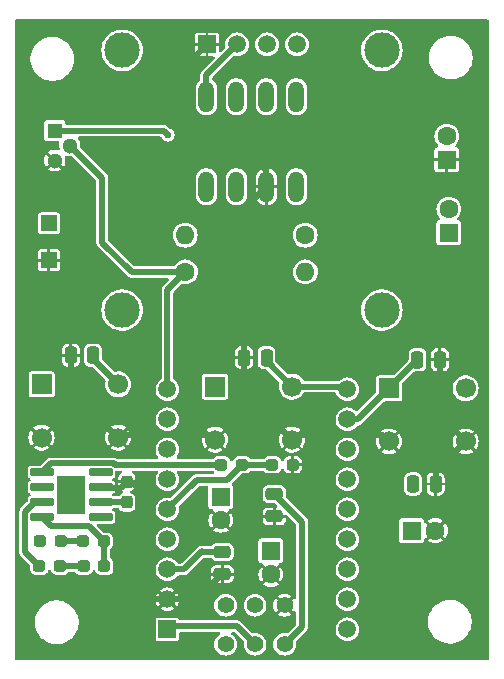
<source format=gbr>
%TF.GenerationSoftware,KiCad,Pcbnew,8.0.5*%
%TF.CreationDate,2026-02-13T21:56:33+07:00*%
%TF.ProjectId,Temperature_sensor,54656d70-6572-4617-9475-72655f73656e,rev?*%
%TF.SameCoordinates,Original*%
%TF.FileFunction,Copper,L1,Top*%
%TF.FilePolarity,Positive*%
%FSLAX46Y46*%
G04 Gerber Fmt 4.6, Leading zero omitted, Abs format (unit mm)*
G04 Created by KiCad (PCBNEW 8.0.5) date 2026-02-13 21:56:33*
%MOMM*%
%LPD*%
G01*
G04 APERTURE LIST*
G04 Aperture macros list*
%AMRoundRect*
0 Rectangle with rounded corners*
0 $1 Rounding radius*
0 $2 $3 $4 $5 $6 $7 $8 $9 X,Y pos of 4 corners*
0 Add a 4 corners polygon primitive as box body*
4,1,4,$2,$3,$4,$5,$6,$7,$8,$9,$2,$3,0*
0 Add four circle primitives for the rounded corners*
1,1,$1+$1,$2,$3*
1,1,$1+$1,$4,$5*
1,1,$1+$1,$6,$7*
1,1,$1+$1,$8,$9*
0 Add four rect primitives between the rounded corners*
20,1,$1+$1,$2,$3,$4,$5,0*
20,1,$1+$1,$4,$5,$6,$7,0*
20,1,$1+$1,$6,$7,$8,$9,0*
20,1,$1+$1,$8,$9,$2,$3,0*%
G04 Aperture macros list end*
%TA.AperFunction,ComponentPad*%
%ADD10R,1.700000X1.700000*%
%TD*%
%TA.AperFunction,ComponentPad*%
%ADD11C,1.700000*%
%TD*%
%TA.AperFunction,ComponentPad*%
%ADD12R,1.600000X1.600000*%
%TD*%
%TA.AperFunction,ComponentPad*%
%ADD13C,1.600000*%
%TD*%
%TA.AperFunction,ComponentPad*%
%ADD14O,1.320800X2.641600*%
%TD*%
%TA.AperFunction,ComponentPad*%
%ADD15R,1.350000X1.350000*%
%TD*%
%TA.AperFunction,SMDPad,CuDef*%
%ADD16RoundRect,0.237500X0.237500X-0.287500X0.237500X0.287500X-0.237500X0.287500X-0.237500X-0.287500X0*%
%TD*%
%TA.AperFunction,SMDPad,CuDef*%
%ADD17RoundRect,0.237500X0.287500X0.237500X-0.287500X0.237500X-0.287500X-0.237500X0.287500X-0.237500X0*%
%TD*%
%TA.AperFunction,ComponentPad*%
%ADD18C,1.408000*%
%TD*%
%TA.AperFunction,SMDPad,CuDef*%
%ADD19RoundRect,0.250000X-0.250000X-0.475000X0.250000X-0.475000X0.250000X0.475000X-0.250000X0.475000X0*%
%TD*%
%TA.AperFunction,SMDPad,CuDef*%
%ADD20RoundRect,0.075000X0.910000X0.225000X-0.910000X0.225000X-0.910000X-0.225000X0.910000X-0.225000X0*%
%TD*%
%TA.AperFunction,SMDPad,CuDef*%
%ADD21R,2.413000X3.302000*%
%TD*%
%TA.AperFunction,SMDPad,CuDef*%
%ADD22RoundRect,0.250000X-0.475000X0.250000X-0.475000X-0.250000X0.475000X-0.250000X0.475000X0.250000X0*%
%TD*%
%TA.AperFunction,SMDPad,CuDef*%
%ADD23RoundRect,0.237500X-0.287500X-0.237500X0.287500X-0.237500X0.287500X0.237500X-0.287500X0.237500X0*%
%TD*%
%TA.AperFunction,ComponentPad*%
%ADD24R,1.300000X1.300000*%
%TD*%
%TA.AperFunction,ComponentPad*%
%ADD25C,1.300000*%
%TD*%
%TA.AperFunction,SMDPad,CuDef*%
%ADD26RoundRect,0.250000X0.250000X0.475000X-0.250000X0.475000X-0.250000X-0.475000X0.250000X-0.475000X0*%
%TD*%
%TA.AperFunction,ComponentPad*%
%ADD27C,1.508000*%
%TD*%
%TA.AperFunction,ComponentPad*%
%ADD28R,1.508000X1.508000*%
%TD*%
%TA.AperFunction,ComponentPad*%
%ADD29O,1.600000X1.600000*%
%TD*%
%TA.AperFunction,ComponentPad*%
%ADD30C,3.000000*%
%TD*%
%TA.AperFunction,ViaPad*%
%ADD31C,0.600000*%
%TD*%
%TA.AperFunction,Conductor*%
%ADD32C,0.500000*%
%TD*%
G04 APERTURE END LIST*
D10*
%TO.P,SW2,1,1*%
%TO.N,GP7*%
X139675000Y-88435000D03*
D11*
X146175000Y-88435000D03*
%TO.P,SW2,2,2*%
%TO.N,0*%
X139675000Y-92935000D03*
X146175000Y-92935000D03*
%TD*%
D12*
%TO.P,C4,1*%
%TO.N,0*%
X159295000Y-69230113D03*
D13*
%TO.P,C4,2*%
%TO.N,Net-(IC1-VOUT)*%
X159295000Y-67230113D03*
%TD*%
D14*
%TO.P,TC7660,1*%
%TO.N,N/C*%
X138935000Y-71515000D03*
%TO.P,TC7660,2,CAP+*%
%TO.N,Net-(IC1-CAP+)*%
X141475000Y-71515000D03*
%TO.P,TC7660,3,GND*%
%TO.N,0*%
X144015000Y-71515000D03*
%TO.P,TC7660,4,CAP-*%
%TO.N,Net-(IC1-CAP-)*%
X146555000Y-71515000D03*
%TO.P,TC7660,5,VOUT*%
%TO.N,Net-(IC1-VOUT)*%
X146555000Y-63895000D03*
%TO.P,TC7660,6,LV*%
%TO.N,unconnected-(IC1-LV-Pad6)*%
X144015000Y-63895000D03*
%TO.P,TC7660,7,OSC*%
%TO.N,unconnected-(IC1-OSC-Pad7)*%
X141475000Y-63895000D03*
%TO.P,TC7660,8,V+*%
%TO.N,3.3V*%
X138935000Y-63895000D03*
%TD*%
D12*
%TO.P,C3,1*%
%TO.N,Net-(IC1-CAP+)*%
X159465000Y-75405000D03*
D13*
%TO.P,C3,2*%
%TO.N,Net-(IC1-CAP-)*%
X159465000Y-73405000D03*
%TD*%
D15*
%TO.P,-,1,Pin_1*%
%TO.N,0*%
X125595000Y-77725000D03*
%TD*%
D16*
%TO.P,R1,1*%
%TO.N,Net-(U1-PROG)*%
X132195000Y-98240000D03*
%TO.P,R1,2*%
%TO.N,0*%
X132195000Y-96490000D03*
%TD*%
D17*
%TO.P,R2,1*%
%TO.N,Net-(D1-K)*%
X126605000Y-101545000D03*
%TO.P,R2,2*%
%TO.N,Net-(U1-~{STDBY})*%
X124855000Y-101545000D03*
%TD*%
D18*
%TO.P,OFF                   ON,1*%
%TO.N,BAT*%
X145555000Y-110255000D03*
%TO.P,OFF                   ON,2*%
%TO.N,Net-(S1-Pad2)*%
X143055000Y-110255000D03*
%TO.P,OFF                   ON,3*%
%TO.N,5V*%
X140555000Y-110255000D03*
%TO.P,OFF                   ON,4*%
%TO.N,0*%
X145555000Y-106955000D03*
%TO.P,OFF                   ON,5*%
%TO.N,GP1*%
X143055000Y-106955000D03*
%TO.P,OFF                   ON,6*%
%TO.N,3.3V*%
X140555000Y-106955000D03*
%TD*%
D19*
%TO.P,C8,1*%
%TO.N,5V*%
X156445000Y-96685000D03*
%TO.P,C8,2*%
%TO.N,0*%
X158345000Y-96685000D03*
%TD*%
D20*
%TO.P,TP4056,1,TEMP*%
%TO.N,unconnected-(U1-TEMP-Pad1)*%
X129975000Y-99505000D03*
%TO.P,TP4056,2,PROG*%
%TO.N,Net-(U1-PROG)*%
X129975000Y-98235000D03*
%TO.P,TP4056,3,GND*%
%TO.N,0*%
X129975000Y-96965000D03*
%TO.P,TP4056,4,VCC*%
%TO.N,5V*%
X129975000Y-95695000D03*
%TO.P,TP4056,5,BAT*%
%TO.N,BAT*%
X125025000Y-95695000D03*
%TO.P,TP4056,6,~{STDBY}*%
%TO.N,Net-(U1-~{STDBY})*%
X125025000Y-96965000D03*
%TO.P,TP4056,7,~{CHRG}*%
%TO.N,Net-(U1-~{CHRG})*%
X125025000Y-98235000D03*
%TO.P,TP4056,8,CE*%
%TO.N,5V*%
X125025000Y-99505000D03*
D21*
%TO.P,TP4056,9,EP*%
%TO.N,unconnected-(U1-EP-Pad9)*%
X127500000Y-97600000D03*
%TD*%
D12*
%TO.P,C9,1*%
%TO.N,5V*%
X156315000Y-100635000D03*
D13*
%TO.P,C9,2*%
%TO.N,0*%
X158315000Y-100635000D03*
%TD*%
D10*
%TO.P,SW1,1,1*%
%TO.N,GP3*%
X124975000Y-88255000D03*
D11*
X131475000Y-88255000D03*
%TO.P,SW1,2,2*%
%TO.N,0*%
X124975000Y-92755000D03*
X131475000Y-92755000D03*
%TD*%
D15*
%TO.P,+,1,Pin_1*%
%TO.N,BAT*%
X125595000Y-74615000D03*
%TD*%
D22*
%TO.P,C1,1*%
%TO.N,BAT*%
X144685000Y-97535000D03*
%TO.P,C1,2*%
%TO.N,0*%
X144685000Y-99435000D03*
%TD*%
D23*
%TO.P,D1,1,K*%
%TO.N,Net-(D1-K)*%
X128500000Y-101545000D03*
%TO.P,D1,2,A*%
%TO.N,5V*%
X130250000Y-101545000D03*
%TD*%
D12*
%TO.P,C11,1*%
%TO.N,3.3V*%
X144395000Y-102345000D03*
D13*
%TO.P,C11,2*%
%TO.N,0*%
X144395000Y-104345000D03*
%TD*%
D24*
%TO.P,LM35DZ,1,+V_{S}*%
%TO.N,3.3V*%
X126095000Y-66755000D03*
D25*
%TO.P,LM35DZ,2,V_{OUT}*%
%TO.N,ADC*%
X127365000Y-68025000D03*
%TO.P,LM35DZ,3,GND*%
%TO.N,0*%
X126095000Y-69295000D03*
%TD*%
D22*
%TO.P,C10,1*%
%TO.N,3.3V*%
X140265000Y-102420112D03*
%TO.P,C10,2*%
%TO.N,0*%
X140265000Y-104320112D03*
%TD*%
D12*
%TO.P,C2,1*%
%TO.N,BAT*%
X140160000Y-97750000D03*
D13*
%TO.P,C2,2*%
%TO.N,0*%
X140160000Y-99750000D03*
%TD*%
D23*
%TO.P,R6,1*%
%TO.N,BAT*%
X140200000Y-95045000D03*
%TO.P,R6,2*%
%TO.N,Chek_BAT*%
X141950000Y-95045000D03*
%TD*%
D26*
%TO.P,C6,1*%
%TO.N,GP7*%
X144025000Y-85985000D03*
%TO.P,C6,2*%
%TO.N,0*%
X142125000Y-85985000D03*
%TD*%
D19*
%TO.P,C7,1*%
%TO.N,GP8*%
X156805000Y-86165000D03*
%TO.P,C7,2*%
%TO.N,0*%
X158705000Y-86165000D03*
%TD*%
D23*
%TO.P,R7,1*%
%TO.N,Chek_BAT*%
X144512500Y-95065000D03*
%TO.P,R7,2*%
%TO.N,0*%
X146262500Y-95065000D03*
%TD*%
D10*
%TO.P,SW3,1,1*%
%TO.N,GP8*%
X154385000Y-88585000D03*
D11*
X160885000Y-88585000D03*
%TO.P,SW3,2,2*%
%TO.N,0*%
X154385000Y-93085000D03*
X160885000Y-93085000D03*
%TD*%
D17*
%TO.P,R3,1*%
%TO.N,Net-(D2-K)*%
X126537500Y-103635000D03*
%TO.P,R3,2*%
%TO.N,Net-(U1-~{CHRG})*%
X124787500Y-103635000D03*
%TD*%
D26*
%TO.P,C5,1*%
%TO.N,GP3*%
X129355000Y-85785000D03*
%TO.P,C5,2*%
%TO.N,0*%
X127455000Y-85785000D03*
%TD*%
D23*
%TO.P,D2,1,K*%
%TO.N,Net-(D2-K)*%
X128542500Y-103645000D03*
%TO.P,D2,2,A*%
%TO.N,5V*%
X130292500Y-103645000D03*
%TD*%
D27*
%TO.P,esp32s3zero,1,GP1*%
%TO.N,GP1*%
X135635000Y-101375000D03*
%TO.P,esp32s3zero,2,GP2*%
%TO.N,Chek_BAT*%
X135635000Y-98835000D03*
%TO.P,esp32s3zero,3,GP3*%
%TO.N,GP3*%
X135635000Y-96295000D03*
%TO.P,esp32s3zero,3V3,3V3(OUT)*%
%TO.N,3.3V*%
X135635000Y-103915000D03*
%TO.P,esp32s3zero,4,GP4*%
%TO.N,SDA*%
X135635000Y-93755000D03*
%TO.P,esp32s3zero,5,GP5*%
%TO.N,SCL*%
X135635000Y-91215000D03*
D28*
%TO.P,esp32s3zero,5V,5V*%
%TO.N,Net-(S1-Pad2)*%
X135635000Y-108995000D03*
D27*
%TO.P,esp32s3zero,6,GP6*%
%TO.N,ADC*%
X135635000Y-88675000D03*
%TO.P,esp32s3zero,7,GP7*%
%TO.N,GP7*%
X150875000Y-88675000D03*
%TO.P,esp32s3zero,8,GP8*%
%TO.N,GP8*%
X150875000Y-91215000D03*
%TO.P,esp32s3zero,9,GP9*%
%TO.N,unconnected-(U2-GP9-Pad9)*%
X150875000Y-93755000D03*
%TO.P,esp32s3zero,10,GP10*%
%TO.N,unconnected-(U2-GP10-Pad10)*%
X150875000Y-96295000D03*
%TO.P,esp32s3zero,11,GP11*%
%TO.N,unconnected-(U2-GP11-Pad11)*%
X150875000Y-98835000D03*
%TO.P,esp32s3zero,12,GP12*%
%TO.N,unconnected-(U2-GP12-Pad12)*%
X150875000Y-101375000D03*
%TO.P,esp32s3zero,13,GP13*%
%TO.N,unconnected-(U2-GP13-Pad13)*%
X150875000Y-103915000D03*
%TO.P,esp32s3zero,GND,GND*%
%TO.N,0*%
X135635000Y-106455000D03*
%TO.P,esp32s3zero,RX,RX*%
%TO.N,unconnected-(U2-PadRX)*%
X150875000Y-106455000D03*
%TO.P,esp32s3zero,TX,TX*%
%TO.N,unconnected-(U2-PadTX)*%
X150875000Y-108995000D03*
%TD*%
D13*
%TO.P,R4,1*%
%TO.N,ADC*%
X137155000Y-78725000D03*
D29*
%TO.P,R4,2*%
%TO.N,Net-(R4-Pad2)*%
X147315000Y-78725000D03*
%TD*%
D13*
%TO.P,R5,1*%
%TO.N,Net-(R4-Pad2)*%
X147295000Y-75615000D03*
D29*
%TO.P,R5,2*%
%TO.N,Net-(IC1-VOUT)*%
X137135000Y-75615000D03*
%TD*%
D28*
%TO.P,OLED,1,GND*%
%TO.N,0*%
X138985000Y-59465000D03*
D27*
%TO.P,OLED,2,VCC_IN*%
%TO.N,3.3V*%
X141525000Y-59465000D03*
%TO.P,OLED,3,SCL*%
%TO.N,SCL*%
X144065000Y-59465000D03*
%TO.P,OLED,4,SDA*%
%TO.N,SDA*%
X146605000Y-59465000D03*
D30*
%TO.P,OLED,S1*%
%TO.N,N/C*%
X131795000Y-59965000D03*
%TO.P,OLED,S2*%
X153795000Y-59965000D03*
%TO.P,OLED,S3*%
X153795000Y-81965000D03*
%TO.P,OLED,S4*%
X131795000Y-81965000D03*
%TD*%
D31*
%TO.N,0*%
X144685000Y-99435000D03*
X158345000Y-96685000D03*
X127455000Y-85785000D03*
X146262500Y-95065000D03*
X140265000Y-104320112D03*
%TO.N,BAT*%
X140200000Y-95045000D03*
X144685000Y-97535000D03*
X125025000Y-95695000D03*
%TO.N,5V*%
X130250000Y-101545000D03*
X156445000Y-96685000D03*
X129975000Y-95695000D03*
%TO.N,3.3V*%
X140265000Y-102420112D03*
X135690000Y-67140000D03*
%TO.N,Net-(U1-~{STDBY})*%
X124855000Y-101545000D03*
X125025000Y-96965000D03*
%TD*%
D32*
%TO.N,0*%
X134035000Y-106455000D02*
X135635000Y-106455000D01*
X131475000Y-92755000D02*
X127455000Y-88735000D01*
X139291000Y-92551000D02*
X139675000Y-92935000D01*
X137005000Y-65865000D02*
X137005000Y-61445000D01*
X133550000Y-97410000D02*
X133550000Y-105970000D01*
X142705000Y-68825000D02*
X139965000Y-68825000D01*
X142125000Y-73405000D02*
X144015000Y-71515000D01*
X132630000Y-96490000D02*
X133550000Y-97410000D01*
X138130112Y-106455000D02*
X140265000Y-104320112D01*
X144370112Y-104320112D02*
X144395000Y-104345000D01*
X137005000Y-61445000D02*
X138985000Y-59465000D01*
X160885000Y-93085000D02*
X158705000Y-90905000D01*
X139965000Y-68825000D02*
X137005000Y-65865000D01*
X131705000Y-96980000D02*
X129990000Y-96980000D01*
X158705000Y-90905000D02*
X158705000Y-86165000D01*
X144015000Y-71515000D02*
X144015000Y-70135000D01*
X144015000Y-70135000D02*
X142705000Y-68825000D01*
X144515000Y-99605000D02*
X144685000Y-99435000D01*
X133550000Y-105970000D02*
X134035000Y-106455000D01*
X146175000Y-92935000D02*
X142125000Y-88885000D01*
X131475000Y-92755000D02*
X131679000Y-92551000D01*
X142125000Y-85985000D02*
X142125000Y-73405000D01*
X131679000Y-92551000D02*
X139291000Y-92551000D01*
X129990000Y-96980000D02*
X129975000Y-96965000D01*
X142125000Y-88885000D02*
X142125000Y-85985000D01*
X127455000Y-88735000D02*
X127455000Y-85785000D01*
X158345000Y-95625000D02*
X160885000Y-93085000D01*
X153851000Y-92551000D02*
X154385000Y-93085000D01*
X146175000Y-92935000D02*
X146559000Y-92551000D01*
X158345000Y-96685000D02*
X158345000Y-95625000D01*
X135635000Y-106455000D02*
X138130112Y-106455000D01*
X132195000Y-96490000D02*
X132630000Y-96490000D01*
X146559000Y-92551000D02*
X153851000Y-92551000D01*
X132195000Y-96490000D02*
X131705000Y-96980000D01*
%TO.N,BAT*%
X145555000Y-110255000D02*
X147050000Y-108760000D01*
X131104542Y-94945000D02*
X125775000Y-94945000D01*
X140200000Y-95045000D02*
X131204542Y-95045000D01*
X125775000Y-94945000D02*
X125025000Y-95695000D01*
X131204542Y-95045000D02*
X131104542Y-94945000D01*
X147050000Y-99900000D02*
X144685000Y-97535000D01*
X147050000Y-108760000D02*
X147050000Y-99900000D01*
%TO.N,GP3*%
X129355000Y-86135000D02*
X131475000Y-88255000D01*
X129355000Y-85785000D02*
X129355000Y-86135000D01*
%TO.N,GP7*%
X144025000Y-86285000D02*
X146175000Y-88435000D01*
X144025000Y-85985000D02*
X144025000Y-86285000D01*
X150635000Y-88435000D02*
X150875000Y-88675000D01*
X146175000Y-88435000D02*
X150635000Y-88435000D01*
%TO.N,GP8*%
X151755000Y-91215000D02*
X154385000Y-88585000D01*
X150875000Y-91215000D02*
X151755000Y-91215000D01*
X154385000Y-88585000D02*
X156805000Y-86165000D01*
%TO.N,5V*%
X128960000Y-100255000D02*
X130250000Y-101545000D01*
X130250000Y-103602500D02*
X130292500Y-103645000D01*
X130250000Y-101545000D02*
X130250000Y-103602500D01*
X125025000Y-99505000D02*
X125775000Y-100255000D01*
X125775000Y-100255000D02*
X128960000Y-100255000D01*
%TO.N,3.3V*%
X138525000Y-102395000D02*
X138550112Y-102420112D01*
X138935000Y-63895000D02*
X138935000Y-62055000D01*
X138550112Y-102420112D02*
X140265000Y-102420112D01*
X126095000Y-66755000D02*
X135305000Y-66755000D01*
X138935000Y-62055000D02*
X141525000Y-59465000D01*
X135635000Y-103915000D02*
X137005000Y-103915000D01*
X144319888Y-102420112D02*
X144395000Y-102345000D01*
X137005000Y-103915000D02*
X138525000Y-102395000D01*
X135305000Y-66755000D02*
X135690000Y-67140000D01*
%TO.N,Net-(D1-K)*%
X128500000Y-101545000D02*
X126605000Y-101545000D01*
%TO.N,Net-(D2-K)*%
X128542500Y-103645000D02*
X126547500Y-103645000D01*
X126547500Y-103645000D02*
X126537500Y-103635000D01*
%TO.N,Net-(U1-PROG)*%
X129975000Y-98235000D02*
X132190000Y-98235000D01*
X132190000Y-98235000D02*
X132195000Y-98240000D01*
%TO.N,Net-(U1-~{CHRG})*%
X124787500Y-103635000D02*
X123585000Y-102432500D01*
X123585000Y-102432500D02*
X123585000Y-99065458D01*
X123585000Y-99065458D02*
X124415458Y-98235000D01*
X124415458Y-98235000D02*
X125025000Y-98235000D01*
%TO.N,ADC*%
X130125000Y-70785000D02*
X127365000Y-68025000D01*
X135635000Y-88675000D02*
X135635000Y-80245000D01*
X137155000Y-78725000D02*
X132605000Y-78725000D01*
X130125000Y-76245000D02*
X130125000Y-70785000D01*
X135635000Y-80245000D02*
X137155000Y-78725000D01*
X132605000Y-78725000D02*
X130125000Y-76245000D01*
%TO.N,Net-(S1-Pad2)*%
X135635000Y-108995000D02*
X135920000Y-108710000D01*
X141510000Y-108710000D02*
X143055000Y-110255000D01*
X135920000Y-108710000D02*
X141510000Y-108710000D01*
%TO.N,Chek_BAT*%
X140640000Y-96355000D02*
X141950000Y-95045000D01*
X144492500Y-95045000D02*
X144512500Y-95065000D01*
X141950000Y-95045000D02*
X144492500Y-95045000D01*
X138115000Y-96355000D02*
X140640000Y-96355000D01*
X135635000Y-98835000D02*
X138115000Y-96355000D01*
%TD*%
%TA.AperFunction,Conductor*%
%TO.N,0*%
G36*
X162797539Y-57365185D02*
G01*
X162843294Y-57417989D01*
X162854500Y-57469500D01*
X162854500Y-111450500D01*
X162834815Y-111517539D01*
X162782011Y-111563294D01*
X162730500Y-111574500D01*
X122849500Y-111574500D01*
X122782461Y-111554815D01*
X122736706Y-111502011D01*
X122725500Y-111450500D01*
X122725500Y-108263711D01*
X124414500Y-108263711D01*
X124414500Y-108506288D01*
X124446161Y-108746785D01*
X124508947Y-108981104D01*
X124601773Y-109205205D01*
X124601776Y-109205212D01*
X124723064Y-109415289D01*
X124723066Y-109415292D01*
X124723067Y-109415293D01*
X124870733Y-109607736D01*
X124870739Y-109607743D01*
X125042256Y-109779260D01*
X125042263Y-109779266D01*
X125130191Y-109846735D01*
X125234711Y-109926936D01*
X125444788Y-110048224D01*
X125668900Y-110141054D01*
X125903211Y-110203838D01*
X126083586Y-110227584D01*
X126143711Y-110235500D01*
X126143712Y-110235500D01*
X126386289Y-110235500D01*
X126434388Y-110229167D01*
X126626789Y-110203838D01*
X126861100Y-110141054D01*
X127085212Y-110048224D01*
X127295289Y-109926936D01*
X127487738Y-109779265D01*
X127659265Y-109607738D01*
X127806936Y-109415289D01*
X127928224Y-109205212D01*
X128021054Y-108981100D01*
X128083838Y-108746789D01*
X128115500Y-108506288D01*
X128115500Y-108263712D01*
X128109261Y-108216321D01*
X134630500Y-108216321D01*
X134630500Y-109773678D01*
X134645032Y-109846735D01*
X134645033Y-109846739D01*
X134645034Y-109846740D01*
X134700399Y-109929601D01*
X134782946Y-109984756D01*
X134783260Y-109984966D01*
X134783264Y-109984967D01*
X134856321Y-109999499D01*
X134856324Y-109999500D01*
X134856326Y-109999500D01*
X136413676Y-109999500D01*
X136413677Y-109999499D01*
X136486740Y-109984966D01*
X136569601Y-109929601D01*
X136624966Y-109846740D01*
X136639500Y-109773674D01*
X136639500Y-109334500D01*
X136659185Y-109267461D01*
X136711989Y-109221706D01*
X136763500Y-109210500D01*
X139989254Y-109210500D01*
X140056293Y-109230185D01*
X140102048Y-109282989D01*
X140111992Y-109352147D01*
X140082967Y-109415703D01*
X140047707Y-109443858D01*
X140022148Y-109457519D01*
X140022142Y-109457523D01*
X139876800Y-109576800D01*
X139757523Y-109722142D01*
X139757518Y-109722148D01*
X139668891Y-109887959D01*
X139614311Y-110067882D01*
X139614310Y-110067884D01*
X139595882Y-110255000D01*
X139614310Y-110442115D01*
X139614311Y-110442117D01*
X139668891Y-110622040D01*
X139757518Y-110787851D01*
X139757523Y-110787857D01*
X139876800Y-110933199D01*
X140022142Y-111052476D01*
X140022148Y-111052481D01*
X140187959Y-111141108D01*
X140187961Y-111141109D01*
X140367882Y-111195688D01*
X140367884Y-111195689D01*
X140384660Y-111197341D01*
X140555000Y-111214118D01*
X140742115Y-111195689D01*
X140922039Y-111141109D01*
X140983373Y-111108324D01*
X141087851Y-111052481D01*
X141087853Y-111052478D01*
X141087857Y-111052477D01*
X141233199Y-110933199D01*
X141352477Y-110787857D01*
X141352478Y-110787853D01*
X141352481Y-110787851D01*
X141441108Y-110622040D01*
X141441109Y-110622039D01*
X141495689Y-110442115D01*
X141514118Y-110255000D01*
X141495689Y-110067885D01*
X141441109Y-109887961D01*
X141419076Y-109846740D01*
X141352481Y-109722148D01*
X141352476Y-109722142D01*
X141233199Y-109576800D01*
X141087857Y-109457523D01*
X141087851Y-109457519D01*
X141062293Y-109443858D01*
X141012449Y-109394896D01*
X140996988Y-109326759D01*
X141020819Y-109261079D01*
X141076377Y-109218710D01*
X141120746Y-109210500D01*
X141251324Y-109210500D01*
X141318363Y-109230185D01*
X141339005Y-109246819D01*
X142076943Y-109984757D01*
X142110428Y-110046080D01*
X142112665Y-110084592D01*
X142095882Y-110254999D01*
X142114310Y-110442115D01*
X142114311Y-110442117D01*
X142168891Y-110622040D01*
X142257518Y-110787851D01*
X142257523Y-110787857D01*
X142376800Y-110933199D01*
X142522142Y-111052476D01*
X142522148Y-111052481D01*
X142687959Y-111141108D01*
X142687961Y-111141109D01*
X142867882Y-111195688D01*
X142867884Y-111195689D01*
X142884660Y-111197341D01*
X143055000Y-111214118D01*
X143242115Y-111195689D01*
X143422039Y-111141109D01*
X143483373Y-111108324D01*
X143587851Y-111052481D01*
X143587853Y-111052478D01*
X143587857Y-111052477D01*
X143733199Y-110933199D01*
X143852477Y-110787857D01*
X143852478Y-110787853D01*
X143852481Y-110787851D01*
X143941108Y-110622040D01*
X143941109Y-110622039D01*
X143995689Y-110442115D01*
X144014118Y-110255000D01*
X143995689Y-110067885D01*
X143941109Y-109887961D01*
X143919076Y-109846740D01*
X143852481Y-109722148D01*
X143852476Y-109722142D01*
X143733199Y-109576800D01*
X143587857Y-109457523D01*
X143587851Y-109457518D01*
X143422040Y-109368891D01*
X143242117Y-109314311D01*
X143242115Y-109314310D01*
X143055000Y-109295882D01*
X142884592Y-109312665D01*
X142815946Y-109299646D01*
X142784757Y-109276943D01*
X141817316Y-108309502D01*
X141817314Y-108309500D01*
X141738007Y-108263712D01*
X141703187Y-108243608D01*
X141601367Y-108216326D01*
X141575892Y-108209500D01*
X141575891Y-108209500D01*
X136735258Y-108209500D01*
X136668219Y-108189815D01*
X136634871Y-108151329D01*
X136631751Y-108153415D01*
X136624966Y-108143260D01*
X136569601Y-108060399D01*
X136513944Y-108023211D01*
X136486739Y-108005033D01*
X136486735Y-108005032D01*
X136413677Y-107990500D01*
X136413674Y-107990500D01*
X134856326Y-107990500D01*
X134856323Y-107990500D01*
X134783264Y-108005032D01*
X134783260Y-108005033D01*
X134700399Y-108060399D01*
X134645033Y-108143260D01*
X134645032Y-108143264D01*
X134630500Y-108216321D01*
X128109261Y-108216321D01*
X128083838Y-108023211D01*
X128021054Y-107788900D01*
X127928224Y-107564788D01*
X127806936Y-107354711D01*
X127659265Y-107162262D01*
X127659260Y-107162256D01*
X127487743Y-106990739D01*
X127487736Y-106990733D01*
X127295293Y-106843067D01*
X127295292Y-106843066D01*
X127295289Y-106843064D01*
X127085212Y-106721776D01*
X126988646Y-106681777D01*
X126861104Y-106628947D01*
X126626785Y-106566161D01*
X126386289Y-106534500D01*
X126386288Y-106534500D01*
X126143712Y-106534500D01*
X126143711Y-106534500D01*
X125903214Y-106566161D01*
X125668895Y-106628947D01*
X125444794Y-106721773D01*
X125444785Y-106721777D01*
X125234706Y-106843067D01*
X125042263Y-106990733D01*
X125042256Y-106990739D01*
X124870739Y-107162256D01*
X124870733Y-107162263D01*
X124723067Y-107354706D01*
X124601777Y-107564785D01*
X124601773Y-107564794D01*
X124508947Y-107788895D01*
X124446161Y-108023214D01*
X124414500Y-108263711D01*
X122725500Y-108263711D01*
X122725500Y-106455000D01*
X134626142Y-106455000D01*
X134645526Y-106651814D01*
X134702939Y-106841079D01*
X134796161Y-107015484D01*
X134796165Y-107015490D01*
X134841946Y-107071275D01*
X134841947Y-107071275D01*
X135204270Y-106708952D01*
X135234901Y-106762007D01*
X135327993Y-106855099D01*
X135381046Y-106885729D01*
X135018722Y-107248052D01*
X135074508Y-107293834D01*
X135074515Y-107293838D01*
X135248920Y-107387060D01*
X135438185Y-107444473D01*
X135635000Y-107463857D01*
X135831814Y-107444473D01*
X136021079Y-107387060D01*
X136195485Y-107293838D01*
X136195492Y-107293834D01*
X136251275Y-107248053D01*
X136251276Y-107248052D01*
X135888953Y-106885729D01*
X135942007Y-106855099D01*
X136035099Y-106762007D01*
X136065729Y-106708953D01*
X136428052Y-107071276D01*
X136428053Y-107071275D01*
X136473834Y-107015492D01*
X136473838Y-107015485D01*
X136506168Y-106955000D01*
X139595882Y-106955000D01*
X139614310Y-107142115D01*
X139614311Y-107142117D01*
X139668891Y-107322040D01*
X139757518Y-107487851D01*
X139757523Y-107487857D01*
X139876800Y-107633199D01*
X139973461Y-107712525D01*
X140021632Y-107752058D01*
X140022142Y-107752476D01*
X140022148Y-107752481D01*
X140187087Y-107840642D01*
X140187961Y-107841109D01*
X140366260Y-107895196D01*
X140367882Y-107895688D01*
X140367884Y-107895689D01*
X140384660Y-107897341D01*
X140555000Y-107914118D01*
X140742115Y-107895689D01*
X140922039Y-107841109D01*
X141019715Y-107788900D01*
X141087851Y-107752481D01*
X141087853Y-107752478D01*
X141087857Y-107752477D01*
X141233199Y-107633199D01*
X141352477Y-107487857D01*
X141352478Y-107487853D01*
X141352481Y-107487851D01*
X141441108Y-107322040D01*
X141441109Y-107322039D01*
X141495689Y-107142115D01*
X141514118Y-106955000D01*
X142095882Y-106955000D01*
X142114310Y-107142115D01*
X142114311Y-107142117D01*
X142168891Y-107322040D01*
X142257518Y-107487851D01*
X142257523Y-107487857D01*
X142376800Y-107633199D01*
X142473461Y-107712525D01*
X142521632Y-107752058D01*
X142522142Y-107752476D01*
X142522148Y-107752481D01*
X142687087Y-107840642D01*
X142687961Y-107841109D01*
X142866260Y-107895196D01*
X142867882Y-107895688D01*
X142867884Y-107895689D01*
X142884660Y-107897341D01*
X143055000Y-107914118D01*
X143242115Y-107895689D01*
X143422039Y-107841109D01*
X143519715Y-107788900D01*
X143587851Y-107752481D01*
X143587853Y-107752478D01*
X143587857Y-107752477D01*
X143733199Y-107633199D01*
X143852477Y-107487857D01*
X143852478Y-107487853D01*
X143852481Y-107487851D01*
X143941108Y-107322040D01*
X143941109Y-107322039D01*
X143995689Y-107142115D01*
X144014118Y-106955000D01*
X143995689Y-106767885D01*
X143941109Y-106587961D01*
X143929457Y-106566161D01*
X143852481Y-106422148D01*
X143852476Y-106422142D01*
X143733199Y-106276800D01*
X143587857Y-106157523D01*
X143587851Y-106157518D01*
X143422040Y-106068891D01*
X143242117Y-106014311D01*
X143242115Y-106014310D01*
X143055000Y-105995882D01*
X142867884Y-106014310D01*
X142867882Y-106014311D01*
X142687959Y-106068891D01*
X142522148Y-106157518D01*
X142522142Y-106157523D01*
X142376800Y-106276800D01*
X142257523Y-106422142D01*
X142257518Y-106422148D01*
X142168891Y-106587959D01*
X142114311Y-106767882D01*
X142114310Y-106767884D01*
X142095882Y-106955000D01*
X141514118Y-106955000D01*
X141495689Y-106767885D01*
X141441109Y-106587961D01*
X141429457Y-106566161D01*
X141352481Y-106422148D01*
X141352476Y-106422142D01*
X141233199Y-106276800D01*
X141087857Y-106157523D01*
X141087851Y-106157518D01*
X140922040Y-106068891D01*
X140742117Y-106014311D01*
X140742115Y-106014310D01*
X140555000Y-105995882D01*
X140367884Y-106014310D01*
X140367882Y-106014311D01*
X140187959Y-106068891D01*
X140022148Y-106157518D01*
X140022142Y-106157523D01*
X139876800Y-106276800D01*
X139757523Y-106422142D01*
X139757518Y-106422148D01*
X139668891Y-106587959D01*
X139614311Y-106767882D01*
X139614310Y-106767884D01*
X139595882Y-106955000D01*
X136506168Y-106955000D01*
X136567060Y-106841079D01*
X136624473Y-106651814D01*
X136643857Y-106455000D01*
X136624473Y-106258185D01*
X136567060Y-106068920D01*
X136473838Y-105894515D01*
X136473834Y-105894508D01*
X136428052Y-105838722D01*
X136065729Y-106201046D01*
X136035099Y-106147993D01*
X135942007Y-106054901D01*
X135888952Y-106024270D01*
X136251275Y-105661947D01*
X136251275Y-105661946D01*
X136195490Y-105616165D01*
X136195484Y-105616161D01*
X136021079Y-105522939D01*
X135831814Y-105465526D01*
X135635000Y-105446142D01*
X135438185Y-105465526D01*
X135248920Y-105522939D01*
X135074508Y-105616164D01*
X135018723Y-105661945D01*
X135018723Y-105661946D01*
X135381047Y-106024270D01*
X135327993Y-106054901D01*
X135234901Y-106147993D01*
X135204270Y-106201047D01*
X134841946Y-105838723D01*
X134841945Y-105838723D01*
X134796164Y-105894508D01*
X134702939Y-106068920D01*
X134645526Y-106258185D01*
X134626142Y-106455000D01*
X122725500Y-106455000D01*
X122725500Y-98999566D01*
X123084500Y-98999566D01*
X123084500Y-102498391D01*
X123118608Y-102625687D01*
X123151554Y-102682750D01*
X123184500Y-102739814D01*
X123184502Y-102739816D01*
X123975681Y-103530995D01*
X124009166Y-103592318D01*
X124012000Y-103618676D01*
X124012000Y-103919190D01*
X124018248Y-103977299D01*
X124067289Y-104108780D01*
X124094778Y-104145500D01*
X124151384Y-104221116D01*
X124263722Y-104305212D01*
X124356094Y-104339665D01*
X124395200Y-104354251D01*
X124453309Y-104360499D01*
X124453326Y-104360500D01*
X125121674Y-104360500D01*
X125121690Y-104360499D01*
X125179799Y-104354251D01*
X125311278Y-104305212D01*
X125423616Y-104221116D01*
X125507712Y-104108778D01*
X125546318Y-104005268D01*
X125588190Y-103949337D01*
X125653654Y-103924920D01*
X125721927Y-103939772D01*
X125771332Y-103989177D01*
X125778679Y-104005265D01*
X125786011Y-104024920D01*
X125817289Y-104108780D01*
X125844778Y-104145500D01*
X125901384Y-104221116D01*
X126013722Y-104305212D01*
X126106094Y-104339665D01*
X126145200Y-104354251D01*
X126203309Y-104360499D01*
X126203326Y-104360500D01*
X126871674Y-104360500D01*
X126871690Y-104360499D01*
X126929799Y-104354251D01*
X127061278Y-104305212D01*
X127173616Y-104221116D01*
X127193026Y-104195187D01*
X127248958Y-104153318D01*
X127292291Y-104145500D01*
X127780222Y-104145500D01*
X127847261Y-104165185D01*
X127879488Y-104195188D01*
X127906383Y-104231115D01*
X128005363Y-104305212D01*
X128018722Y-104315212D01*
X128098587Y-104345000D01*
X128150200Y-104364251D01*
X128208309Y-104370499D01*
X128208326Y-104370500D01*
X128876674Y-104370500D01*
X128876690Y-104370499D01*
X128934799Y-104364251D01*
X128944856Y-104360500D01*
X129066278Y-104315212D01*
X129178616Y-104231116D01*
X129262712Y-104118778D01*
X129301318Y-104015268D01*
X129343190Y-103959337D01*
X129408654Y-103934920D01*
X129476927Y-103949772D01*
X129526332Y-103999177D01*
X129533679Y-104015265D01*
X129536298Y-104022284D01*
X129572289Y-104118780D01*
X129605851Y-104163612D01*
X129656384Y-104231116D01*
X129738168Y-104292339D01*
X129750096Y-104301269D01*
X129768722Y-104315212D01*
X129848587Y-104345000D01*
X129900200Y-104364251D01*
X129958309Y-104370499D01*
X129958326Y-104370500D01*
X130626674Y-104370500D01*
X130626690Y-104370499D01*
X130684799Y-104364251D01*
X130694856Y-104360500D01*
X130816278Y-104315212D01*
X130928616Y-104231116D01*
X131012712Y-104118778D01*
X131061751Y-103987299D01*
X131063368Y-103972259D01*
X131067999Y-103929190D01*
X131068000Y-103929173D01*
X131068000Y-103915000D01*
X134625640Y-103915000D01*
X134645034Y-104111914D01*
X134702474Y-104301269D01*
X134795744Y-104475764D01*
X134795748Y-104475771D01*
X134921274Y-104628725D01*
X135074228Y-104754251D01*
X135074235Y-104754255D01*
X135248730Y-104847525D01*
X135248732Y-104847525D01*
X135248735Y-104847527D01*
X135438084Y-104904965D01*
X135438083Y-104904965D01*
X135455739Y-104906703D01*
X135635000Y-104924360D01*
X135831916Y-104904965D01*
X136021265Y-104847527D01*
X136195770Y-104754252D01*
X136348725Y-104628725D01*
X136357563Y-104617956D01*
X139290000Y-104617956D01*
X139296401Y-104677484D01*
X139296403Y-104677491D01*
X139346645Y-104812198D01*
X139346649Y-104812205D01*
X139432809Y-104927299D01*
X139432812Y-104927302D01*
X139547906Y-105013462D01*
X139547913Y-105013466D01*
X139682620Y-105063708D01*
X139682627Y-105063710D01*
X139742155Y-105070111D01*
X139742172Y-105070112D01*
X140140000Y-105070112D01*
X140390000Y-105070112D01*
X140787828Y-105070112D01*
X140787844Y-105070111D01*
X140847372Y-105063710D01*
X140847379Y-105063708D01*
X140982086Y-105013466D01*
X140982093Y-105013462D01*
X141097187Y-104927302D01*
X141097190Y-104927299D01*
X141183350Y-104812205D01*
X141183354Y-104812198D01*
X141233596Y-104677491D01*
X141233598Y-104677484D01*
X141239999Y-104617956D01*
X141240000Y-104617939D01*
X141240000Y-104445112D01*
X140390000Y-104445112D01*
X140390000Y-105070112D01*
X140140000Y-105070112D01*
X140140000Y-104445112D01*
X139290000Y-104445112D01*
X139290000Y-104617956D01*
X136357563Y-104617956D01*
X136474252Y-104475770D01*
X136474253Y-104475767D01*
X136477638Y-104470703D01*
X136480074Y-104472330D01*
X136520119Y-104431356D01*
X136580790Y-104415500D01*
X137070890Y-104415500D01*
X137070892Y-104415500D01*
X137198186Y-104381392D01*
X137261219Y-104345000D01*
X143339919Y-104345000D01*
X143360191Y-104550834D01*
X143420233Y-104748766D01*
X143517728Y-104931165D01*
X143517732Y-104931171D01*
X143569261Y-104993960D01*
X143569262Y-104993960D01*
X144037474Y-104525748D01*
X144074920Y-104590606D01*
X144149394Y-104665080D01*
X144214251Y-104702525D01*
X143746037Y-105170737D01*
X143808828Y-105222267D01*
X143808834Y-105222271D01*
X143991233Y-105319766D01*
X144189165Y-105379808D01*
X144395000Y-105400080D01*
X144600834Y-105379808D01*
X144798766Y-105319766D01*
X144981166Y-105222271D01*
X144981173Y-105222267D01*
X145043960Y-105170738D01*
X145043961Y-105170737D01*
X144575749Y-104702525D01*
X144640606Y-104665080D01*
X144715080Y-104590606D01*
X144752525Y-104525748D01*
X145220737Y-104993961D01*
X145220738Y-104993960D01*
X145272267Y-104931173D01*
X145272271Y-104931166D01*
X145369766Y-104748766D01*
X145429808Y-104550834D01*
X145450080Y-104345000D01*
X145429808Y-104139165D01*
X145369766Y-103941233D01*
X145272271Y-103758834D01*
X145272267Y-103758828D01*
X145220737Y-103696037D01*
X144752524Y-104164250D01*
X144715080Y-104099394D01*
X144640606Y-104024920D01*
X144575748Y-103987474D01*
X145046377Y-103516845D01*
X145060642Y-103457661D01*
X145111137Y-103409370D01*
X145168122Y-103395500D01*
X145219676Y-103395500D01*
X145219677Y-103395499D01*
X145292740Y-103380966D01*
X145375601Y-103325601D01*
X145430966Y-103242740D01*
X145445500Y-103169674D01*
X145445500Y-101520326D01*
X145445500Y-101520323D01*
X145445499Y-101520321D01*
X145430967Y-101447264D01*
X145430966Y-101447260D01*
X145404815Y-101408122D01*
X145375601Y-101364399D01*
X145292740Y-101309034D01*
X145292739Y-101309033D01*
X145292735Y-101309032D01*
X145219677Y-101294500D01*
X145219674Y-101294500D01*
X143570326Y-101294500D01*
X143570323Y-101294500D01*
X143497264Y-101309032D01*
X143497260Y-101309033D01*
X143414399Y-101364399D01*
X143359033Y-101447260D01*
X143359032Y-101447264D01*
X143344500Y-101520321D01*
X143344500Y-103169678D01*
X143359032Y-103242735D01*
X143359033Y-103242739D01*
X143359034Y-103242740D01*
X143414399Y-103325601D01*
X143467118Y-103360826D01*
X143497260Y-103380966D01*
X143497264Y-103380967D01*
X143570321Y-103395499D01*
X143570324Y-103395500D01*
X143621877Y-103395500D01*
X143688916Y-103415185D01*
X143734671Y-103467989D01*
X143744151Y-103517374D01*
X144214251Y-103987474D01*
X144149394Y-104024920D01*
X144074920Y-104099394D01*
X144037474Y-104164251D01*
X143569261Y-103696038D01*
X143569260Y-103696038D01*
X143517731Y-103758827D01*
X143420233Y-103941233D01*
X143360191Y-104139165D01*
X143339919Y-104345000D01*
X137261219Y-104345000D01*
X137312314Y-104315500D01*
X137605547Y-104022267D01*
X139290000Y-104022267D01*
X139290000Y-104195112D01*
X140140000Y-104195112D01*
X140390000Y-104195112D01*
X141240000Y-104195112D01*
X141240000Y-104022284D01*
X141239999Y-104022267D01*
X141233598Y-103962739D01*
X141233596Y-103962732D01*
X141183354Y-103828025D01*
X141183350Y-103828018D01*
X141097190Y-103712924D01*
X141097187Y-103712921D01*
X140982093Y-103626761D01*
X140982086Y-103626757D01*
X140847379Y-103576515D01*
X140847372Y-103576513D01*
X140787844Y-103570112D01*
X140390000Y-103570112D01*
X140390000Y-104195112D01*
X140140000Y-104195112D01*
X140140000Y-103570112D01*
X139742155Y-103570112D01*
X139682627Y-103576513D01*
X139682620Y-103576515D01*
X139547913Y-103626757D01*
X139547906Y-103626761D01*
X139432812Y-103712921D01*
X139432809Y-103712924D01*
X139346649Y-103828018D01*
X139346645Y-103828025D01*
X139296403Y-103962732D01*
X139296401Y-103962739D01*
X139290000Y-104022267D01*
X137605547Y-104022267D01*
X138670883Y-102956931D01*
X138732206Y-102923446D01*
X138758564Y-102920612D01*
X139290249Y-102920612D01*
X139357288Y-102940297D01*
X139389515Y-102970300D01*
X139431492Y-103026373D01*
X139432454Y-103027658D01*
X139432457Y-103027660D01*
X139547664Y-103113905D01*
X139547671Y-103113909D01*
X139682517Y-103164203D01*
X139682516Y-103164203D01*
X139689444Y-103164947D01*
X139742127Y-103170612D01*
X140787872Y-103170611D01*
X140847483Y-103164203D01*
X140982331Y-103113908D01*
X141097546Y-103027658D01*
X141183796Y-102912443D01*
X141234091Y-102777595D01*
X141240500Y-102717985D01*
X141240499Y-102122240D01*
X141234091Y-102062629D01*
X141227702Y-102045500D01*
X141183797Y-101927783D01*
X141183793Y-101927776D01*
X141097547Y-101812567D01*
X141097544Y-101812564D01*
X140982335Y-101726318D01*
X140982328Y-101726314D01*
X140847482Y-101676020D01*
X140847483Y-101676020D01*
X140787883Y-101669613D01*
X140787881Y-101669612D01*
X140787873Y-101669612D01*
X140787864Y-101669612D01*
X139742129Y-101669612D01*
X139742123Y-101669613D01*
X139682516Y-101676020D01*
X139547671Y-101726314D01*
X139547664Y-101726318D01*
X139432457Y-101812563D01*
X139432451Y-101812569D01*
X139389515Y-101869924D01*
X139333581Y-101911794D01*
X139290249Y-101919612D01*
X138700938Y-101919612D01*
X138668845Y-101915387D01*
X138632557Y-101905663D01*
X138590893Y-101894500D01*
X138459108Y-101894500D01*
X138331812Y-101928608D01*
X138217686Y-101994500D01*
X138217683Y-101994502D01*
X136834005Y-103378181D01*
X136772682Y-103411666D01*
X136746324Y-103414500D01*
X136580790Y-103414500D01*
X136513751Y-103394815D01*
X136479757Y-103357880D01*
X136477638Y-103359297D01*
X136474251Y-103354228D01*
X136348725Y-103201274D01*
X136195771Y-103075748D01*
X136195764Y-103075744D01*
X136021269Y-102982474D01*
X135882228Y-102940297D01*
X135831916Y-102925035D01*
X135831914Y-102925034D01*
X135831916Y-102925034D01*
X135635000Y-102905640D01*
X135438085Y-102925034D01*
X135248730Y-102982474D01*
X135074235Y-103075744D01*
X135074228Y-103075748D01*
X134921274Y-103201274D01*
X134795748Y-103354228D01*
X134795744Y-103354235D01*
X134702474Y-103528730D01*
X134645034Y-103718085D01*
X134625640Y-103915000D01*
X131068000Y-103915000D01*
X131068000Y-103360826D01*
X131067999Y-103360809D01*
X131061751Y-103302700D01*
X131023921Y-103201275D01*
X131012712Y-103171222D01*
X131012255Y-103170612D01*
X130977972Y-103124815D01*
X130928616Y-103058884D01*
X130842137Y-102994146D01*
X130816276Y-102974786D01*
X130815077Y-102974132D01*
X130814110Y-102973165D01*
X130809178Y-102969473D01*
X130809708Y-102968764D01*
X130765670Y-102924728D01*
X130750500Y-102865298D01*
X130750500Y-102294707D01*
X130770185Y-102227668D01*
X130800186Y-102195442D01*
X130886116Y-102131116D01*
X130970212Y-102018778D01*
X131019251Y-101887299D01*
X131021119Y-101869924D01*
X131025499Y-101829190D01*
X131025500Y-101829173D01*
X131025500Y-101375000D01*
X134625640Y-101375000D01*
X134645034Y-101571914D01*
X134702474Y-101761269D01*
X134795744Y-101935764D01*
X134795748Y-101935771D01*
X134921274Y-102088725D01*
X135074228Y-102214251D01*
X135074235Y-102214255D01*
X135248730Y-102307525D01*
X135248732Y-102307525D01*
X135248735Y-102307527D01*
X135438084Y-102364965D01*
X135438083Y-102364965D01*
X135454765Y-102366608D01*
X135635000Y-102384360D01*
X135831916Y-102364965D01*
X136021265Y-102307527D01*
X136045250Y-102294707D01*
X136105852Y-102262314D01*
X136195770Y-102214252D01*
X136348725Y-102088725D01*
X136474252Y-101935770D01*
X136540104Y-101812569D01*
X136567525Y-101761269D01*
X136567525Y-101761268D01*
X136567527Y-101761265D01*
X136624965Y-101571916D01*
X136644360Y-101375000D01*
X136624965Y-101178084D01*
X136567527Y-100988735D01*
X136567525Y-100988732D01*
X136567525Y-100988730D01*
X136474255Y-100814235D01*
X136474251Y-100814228D01*
X136348725Y-100661274D01*
X136195771Y-100535748D01*
X136195764Y-100535744D01*
X136021269Y-100442474D01*
X135877821Y-100398960D01*
X135831916Y-100385035D01*
X135831914Y-100385034D01*
X135831916Y-100385034D01*
X135635000Y-100365640D01*
X135438085Y-100385034D01*
X135248730Y-100442474D01*
X135074235Y-100535744D01*
X135074228Y-100535748D01*
X134921274Y-100661274D01*
X134795748Y-100814228D01*
X134795744Y-100814235D01*
X134702474Y-100988730D01*
X134645034Y-101178085D01*
X134625640Y-101375000D01*
X131025500Y-101375000D01*
X131025500Y-101260826D01*
X131025499Y-101260809D01*
X131019251Y-101202700D01*
X131004665Y-101163594D01*
X130970212Y-101071222D01*
X130886116Y-100958884D01*
X130779111Y-100878780D01*
X130773780Y-100874789D01*
X130773778Y-100874788D01*
X130731226Y-100858917D01*
X130642299Y-100825748D01*
X130584190Y-100819500D01*
X130584174Y-100819500D01*
X130283676Y-100819500D01*
X130216637Y-100799815D01*
X130195995Y-100783181D01*
X129679994Y-100267180D01*
X129646509Y-100205857D01*
X129651493Y-100136165D01*
X129693365Y-100080232D01*
X129758829Y-100055815D01*
X129767675Y-100055499D01*
X130923133Y-100055499D01*
X130923138Y-100055499D01*
X130970545Y-100049259D01*
X131074579Y-100000747D01*
X131155747Y-99919579D01*
X131204259Y-99815545D01*
X131210500Y-99768139D01*
X131210499Y-99241862D01*
X131204259Y-99194455D01*
X131155747Y-99090421D01*
X131074579Y-99009253D01*
X131074578Y-99009252D01*
X131016954Y-98982382D01*
X130964514Y-98936210D01*
X130945362Y-98869017D01*
X130965578Y-98802135D01*
X131016953Y-98757618D01*
X131039473Y-98747116D01*
X131091876Y-98735500D01*
X131441549Y-98735500D01*
X131508588Y-98755185D01*
X131540815Y-98785188D01*
X131608883Y-98876115D01*
X131713591Y-98954500D01*
X131721222Y-98960212D01*
X131813594Y-98994665D01*
X131852700Y-99009251D01*
X131910809Y-99015499D01*
X131910826Y-99015500D01*
X132479174Y-99015500D01*
X132479190Y-99015499D01*
X132537299Y-99009251D01*
X132668778Y-98960212D01*
X132781116Y-98876116D01*
X132865212Y-98763778D01*
X132914251Y-98632299D01*
X132917258Y-98604334D01*
X132920499Y-98574190D01*
X132920500Y-98574173D01*
X132920500Y-97905826D01*
X132920499Y-97905809D01*
X132914251Y-97847700D01*
X132888135Y-97777681D01*
X132865212Y-97716222D01*
X132781116Y-97603884D01*
X132668778Y-97519788D01*
X132662762Y-97517544D01*
X132564553Y-97480913D01*
X132508620Y-97439041D01*
X132484204Y-97373577D01*
X132499056Y-97305304D01*
X132548462Y-97255899D01*
X132564555Y-97248550D01*
X132668536Y-97209767D01*
X132780758Y-97125758D01*
X132864767Y-97013537D01*
X132913758Y-96882187D01*
X132919999Y-96824146D01*
X132920000Y-96824129D01*
X132920000Y-96615000D01*
X131470000Y-96615000D01*
X131470000Y-96824146D01*
X131476241Y-96882187D01*
X131525232Y-97013537D01*
X131609241Y-97125758D01*
X131721463Y-97209767D01*
X131825444Y-97248550D01*
X131881378Y-97290421D01*
X131905795Y-97355886D01*
X131890943Y-97424159D01*
X131841538Y-97473564D01*
X131825446Y-97480913D01*
X131721221Y-97519788D01*
X131608883Y-97603884D01*
X131548301Y-97684812D01*
X131492367Y-97726682D01*
X131449035Y-97734500D01*
X131091876Y-97734500D01*
X131039469Y-97722881D01*
X131016361Y-97712105D01*
X130963923Y-97665932D01*
X130944772Y-97598738D01*
X130964989Y-97531857D01*
X131016364Y-97487341D01*
X131074289Y-97460330D01*
X131155331Y-97379288D01*
X131203767Y-97275417D01*
X131203769Y-97275409D01*
X131209998Y-97228095D01*
X131210000Y-97228078D01*
X131210000Y-97090000D01*
X129974000Y-97090000D01*
X129906961Y-97070315D01*
X129861206Y-97017511D01*
X129850000Y-96966000D01*
X129850000Y-96964000D01*
X129869685Y-96896961D01*
X129922489Y-96851206D01*
X129974000Y-96840000D01*
X131209999Y-96840000D01*
X131209999Y-96701922D01*
X131203767Y-96654583D01*
X131203767Y-96654582D01*
X131155331Y-96550711D01*
X131074288Y-96469668D01*
X131016363Y-96442657D01*
X130963924Y-96396484D01*
X130944772Y-96329291D01*
X130964988Y-96262410D01*
X131016364Y-96217893D01*
X131016958Y-96217616D01*
X131074579Y-96190747D01*
X131155747Y-96109579D01*
X131204259Y-96005545D01*
X131210500Y-95958139D01*
X131210499Y-95669498D01*
X131230183Y-95602461D01*
X131282987Y-95556706D01*
X131334499Y-95545500D01*
X131649110Y-95545500D01*
X131716149Y-95565185D01*
X131761904Y-95617989D01*
X131771848Y-95687147D01*
X131742823Y-95750703D01*
X131723421Y-95768767D01*
X131609241Y-95854241D01*
X131525232Y-95966462D01*
X131476241Y-96097812D01*
X131470000Y-96155853D01*
X131470000Y-96365000D01*
X132920000Y-96365000D01*
X132920000Y-96155870D01*
X132919999Y-96155853D01*
X132913758Y-96097812D01*
X132864767Y-95966462D01*
X132780758Y-95854241D01*
X132666579Y-95768767D01*
X132624708Y-95712833D01*
X132619724Y-95643141D01*
X132653209Y-95581818D01*
X132714532Y-95548334D01*
X132740890Y-95545500D01*
X134689865Y-95545500D01*
X134756904Y-95565185D01*
X134802659Y-95617989D01*
X134812603Y-95687147D01*
X134796960Y-95727970D01*
X134798619Y-95728857D01*
X134702474Y-95908730D01*
X134645034Y-96098085D01*
X134625640Y-96295000D01*
X134645034Y-96491914D01*
X134702474Y-96681269D01*
X134795744Y-96855764D01*
X134795748Y-96855771D01*
X134921274Y-97008725D01*
X135074228Y-97134251D01*
X135074235Y-97134255D01*
X135248730Y-97227525D01*
X135248732Y-97227525D01*
X135248735Y-97227527D01*
X135438084Y-97284965D01*
X135438083Y-97284965D01*
X135455739Y-97286703D01*
X135635000Y-97304360D01*
X135831916Y-97284965D01*
X136021265Y-97227527D01*
X136058030Y-97207876D01*
X136195764Y-97134255D01*
X136195770Y-97134252D01*
X136348725Y-97008725D01*
X136474252Y-96855770D01*
X136550012Y-96714034D01*
X136567525Y-96681269D01*
X136567525Y-96681268D01*
X136567527Y-96681265D01*
X136624965Y-96491916D01*
X136644360Y-96295000D01*
X136624965Y-96098084D01*
X136567527Y-95908735D01*
X136567525Y-95908732D01*
X136567525Y-95908730D01*
X136471381Y-95728857D01*
X136473664Y-95727636D01*
X136456155Y-95671710D01*
X136474641Y-95604330D01*
X136526621Y-95557642D01*
X136580135Y-95545500D01*
X139437722Y-95545500D01*
X139504761Y-95565185D01*
X139536988Y-95595188D01*
X139563884Y-95631116D01*
X139564042Y-95631234D01*
X139564161Y-95631393D01*
X139570155Y-95637387D01*
X139569293Y-95638248D01*
X139605913Y-95687169D01*
X139610896Y-95756861D01*
X139577409Y-95818183D01*
X139516086Y-95851667D01*
X139489730Y-95854500D01*
X138049108Y-95854500D01*
X137921812Y-95888608D01*
X137807686Y-95954500D01*
X137807683Y-95954502D01*
X135949866Y-97812318D01*
X135888543Y-97845803D01*
X135838348Y-97843907D01*
X135837888Y-97846223D01*
X135831915Y-97845034D01*
X135654394Y-97827550D01*
X135635000Y-97825640D01*
X135634999Y-97825640D01*
X135438085Y-97845034D01*
X135248730Y-97902474D01*
X135074235Y-97995744D01*
X135074228Y-97995748D01*
X134921274Y-98121274D01*
X134795748Y-98274228D01*
X134795744Y-98274235D01*
X134702474Y-98448730D01*
X134645034Y-98638085D01*
X134625640Y-98835000D01*
X134645034Y-99031914D01*
X134702474Y-99221269D01*
X134795744Y-99395764D01*
X134795748Y-99395771D01*
X134921274Y-99548725D01*
X135074228Y-99674251D01*
X135074235Y-99674255D01*
X135248730Y-99767525D01*
X135248732Y-99767525D01*
X135248735Y-99767527D01*
X135438084Y-99824965D01*
X135438083Y-99824965D01*
X135455739Y-99826703D01*
X135635000Y-99844360D01*
X135831916Y-99824965D01*
X136021265Y-99767527D01*
X136077891Y-99737260D01*
X136134856Y-99706811D01*
X136195770Y-99674252D01*
X136348725Y-99548725D01*
X136474252Y-99395770D01*
X136567527Y-99221265D01*
X136624965Y-99031916D01*
X136644360Y-98835000D01*
X136624965Y-98638084D01*
X136624965Y-98638083D01*
X136623777Y-98632111D01*
X136626561Y-98631557D01*
X136626123Y-98573781D01*
X136657679Y-98520133D01*
X138285995Y-96891819D01*
X138347318Y-96858334D01*
X138373676Y-96855500D01*
X138985500Y-96855500D01*
X139052539Y-96875185D01*
X139098294Y-96927989D01*
X139109500Y-96979500D01*
X139109500Y-98574678D01*
X139124032Y-98647735D01*
X139124033Y-98647739D01*
X139142405Y-98675235D01*
X139179399Y-98730601D01*
X139220621Y-98758144D01*
X139262260Y-98785966D01*
X139262264Y-98785967D01*
X139335321Y-98800499D01*
X139335324Y-98800500D01*
X139386877Y-98800500D01*
X139453916Y-98820185D01*
X139499671Y-98872989D01*
X139509151Y-98922374D01*
X139979251Y-99392474D01*
X139914394Y-99429920D01*
X139839920Y-99504394D01*
X139802474Y-99569251D01*
X139334261Y-99101038D01*
X139334260Y-99101038D01*
X139282731Y-99163827D01*
X139185233Y-99346233D01*
X139125191Y-99544165D01*
X139104919Y-99750000D01*
X139125191Y-99955834D01*
X139185233Y-100153766D01*
X139282728Y-100336165D01*
X139282732Y-100336171D01*
X139334261Y-100398960D01*
X139334262Y-100398960D01*
X139802474Y-99930748D01*
X139839920Y-99995606D01*
X139914394Y-100070080D01*
X139979251Y-100107525D01*
X139511037Y-100575737D01*
X139573828Y-100627267D01*
X139573834Y-100627271D01*
X139756233Y-100724766D01*
X139954165Y-100784808D01*
X140160000Y-100805080D01*
X140365834Y-100784808D01*
X140563766Y-100724766D01*
X140746166Y-100627271D01*
X140746173Y-100627267D01*
X140808960Y-100575738D01*
X140808961Y-100575737D01*
X140340749Y-100107525D01*
X140405606Y-100070080D01*
X140480080Y-99995606D01*
X140517525Y-99930748D01*
X140985737Y-100398961D01*
X140985738Y-100398960D01*
X141037267Y-100336173D01*
X141037271Y-100336166D01*
X141134766Y-100153766D01*
X141194808Y-99955834D01*
X141215080Y-99750000D01*
X141213390Y-99732844D01*
X143710000Y-99732844D01*
X143716401Y-99792372D01*
X143716403Y-99792379D01*
X143766645Y-99927086D01*
X143766649Y-99927093D01*
X143852809Y-100042187D01*
X143852812Y-100042190D01*
X143967906Y-100128350D01*
X143967913Y-100128354D01*
X144102620Y-100178596D01*
X144102627Y-100178598D01*
X144162155Y-100184999D01*
X144162172Y-100185000D01*
X144560000Y-100185000D01*
X144810000Y-100185000D01*
X145207828Y-100185000D01*
X145207844Y-100184999D01*
X145267372Y-100178598D01*
X145267379Y-100178596D01*
X145402086Y-100128354D01*
X145402093Y-100128350D01*
X145517187Y-100042190D01*
X145517190Y-100042187D01*
X145603350Y-99927093D01*
X145603354Y-99927086D01*
X145653596Y-99792379D01*
X145653598Y-99792372D01*
X145659999Y-99732844D01*
X145660000Y-99732827D01*
X145660000Y-99560000D01*
X144810000Y-99560000D01*
X144810000Y-100185000D01*
X144560000Y-100185000D01*
X144560000Y-99560000D01*
X143710000Y-99560000D01*
X143710000Y-99732844D01*
X141213390Y-99732844D01*
X141194808Y-99544165D01*
X141134766Y-99346233D01*
X141037271Y-99163834D01*
X141037267Y-99163828D01*
X141015378Y-99137155D01*
X143710000Y-99137155D01*
X143710000Y-99310000D01*
X144560000Y-99310000D01*
X144560000Y-98685000D01*
X144162155Y-98685000D01*
X144102627Y-98691401D01*
X144102620Y-98691403D01*
X143967913Y-98741645D01*
X143967906Y-98741649D01*
X143852812Y-98827809D01*
X143852809Y-98827812D01*
X143766649Y-98942906D01*
X143766645Y-98942913D01*
X143716403Y-99077620D01*
X143716401Y-99077627D01*
X143710000Y-99137155D01*
X141015378Y-99137155D01*
X140985737Y-99101037D01*
X140517524Y-99569250D01*
X140480080Y-99504394D01*
X140405606Y-99429920D01*
X140340748Y-99392474D01*
X140811377Y-98921845D01*
X140825642Y-98862661D01*
X140876137Y-98814370D01*
X140933122Y-98800500D01*
X140984676Y-98800500D01*
X140984677Y-98800499D01*
X141057740Y-98785966D01*
X141140601Y-98730601D01*
X141195966Y-98647740D01*
X141210500Y-98574674D01*
X141210500Y-97237127D01*
X143709500Y-97237127D01*
X143709500Y-97237134D01*
X143709500Y-97237135D01*
X143709500Y-97832870D01*
X143709501Y-97832876D01*
X143715908Y-97892483D01*
X143766202Y-98027328D01*
X143766206Y-98027335D01*
X143852452Y-98142544D01*
X143852455Y-98142547D01*
X143967664Y-98228793D01*
X143967671Y-98228797D01*
X144012618Y-98245561D01*
X144102517Y-98279091D01*
X144162127Y-98285500D01*
X144676323Y-98285499D01*
X144743362Y-98305183D01*
X144764004Y-98321818D01*
X144915505Y-98473319D01*
X144948990Y-98534642D01*
X144944006Y-98604334D01*
X144902134Y-98660267D01*
X144836670Y-98684684D01*
X144827824Y-98685000D01*
X144810000Y-98685000D01*
X144810000Y-99310000D01*
X145700824Y-99310000D01*
X145767863Y-99329685D01*
X145788505Y-99346319D01*
X145790505Y-99348319D01*
X145820352Y-99402980D01*
X145865203Y-99423463D01*
X145871681Y-99429495D01*
X146513181Y-100070995D01*
X146546666Y-100132318D01*
X146549500Y-100158676D01*
X146549500Y-106316445D01*
X146529815Y-106383484D01*
X146477011Y-106429239D01*
X146407853Y-106439183D01*
X146344297Y-106410158D01*
X146329647Y-106395110D01*
X146312527Y-106374249D01*
X146312525Y-106374249D01*
X145949127Y-106737648D01*
X145915090Y-106678694D01*
X145831306Y-106594910D01*
X145772350Y-106560872D01*
X146135749Y-106197472D01*
X146135749Y-106197470D01*
X146087584Y-106157944D01*
X146087572Y-106157936D01*
X145921853Y-106069357D01*
X145921850Y-106069356D01*
X145742013Y-106014803D01*
X145742017Y-106014803D01*
X145555000Y-105996384D01*
X145367984Y-106014803D01*
X145188149Y-106069356D01*
X145188146Y-106069357D01*
X145022423Y-106157938D01*
X145022418Y-106157941D01*
X144974249Y-106197470D01*
X144974249Y-106197472D01*
X145337649Y-106560872D01*
X145278694Y-106594910D01*
X145194910Y-106678694D01*
X145160872Y-106737649D01*
X144797472Y-106374249D01*
X144797470Y-106374249D01*
X144757941Y-106422418D01*
X144757938Y-106422423D01*
X144669357Y-106588146D01*
X144669356Y-106588149D01*
X144614803Y-106767984D01*
X144596384Y-106955000D01*
X144614803Y-107142015D01*
X144669356Y-107321850D01*
X144669357Y-107321853D01*
X144757936Y-107487572D01*
X144757944Y-107487584D01*
X144797470Y-107535749D01*
X144797472Y-107535749D01*
X145160871Y-107172350D01*
X145194910Y-107231306D01*
X145278694Y-107315090D01*
X145337648Y-107349127D01*
X144974249Y-107712525D01*
X144974249Y-107712526D01*
X145022421Y-107752059D01*
X145022427Y-107752063D01*
X145188146Y-107840642D01*
X145188149Y-107840643D01*
X145367986Y-107895196D01*
X145367982Y-107895196D01*
X145555000Y-107913615D01*
X145742015Y-107895196D01*
X145921850Y-107840643D01*
X145921853Y-107840642D01*
X146087573Y-107752063D01*
X146087580Y-107752058D01*
X146135749Y-107712527D01*
X146135750Y-107712526D01*
X145772351Y-107349127D01*
X145831306Y-107315090D01*
X145915090Y-107231306D01*
X145949127Y-107172351D01*
X146312526Y-107535750D01*
X146329646Y-107514890D01*
X146387391Y-107475555D01*
X146457236Y-107473684D01*
X146517005Y-107509871D01*
X146547721Y-107572626D01*
X146549500Y-107593554D01*
X146549500Y-108501323D01*
X146529815Y-108568362D01*
X146513181Y-108589004D01*
X145825241Y-109276943D01*
X145763918Y-109310428D01*
X145725406Y-109312665D01*
X145555000Y-109295882D01*
X145367884Y-109314310D01*
X145367882Y-109314311D01*
X145187959Y-109368891D01*
X145022148Y-109457518D01*
X145022142Y-109457523D01*
X144876800Y-109576800D01*
X144757523Y-109722142D01*
X144757518Y-109722148D01*
X144668891Y-109887959D01*
X144614311Y-110067882D01*
X144614310Y-110067884D01*
X144595882Y-110255000D01*
X144614310Y-110442115D01*
X144614311Y-110442117D01*
X144668891Y-110622040D01*
X144757518Y-110787851D01*
X144757523Y-110787857D01*
X144876800Y-110933199D01*
X145022142Y-111052476D01*
X145022148Y-111052481D01*
X145187959Y-111141108D01*
X145187961Y-111141109D01*
X145367882Y-111195688D01*
X145367884Y-111195689D01*
X145384660Y-111197341D01*
X145555000Y-111214118D01*
X145742115Y-111195689D01*
X145922039Y-111141109D01*
X145983373Y-111108324D01*
X146087851Y-111052481D01*
X146087853Y-111052478D01*
X146087857Y-111052477D01*
X146233199Y-110933199D01*
X146352477Y-110787857D01*
X146352478Y-110787853D01*
X146352481Y-110787851D01*
X146441108Y-110622040D01*
X146441109Y-110622039D01*
X146495689Y-110442115D01*
X146514118Y-110255000D01*
X146497334Y-110084589D01*
X146510353Y-110015945D01*
X146533053Y-109984759D01*
X147347104Y-109170707D01*
X147347109Y-109170704D01*
X147357312Y-109160500D01*
X147357314Y-109160500D01*
X147450500Y-109067314D01*
X147492251Y-108995000D01*
X149865640Y-108995000D01*
X149885034Y-109191914D01*
X149942474Y-109381269D01*
X150035744Y-109555764D01*
X150035748Y-109555771D01*
X150161274Y-109708725D01*
X150314228Y-109834251D01*
X150314235Y-109834255D01*
X150488730Y-109927525D01*
X150488732Y-109927525D01*
X150488735Y-109927527D01*
X150678084Y-109984965D01*
X150678083Y-109984965D01*
X150695739Y-109986703D01*
X150875000Y-110004360D01*
X151071916Y-109984965D01*
X151261265Y-109927527D01*
X151435770Y-109834252D01*
X151588725Y-109708725D01*
X151714252Y-109555770D01*
X151774070Y-109443858D01*
X151807525Y-109381269D01*
X151807525Y-109381268D01*
X151807527Y-109381265D01*
X151864965Y-109191916D01*
X151884360Y-108995000D01*
X151864965Y-108798084D01*
X151807527Y-108608735D01*
X151807525Y-108608732D01*
X151807525Y-108608730D01*
X151714255Y-108434235D01*
X151714251Y-108434228D01*
X151588725Y-108281274D01*
X151518584Y-108223711D01*
X157694500Y-108223711D01*
X157694500Y-108466288D01*
X157726161Y-108706785D01*
X157788947Y-108941104D01*
X157805516Y-108981104D01*
X157881776Y-109165212D01*
X158003064Y-109375289D01*
X158003066Y-109375292D01*
X158003067Y-109375293D01*
X158150733Y-109567736D01*
X158150739Y-109567743D01*
X158322256Y-109739260D01*
X158322263Y-109739266D01*
X158374391Y-109779265D01*
X158514711Y-109886936D01*
X158724788Y-110008224D01*
X158948900Y-110101054D01*
X159183211Y-110163838D01*
X159363586Y-110187584D01*
X159423711Y-110195500D01*
X159423712Y-110195500D01*
X159666289Y-110195500D01*
X159714388Y-110189167D01*
X159906789Y-110163838D01*
X160141100Y-110101054D01*
X160365212Y-110008224D01*
X160575289Y-109886936D01*
X160767738Y-109739265D01*
X160939265Y-109567738D01*
X161086936Y-109375289D01*
X161208224Y-109165212D01*
X161301054Y-108941100D01*
X161363838Y-108706789D01*
X161395500Y-108466288D01*
X161395500Y-108223712D01*
X161391037Y-108189815D01*
X161366711Y-108005033D01*
X161363838Y-107983211D01*
X161301054Y-107748900D01*
X161208224Y-107524788D01*
X161086936Y-107314711D01*
X160969958Y-107162262D01*
X160939266Y-107122263D01*
X160939260Y-107122256D01*
X160767743Y-106950739D01*
X160767736Y-106950733D01*
X160575293Y-106803067D01*
X160575292Y-106803066D01*
X160575289Y-106803064D01*
X160365212Y-106681776D01*
X160365205Y-106681773D01*
X160141104Y-106588947D01*
X159942262Y-106535667D01*
X159906789Y-106526162D01*
X159906788Y-106526161D01*
X159906785Y-106526161D01*
X159666289Y-106494500D01*
X159666288Y-106494500D01*
X159423712Y-106494500D01*
X159423711Y-106494500D01*
X159183214Y-106526161D01*
X158948895Y-106588947D01*
X158724794Y-106681773D01*
X158724785Y-106681777D01*
X158514706Y-106803067D01*
X158322263Y-106950733D01*
X158322256Y-106950739D01*
X158150739Y-107122256D01*
X158150733Y-107122263D01*
X158003067Y-107314706D01*
X157881777Y-107524785D01*
X157881773Y-107524794D01*
X157788947Y-107748895D01*
X157726161Y-107983214D01*
X157694500Y-108223711D01*
X151518584Y-108223711D01*
X151435771Y-108155748D01*
X151435764Y-108155744D01*
X151261269Y-108062474D01*
X151166590Y-108033754D01*
X151071916Y-108005035D01*
X151071914Y-108005034D01*
X151071916Y-108005034D01*
X150875000Y-107985640D01*
X150678085Y-108005034D01*
X150488730Y-108062474D01*
X150314235Y-108155744D01*
X150314228Y-108155748D01*
X150161274Y-108281274D01*
X150035748Y-108434228D01*
X150035744Y-108434235D01*
X149942474Y-108608730D01*
X149885034Y-108798085D01*
X149865640Y-108995000D01*
X147492251Y-108995000D01*
X147516392Y-108953186D01*
X147550500Y-108825892D01*
X147550500Y-106455000D01*
X149865640Y-106455000D01*
X149885034Y-106651914D01*
X149942474Y-106841269D01*
X150035744Y-107015764D01*
X150035748Y-107015771D01*
X150161274Y-107168725D01*
X150314228Y-107294251D01*
X150314235Y-107294255D01*
X150488730Y-107387525D01*
X150488732Y-107387525D01*
X150488735Y-107387527D01*
X150678084Y-107444965D01*
X150678083Y-107444965D01*
X150695739Y-107446703D01*
X150875000Y-107464360D01*
X151071916Y-107444965D01*
X151261265Y-107387527D01*
X151435770Y-107294252D01*
X151588725Y-107168725D01*
X151714252Y-107015770D01*
X151806564Y-106843067D01*
X151807525Y-106841269D01*
X151807525Y-106841268D01*
X151807527Y-106841265D01*
X151864965Y-106651916D01*
X151884360Y-106455000D01*
X151864965Y-106258084D01*
X151807527Y-106068735D01*
X151807525Y-106068732D01*
X151807525Y-106068730D01*
X151714255Y-105894235D01*
X151714251Y-105894228D01*
X151588725Y-105741274D01*
X151435771Y-105615748D01*
X151435764Y-105615744D01*
X151261269Y-105522474D01*
X151166590Y-105493754D01*
X151071916Y-105465035D01*
X151071914Y-105465034D01*
X151071916Y-105465034D01*
X150875000Y-105445640D01*
X150678085Y-105465034D01*
X150488730Y-105522474D01*
X150314235Y-105615744D01*
X150314228Y-105615748D01*
X150161274Y-105741274D01*
X150035748Y-105894228D01*
X150035744Y-105894235D01*
X149942474Y-106068730D01*
X149885034Y-106258085D01*
X149865640Y-106455000D01*
X147550500Y-106455000D01*
X147550500Y-103915000D01*
X149865640Y-103915000D01*
X149885034Y-104111914D01*
X149942474Y-104301269D01*
X150035744Y-104475764D01*
X150035748Y-104475771D01*
X150161274Y-104628725D01*
X150314228Y-104754251D01*
X150314235Y-104754255D01*
X150488730Y-104847525D01*
X150488732Y-104847525D01*
X150488735Y-104847527D01*
X150678084Y-104904965D01*
X150678083Y-104904965D01*
X150695739Y-104906703D01*
X150875000Y-104924360D01*
X151071916Y-104904965D01*
X151261265Y-104847527D01*
X151435770Y-104754252D01*
X151588725Y-104628725D01*
X151714252Y-104475770D01*
X151807527Y-104301265D01*
X151864965Y-104111916D01*
X151884360Y-103915000D01*
X151864965Y-103718084D01*
X151807527Y-103528735D01*
X151807525Y-103528732D01*
X151807525Y-103528730D01*
X151714255Y-103354235D01*
X151714251Y-103354228D01*
X151588725Y-103201274D01*
X151435771Y-103075748D01*
X151435764Y-103075744D01*
X151261269Y-102982474D01*
X151122228Y-102940297D01*
X151071916Y-102925035D01*
X151071914Y-102925034D01*
X151071916Y-102925034D01*
X150875000Y-102905640D01*
X150678085Y-102925034D01*
X150488730Y-102982474D01*
X150314235Y-103075744D01*
X150314228Y-103075748D01*
X150161274Y-103201274D01*
X150035748Y-103354228D01*
X150035744Y-103354235D01*
X149942474Y-103528730D01*
X149885034Y-103718085D01*
X149865640Y-103915000D01*
X147550500Y-103915000D01*
X147550500Y-101375000D01*
X149865640Y-101375000D01*
X149885034Y-101571914D01*
X149942474Y-101761269D01*
X150035744Y-101935764D01*
X150035748Y-101935771D01*
X150161274Y-102088725D01*
X150314228Y-102214251D01*
X150314235Y-102214255D01*
X150488730Y-102307525D01*
X150488732Y-102307525D01*
X150488735Y-102307527D01*
X150678084Y-102364965D01*
X150678083Y-102364965D01*
X150694765Y-102366608D01*
X150875000Y-102384360D01*
X151071916Y-102364965D01*
X151261265Y-102307527D01*
X151285250Y-102294707D01*
X151345852Y-102262314D01*
X151435770Y-102214252D01*
X151588725Y-102088725D01*
X151714252Y-101935770D01*
X151780104Y-101812569D01*
X151807525Y-101761269D01*
X151807525Y-101761268D01*
X151807527Y-101761265D01*
X151864965Y-101571916D01*
X151884360Y-101375000D01*
X151864965Y-101178084D01*
X151807527Y-100988735D01*
X151807525Y-100988732D01*
X151807525Y-100988730D01*
X151714255Y-100814235D01*
X151714251Y-100814228D01*
X151588725Y-100661274D01*
X151435771Y-100535748D01*
X151435764Y-100535744D01*
X151261269Y-100442474D01*
X151117821Y-100398960D01*
X151071916Y-100385035D01*
X151071914Y-100385034D01*
X151071916Y-100385034D01*
X150875000Y-100365640D01*
X150678085Y-100385034D01*
X150488730Y-100442474D01*
X150314235Y-100535744D01*
X150314228Y-100535748D01*
X150161274Y-100661274D01*
X150035748Y-100814228D01*
X150035744Y-100814235D01*
X149942474Y-100988730D01*
X149885034Y-101178085D01*
X149865640Y-101375000D01*
X147550500Y-101375000D01*
X147550500Y-99834108D01*
X147544660Y-99812314D01*
X147516392Y-99706814D01*
X147450500Y-99592686D01*
X146692814Y-98835000D01*
X149865640Y-98835000D01*
X149885034Y-99031914D01*
X149942474Y-99221269D01*
X150035744Y-99395764D01*
X150035748Y-99395771D01*
X150161274Y-99548725D01*
X150314228Y-99674251D01*
X150314235Y-99674255D01*
X150488730Y-99767525D01*
X150488732Y-99767525D01*
X150488735Y-99767527D01*
X150678084Y-99824965D01*
X150678083Y-99824965D01*
X150695739Y-99826703D01*
X150875000Y-99844360D01*
X151071916Y-99824965D01*
X151120191Y-99810321D01*
X155264500Y-99810321D01*
X155264500Y-101459678D01*
X155279032Y-101532735D01*
X155279033Y-101532739D01*
X155279034Y-101532740D01*
X155334399Y-101615601D01*
X155415234Y-101669612D01*
X155417260Y-101670966D01*
X155417264Y-101670967D01*
X155490321Y-101685499D01*
X155490324Y-101685500D01*
X155490326Y-101685500D01*
X157139676Y-101685500D01*
X157139677Y-101685499D01*
X157212740Y-101670966D01*
X157295601Y-101615601D01*
X157350966Y-101532740D01*
X157365500Y-101459674D01*
X157365500Y-101408122D01*
X157385185Y-101341083D01*
X157437989Y-101295328D01*
X157487375Y-101285847D01*
X157957474Y-100815748D01*
X157994920Y-100880606D01*
X158069394Y-100955080D01*
X158134251Y-100992525D01*
X157666037Y-101460737D01*
X157728828Y-101512267D01*
X157728834Y-101512271D01*
X157911233Y-101609766D01*
X158109165Y-101669808D01*
X158315000Y-101690080D01*
X158520834Y-101669808D01*
X158718766Y-101609766D01*
X158901166Y-101512271D01*
X158901173Y-101512267D01*
X158963960Y-101460738D01*
X158963961Y-101460737D01*
X158495749Y-100992525D01*
X158560606Y-100955080D01*
X158635080Y-100880606D01*
X158672525Y-100815748D01*
X159140737Y-101283961D01*
X159140738Y-101283960D01*
X159192267Y-101221173D01*
X159192271Y-101221166D01*
X159289766Y-101038766D01*
X159349808Y-100840834D01*
X159370080Y-100635000D01*
X159349808Y-100429165D01*
X159289766Y-100231233D01*
X159192271Y-100048834D01*
X159192267Y-100048828D01*
X159140737Y-99986037D01*
X158672524Y-100454250D01*
X158635080Y-100389394D01*
X158560606Y-100314920D01*
X158495748Y-100277474D01*
X158963960Y-99809262D01*
X158963960Y-99809261D01*
X158901171Y-99757732D01*
X158901165Y-99757728D01*
X158718766Y-99660233D01*
X158520834Y-99600191D01*
X158315000Y-99579919D01*
X158109165Y-99600191D01*
X157911233Y-99660233D01*
X157728827Y-99757731D01*
X157666038Y-99809260D01*
X157666038Y-99809261D01*
X158134251Y-100277474D01*
X158069394Y-100314920D01*
X157994920Y-100389394D01*
X157957474Y-100454251D01*
X157486843Y-99983620D01*
X157427659Y-99969355D01*
X157379369Y-99918859D01*
X157365500Y-99861876D01*
X157365500Y-99810323D01*
X157365499Y-99810321D01*
X157350967Y-99737264D01*
X157350966Y-99737260D01*
X157314050Y-99682011D01*
X157295601Y-99654399D01*
X157212740Y-99599034D01*
X157212739Y-99599033D01*
X157212735Y-99599032D01*
X157139677Y-99584500D01*
X157139674Y-99584500D01*
X155490326Y-99584500D01*
X155490323Y-99584500D01*
X155417264Y-99599032D01*
X155417260Y-99599033D01*
X155334399Y-99654399D01*
X155279033Y-99737260D01*
X155279032Y-99737264D01*
X155264500Y-99810321D01*
X151120191Y-99810321D01*
X151261265Y-99767527D01*
X151317891Y-99737260D01*
X151374856Y-99706811D01*
X151435770Y-99674252D01*
X151588725Y-99548725D01*
X151714252Y-99395770D01*
X151807527Y-99221265D01*
X151864965Y-99031916D01*
X151884360Y-98835000D01*
X151864965Y-98638084D01*
X151807527Y-98448735D01*
X151807525Y-98448732D01*
X151807525Y-98448730D01*
X151714255Y-98274235D01*
X151714251Y-98274228D01*
X151588725Y-98121274D01*
X151435771Y-97995748D01*
X151435764Y-97995744D01*
X151261269Y-97902474D01*
X151137310Y-97864872D01*
X151071916Y-97845035D01*
X151071914Y-97845034D01*
X151071916Y-97845034D01*
X150875000Y-97825640D01*
X150678085Y-97845034D01*
X150488730Y-97902474D01*
X150314235Y-97995744D01*
X150314228Y-97995748D01*
X150161274Y-98121274D01*
X150035748Y-98274228D01*
X150035744Y-98274235D01*
X149942474Y-98448730D01*
X149885034Y-98638085D01*
X149865640Y-98835000D01*
X146692814Y-98835000D01*
X145696818Y-97839004D01*
X145663333Y-97777681D01*
X145660499Y-97751323D01*
X145660499Y-97237129D01*
X145660498Y-97237123D01*
X145659532Y-97228138D01*
X145654091Y-97177517D01*
X145637955Y-97134255D01*
X145603797Y-97042671D01*
X145603793Y-97042664D01*
X145517547Y-96927455D01*
X145517544Y-96927452D01*
X145402335Y-96841206D01*
X145402328Y-96841202D01*
X145267482Y-96790908D01*
X145267483Y-96790908D01*
X145207883Y-96784501D01*
X145207881Y-96784500D01*
X145207873Y-96784500D01*
X145207864Y-96784500D01*
X144162129Y-96784500D01*
X144162123Y-96784501D01*
X144102516Y-96790908D01*
X143967671Y-96841202D01*
X143967664Y-96841206D01*
X143852455Y-96927452D01*
X143852452Y-96927455D01*
X143766206Y-97042664D01*
X143766202Y-97042671D01*
X143715910Y-97177513D01*
X143715909Y-97177517D01*
X143709500Y-97237127D01*
X141210500Y-97237127D01*
X141210500Y-96925326D01*
X141210500Y-96925323D01*
X141210499Y-96925321D01*
X141195967Y-96852264D01*
X141195966Y-96852260D01*
X141177181Y-96824146D01*
X141140601Y-96769399D01*
X141140599Y-96769397D01*
X141140598Y-96769396D01*
X141131965Y-96760763D01*
X141133081Y-96759646D01*
X141097223Y-96716735D01*
X141088520Y-96647409D01*
X141118679Y-96584384D01*
X141123220Y-96579592D01*
X141407813Y-96295000D01*
X149865640Y-96295000D01*
X149885034Y-96491914D01*
X149942474Y-96681269D01*
X150035744Y-96855764D01*
X150035748Y-96855771D01*
X150161274Y-97008725D01*
X150314228Y-97134251D01*
X150314235Y-97134255D01*
X150488730Y-97227525D01*
X150488732Y-97227525D01*
X150488735Y-97227527D01*
X150678084Y-97284965D01*
X150678083Y-97284965D01*
X150695739Y-97286703D01*
X150875000Y-97304360D01*
X151071916Y-97284965D01*
X151261265Y-97227527D01*
X151298030Y-97207876D01*
X151435764Y-97134255D01*
X151435770Y-97134252D01*
X151588725Y-97008725D01*
X151714252Y-96855770D01*
X151790012Y-96714034D01*
X151807525Y-96681269D01*
X151807525Y-96681268D01*
X151807527Y-96681265D01*
X151864965Y-96491916D01*
X151884360Y-96295000D01*
X151871274Y-96162135D01*
X155694500Y-96162135D01*
X155694500Y-97207870D01*
X155694501Y-97207876D01*
X155700908Y-97267483D01*
X155751202Y-97402328D01*
X155751206Y-97402335D01*
X155837452Y-97517544D01*
X155837455Y-97517547D01*
X155952664Y-97603793D01*
X155952671Y-97603797D01*
X155997618Y-97620561D01*
X156087517Y-97654091D01*
X156147127Y-97660500D01*
X156742872Y-97660499D01*
X156802483Y-97654091D01*
X156937331Y-97603796D01*
X157052546Y-97517546D01*
X157138796Y-97402331D01*
X157189091Y-97267483D01*
X157195500Y-97207873D01*
X157195500Y-97207844D01*
X157595000Y-97207844D01*
X157601401Y-97267372D01*
X157601403Y-97267379D01*
X157651645Y-97402086D01*
X157651649Y-97402093D01*
X157737809Y-97517187D01*
X157737812Y-97517190D01*
X157852906Y-97603350D01*
X157852913Y-97603354D01*
X157987620Y-97653596D01*
X157987627Y-97653598D01*
X158047155Y-97659999D01*
X158047172Y-97660000D01*
X158220000Y-97660000D01*
X158470000Y-97660000D01*
X158642828Y-97660000D01*
X158642844Y-97659999D01*
X158702372Y-97653598D01*
X158702379Y-97653596D01*
X158837086Y-97603354D01*
X158837093Y-97603350D01*
X158952187Y-97517190D01*
X158952190Y-97517187D01*
X159038350Y-97402093D01*
X159038354Y-97402086D01*
X159088596Y-97267379D01*
X159088598Y-97267372D01*
X159094999Y-97207844D01*
X159095000Y-97207827D01*
X159095000Y-96810000D01*
X158470000Y-96810000D01*
X158470000Y-97660000D01*
X158220000Y-97660000D01*
X158220000Y-96810000D01*
X157595000Y-96810000D01*
X157595000Y-97207844D01*
X157195500Y-97207844D01*
X157195499Y-96162155D01*
X157595000Y-96162155D01*
X157595000Y-96560000D01*
X158220000Y-96560000D01*
X158470000Y-96560000D01*
X159095000Y-96560000D01*
X159095000Y-96162172D01*
X159094999Y-96162155D01*
X159088598Y-96102627D01*
X159088596Y-96102620D01*
X159038354Y-95967913D01*
X159038350Y-95967906D01*
X158952190Y-95852812D01*
X158952187Y-95852809D01*
X158837093Y-95766649D01*
X158837086Y-95766645D01*
X158702379Y-95716403D01*
X158702372Y-95716401D01*
X158642844Y-95710000D01*
X158470000Y-95710000D01*
X158470000Y-96560000D01*
X158220000Y-96560000D01*
X158220000Y-95710000D01*
X158047155Y-95710000D01*
X157987627Y-95716401D01*
X157987620Y-95716403D01*
X157852913Y-95766645D01*
X157852906Y-95766649D01*
X157737812Y-95852809D01*
X157737809Y-95852812D01*
X157651649Y-95967906D01*
X157651645Y-95967913D01*
X157601403Y-96102620D01*
X157601401Y-96102627D01*
X157595000Y-96162155D01*
X157195499Y-96162155D01*
X157195499Y-96162128D01*
X157189091Y-96102517D01*
X157187336Y-96097812D01*
X157138797Y-95967671D01*
X157138793Y-95967664D01*
X157052547Y-95852455D01*
X157052544Y-95852452D01*
X156937335Y-95766206D01*
X156937328Y-95766202D01*
X156802486Y-95715910D01*
X156802485Y-95715909D01*
X156802483Y-95715909D01*
X156742873Y-95709500D01*
X156742863Y-95709500D01*
X156147129Y-95709500D01*
X156147123Y-95709501D01*
X156087516Y-95715908D01*
X155952671Y-95766202D01*
X155952664Y-95766206D01*
X155837455Y-95852452D01*
X155837452Y-95852455D01*
X155751206Y-95967664D01*
X155751202Y-95967671D01*
X155700908Y-96102517D01*
X155694501Y-96162116D01*
X155694501Y-96162123D01*
X155694500Y-96162135D01*
X151871274Y-96162135D01*
X151864965Y-96098084D01*
X151807527Y-95908735D01*
X151807525Y-95908732D01*
X151807525Y-95908730D01*
X151714255Y-95734235D01*
X151714251Y-95734228D01*
X151588725Y-95581274D01*
X151435771Y-95455748D01*
X151435764Y-95455744D01*
X151261269Y-95362474D01*
X151166590Y-95333754D01*
X151071916Y-95305035D01*
X151071914Y-95305034D01*
X151071916Y-95305034D01*
X150875000Y-95285640D01*
X150678085Y-95305034D01*
X150488730Y-95362474D01*
X150314235Y-95455744D01*
X150314228Y-95455748D01*
X150161274Y-95581274D01*
X150035748Y-95734228D01*
X150035744Y-95734235D01*
X149942474Y-95908730D01*
X149885034Y-96098085D01*
X149865640Y-96295000D01*
X141407813Y-96295000D01*
X141895995Y-95806819D01*
X141957318Y-95773334D01*
X141983676Y-95770500D01*
X142284174Y-95770500D01*
X142284190Y-95770499D01*
X142342299Y-95764251D01*
X142362112Y-95756861D01*
X142473778Y-95715212D01*
X142586116Y-95631116D01*
X142613012Y-95595188D01*
X142668946Y-95553317D01*
X142712278Y-95545500D01*
X143735250Y-95545500D01*
X143802289Y-95565185D01*
X143834516Y-95595188D01*
X143876383Y-95651115D01*
X143988127Y-95734767D01*
X143988722Y-95735212D01*
X144073008Y-95766649D01*
X144120200Y-95784251D01*
X144178309Y-95790499D01*
X144178326Y-95790500D01*
X144846674Y-95790500D01*
X144846690Y-95790499D01*
X144904799Y-95784251D01*
X144906121Y-95783758D01*
X145036278Y-95735212D01*
X145148616Y-95651116D01*
X145232712Y-95538778D01*
X145271585Y-95434552D01*
X145313457Y-95378621D01*
X145378921Y-95354204D01*
X145447194Y-95369056D01*
X145496599Y-95418461D01*
X145503949Y-95434554D01*
X145542732Y-95538537D01*
X145626741Y-95650758D01*
X145738962Y-95734767D01*
X145870312Y-95783758D01*
X145928353Y-95789999D01*
X145928370Y-95790000D01*
X146137500Y-95790000D01*
X146387500Y-95790000D01*
X146596630Y-95790000D01*
X146596646Y-95789999D01*
X146654687Y-95783758D01*
X146786037Y-95734767D01*
X146898258Y-95650758D01*
X146982267Y-95538537D01*
X147031258Y-95407187D01*
X147037499Y-95349146D01*
X147037500Y-95349129D01*
X147037500Y-95190000D01*
X146387500Y-95190000D01*
X146387500Y-95790000D01*
X146137500Y-95790000D01*
X146137500Y-94940000D01*
X146387500Y-94940000D01*
X147037500Y-94940000D01*
X147037500Y-94780870D01*
X147037499Y-94780853D01*
X147031258Y-94722812D01*
X146982267Y-94591462D01*
X146898258Y-94479241D01*
X146786037Y-94395232D01*
X146654687Y-94346241D01*
X146596646Y-94340000D01*
X146387500Y-94340000D01*
X146387500Y-94940000D01*
X146137500Y-94940000D01*
X146137500Y-94340000D01*
X145928353Y-94340000D01*
X145870312Y-94346241D01*
X145738962Y-94395232D01*
X145626741Y-94479241D01*
X145542732Y-94591462D01*
X145503949Y-94695445D01*
X145462077Y-94751378D01*
X145396612Y-94775795D01*
X145328340Y-94760943D01*
X145278935Y-94711537D01*
X145271585Y-94695445D01*
X145263858Y-94674729D01*
X145232712Y-94591222D01*
X145148616Y-94478884D01*
X145051448Y-94406144D01*
X145036280Y-94394789D01*
X145036278Y-94394788D01*
X145009644Y-94384854D01*
X144904799Y-94345748D01*
X144846690Y-94339500D01*
X144846674Y-94339500D01*
X144178326Y-94339500D01*
X144178309Y-94339500D01*
X144120200Y-94345748D01*
X143988719Y-94394789D01*
X143876382Y-94478885D01*
X143864462Y-94494810D01*
X143808529Y-94536682D01*
X143765195Y-94544500D01*
X142712278Y-94544500D01*
X142645239Y-94524815D01*
X142613012Y-94494812D01*
X142586116Y-94458884D01*
X142473780Y-94374789D01*
X142473778Y-94374788D01*
X142447144Y-94364854D01*
X142342299Y-94325748D01*
X142284190Y-94319500D01*
X142284174Y-94319500D01*
X141615826Y-94319500D01*
X141615809Y-94319500D01*
X141557700Y-94325748D01*
X141426219Y-94374789D01*
X141313884Y-94458884D01*
X141229787Y-94571222D01*
X141191181Y-94674729D01*
X141149310Y-94730663D01*
X141083845Y-94755079D01*
X141015572Y-94740227D01*
X140966167Y-94690821D01*
X140958819Y-94674729D01*
X140920212Y-94571222D01*
X140894355Y-94536682D01*
X140836116Y-94458884D01*
X140750495Y-94394788D01*
X140723780Y-94374789D01*
X140723778Y-94374788D01*
X140697144Y-94364854D01*
X140592299Y-94325748D01*
X140534190Y-94319500D01*
X140534174Y-94319500D01*
X139865826Y-94319500D01*
X139865809Y-94319500D01*
X139807700Y-94325748D01*
X139676219Y-94374789D01*
X139563883Y-94458884D01*
X139536988Y-94494812D01*
X139481054Y-94536683D01*
X139437722Y-94544500D01*
X136548714Y-94544500D01*
X136481675Y-94524815D01*
X136435920Y-94472011D01*
X136425976Y-94402853D01*
X136452860Y-94341836D01*
X136474252Y-94315770D01*
X136544150Y-94185000D01*
X136567525Y-94141269D01*
X136567525Y-94141268D01*
X136567527Y-94141265D01*
X136624965Y-93951916D01*
X136644360Y-93755000D01*
X136624965Y-93558084D01*
X136567527Y-93368735D01*
X136567525Y-93368732D01*
X136567525Y-93368730D01*
X136474255Y-93194235D01*
X136474251Y-93194228D01*
X136348725Y-93041274D01*
X136219228Y-92934999D01*
X138570287Y-92934999D01*
X138570287Y-92935000D01*
X138589096Y-93137989D01*
X138589097Y-93137992D01*
X138644883Y-93334063D01*
X138644886Y-93334069D01*
X138735750Y-93516549D01*
X138735754Y-93516556D01*
X138813592Y-93619631D01*
X139244270Y-93188953D01*
X139274901Y-93242007D01*
X139367993Y-93335099D01*
X139421046Y-93365729D01*
X138988825Y-93797949D01*
X139009264Y-93816580D01*
X139182585Y-93923897D01*
X139372678Y-93997539D01*
X139573072Y-94035000D01*
X139776928Y-94035000D01*
X139977321Y-93997539D01*
X140167415Y-93923897D01*
X140340736Y-93816580D01*
X140361174Y-93797949D01*
X139928954Y-93365729D01*
X139982007Y-93335099D01*
X140075099Y-93242007D01*
X140105729Y-93188954D01*
X140536406Y-93619631D01*
X140614245Y-93516556D01*
X140705113Y-93334069D01*
X140705116Y-93334063D01*
X140760902Y-93137992D01*
X140760903Y-93137989D01*
X140779713Y-92935000D01*
X140779713Y-92934999D01*
X145070287Y-92934999D01*
X145070287Y-92935000D01*
X145089096Y-93137989D01*
X145089097Y-93137992D01*
X145144883Y-93334063D01*
X145144886Y-93334069D01*
X145235750Y-93516549D01*
X145235754Y-93516556D01*
X145313592Y-93619631D01*
X145744270Y-93188953D01*
X145774901Y-93242007D01*
X145867993Y-93335099D01*
X145921046Y-93365729D01*
X145488825Y-93797949D01*
X145509264Y-93816580D01*
X145682585Y-93923897D01*
X145872678Y-93997539D01*
X146073072Y-94035000D01*
X146276928Y-94035000D01*
X146477321Y-93997539D01*
X146667415Y-93923897D01*
X146840736Y-93816580D01*
X146861174Y-93797949D01*
X146818225Y-93755000D01*
X149865640Y-93755000D01*
X149885034Y-93951914D01*
X149942474Y-94141269D01*
X150035744Y-94315764D01*
X150035748Y-94315771D01*
X150161274Y-94468725D01*
X150314228Y-94594251D01*
X150314235Y-94594255D01*
X150488730Y-94687525D01*
X150488732Y-94687525D01*
X150488735Y-94687527D01*
X150678084Y-94744965D01*
X150678083Y-94744965D01*
X150695739Y-94746703D01*
X150875000Y-94764360D01*
X151071916Y-94744965D01*
X151261265Y-94687527D01*
X151285209Y-94674729D01*
X151435764Y-94594255D01*
X151435770Y-94594252D01*
X151588725Y-94468725D01*
X151714252Y-94315770D01*
X151784150Y-94185000D01*
X151807525Y-94141269D01*
X151807525Y-94141268D01*
X151807527Y-94141265D01*
X151864965Y-93951916D01*
X151884360Y-93755000D01*
X151864965Y-93558084D01*
X151807527Y-93368735D01*
X151807525Y-93368732D01*
X151807525Y-93368730D01*
X151714255Y-93194235D01*
X151714251Y-93194228D01*
X151624609Y-93084999D01*
X153280287Y-93084999D01*
X153280287Y-93085000D01*
X153299096Y-93287989D01*
X153299097Y-93287992D01*
X153354883Y-93484063D01*
X153354886Y-93484069D01*
X153445750Y-93666549D01*
X153445754Y-93666556D01*
X153523592Y-93769631D01*
X153954270Y-93338953D01*
X153984901Y-93392007D01*
X154077993Y-93485099D01*
X154131046Y-93515729D01*
X153698825Y-93947949D01*
X153719264Y-93966580D01*
X153892585Y-94073897D01*
X154082678Y-94147539D01*
X154283072Y-94185000D01*
X154486928Y-94185000D01*
X154687321Y-94147539D01*
X154877415Y-94073897D01*
X155050736Y-93966580D01*
X155071174Y-93947949D01*
X154638954Y-93515729D01*
X154692007Y-93485099D01*
X154785099Y-93392007D01*
X154815729Y-93338954D01*
X155246406Y-93769631D01*
X155324245Y-93666556D01*
X155415113Y-93484069D01*
X155415116Y-93484063D01*
X155470902Y-93287992D01*
X155470903Y-93287989D01*
X155489713Y-93085000D01*
X155489713Y-93084999D01*
X159780287Y-93084999D01*
X159780287Y-93085000D01*
X159799096Y-93287989D01*
X159799097Y-93287992D01*
X159854883Y-93484063D01*
X159854886Y-93484069D01*
X159945750Y-93666549D01*
X159945754Y-93666556D01*
X160023592Y-93769631D01*
X160454270Y-93338953D01*
X160484901Y-93392007D01*
X160577993Y-93485099D01*
X160631046Y-93515729D01*
X160198825Y-93947949D01*
X160219264Y-93966580D01*
X160392585Y-94073897D01*
X160582678Y-94147539D01*
X160783072Y-94185000D01*
X160986928Y-94185000D01*
X161187321Y-94147539D01*
X161377415Y-94073897D01*
X161550736Y-93966580D01*
X161571174Y-93947949D01*
X161138954Y-93515729D01*
X161192007Y-93485099D01*
X161285099Y-93392007D01*
X161315729Y-93338954D01*
X161746406Y-93769631D01*
X161824245Y-93666556D01*
X161915113Y-93484069D01*
X161915116Y-93484063D01*
X161970902Y-93287992D01*
X161970903Y-93287989D01*
X161989713Y-93085000D01*
X161989713Y-93084999D01*
X161970903Y-92882010D01*
X161970902Y-92882007D01*
X161915116Y-92685936D01*
X161915113Y-92685930D01*
X161824244Y-92503440D01*
X161746407Y-92400367D01*
X161746406Y-92400367D01*
X161315728Y-92831045D01*
X161285099Y-92777993D01*
X161192007Y-92684901D01*
X161138953Y-92654270D01*
X161571174Y-92222049D01*
X161571173Y-92222048D01*
X161550742Y-92203423D01*
X161377414Y-92096102D01*
X161187321Y-92022460D01*
X160986928Y-91985000D01*
X160783072Y-91985000D01*
X160582678Y-92022460D01*
X160392584Y-92096102D01*
X160219264Y-92203417D01*
X160219262Y-92203419D01*
X160198825Y-92222048D01*
X160198825Y-92222049D01*
X160631046Y-92654270D01*
X160577993Y-92684901D01*
X160484901Y-92777993D01*
X160454270Y-92831046D01*
X160023592Y-92400367D01*
X159945755Y-92503443D01*
X159945750Y-92503450D01*
X159854886Y-92685930D01*
X159854883Y-92685936D01*
X159799097Y-92882007D01*
X159799096Y-92882010D01*
X159780287Y-93084999D01*
X155489713Y-93084999D01*
X155470903Y-92882010D01*
X155470902Y-92882007D01*
X155415116Y-92685936D01*
X155415113Y-92685930D01*
X155324244Y-92503440D01*
X155246407Y-92400367D01*
X155246406Y-92400367D01*
X154815728Y-92831045D01*
X154785099Y-92777993D01*
X154692007Y-92684901D01*
X154638953Y-92654270D01*
X155071174Y-92222049D01*
X155071173Y-92222048D01*
X155050742Y-92203423D01*
X154877414Y-92096102D01*
X154687321Y-92022460D01*
X154486928Y-91985000D01*
X154283072Y-91985000D01*
X154082678Y-92022460D01*
X153892584Y-92096102D01*
X153719264Y-92203417D01*
X153719262Y-92203419D01*
X153698825Y-92222048D01*
X153698825Y-92222049D01*
X154131046Y-92654270D01*
X154077993Y-92684901D01*
X153984901Y-92777993D01*
X153954270Y-92831046D01*
X153523592Y-92400367D01*
X153445755Y-92503443D01*
X153445750Y-92503450D01*
X153354886Y-92685930D01*
X153354883Y-92685936D01*
X153299097Y-92882007D01*
X153299096Y-92882010D01*
X153280287Y-93084999D01*
X151624609Y-93084999D01*
X151588725Y-93041274D01*
X151435771Y-92915748D01*
X151435764Y-92915744D01*
X151261269Y-92822474D01*
X151114633Y-92777993D01*
X151071916Y-92765035D01*
X151071914Y-92765034D01*
X151071916Y-92765034D01*
X150875000Y-92745640D01*
X150678085Y-92765034D01*
X150488730Y-92822474D01*
X150314235Y-92915744D01*
X150314228Y-92915748D01*
X150161274Y-93041274D01*
X150035748Y-93194228D01*
X150035744Y-93194235D01*
X149942474Y-93368730D01*
X149885034Y-93558085D01*
X149865640Y-93755000D01*
X146818225Y-93755000D01*
X146428954Y-93365729D01*
X146482007Y-93335099D01*
X146575099Y-93242007D01*
X146605729Y-93188953D01*
X147036406Y-93619631D01*
X147114245Y-93516556D01*
X147205113Y-93334069D01*
X147205116Y-93334063D01*
X147260902Y-93137992D01*
X147260903Y-93137989D01*
X147279713Y-92935000D01*
X147279713Y-92934999D01*
X147260903Y-92732010D01*
X147260902Y-92732007D01*
X147205116Y-92535936D01*
X147205113Y-92535930D01*
X147114244Y-92353440D01*
X147036407Y-92250367D01*
X147036406Y-92250367D01*
X146605728Y-92681045D01*
X146575099Y-92627993D01*
X146482007Y-92534901D01*
X146428953Y-92504270D01*
X146861174Y-92072049D01*
X146861173Y-92072048D01*
X146840742Y-92053423D01*
X146667414Y-91946102D01*
X146477321Y-91872460D01*
X146276928Y-91835000D01*
X146073072Y-91835000D01*
X145872678Y-91872460D01*
X145682584Y-91946102D01*
X145509264Y-92053417D01*
X145509262Y-92053419D01*
X145488825Y-92072048D01*
X145488825Y-92072049D01*
X145921046Y-92504270D01*
X145867993Y-92534901D01*
X145774901Y-92627993D01*
X145744270Y-92681046D01*
X145313592Y-92250367D01*
X145235755Y-92353443D01*
X145235750Y-92353450D01*
X145144886Y-92535930D01*
X145144883Y-92535936D01*
X145089097Y-92732007D01*
X145089096Y-92732010D01*
X145070287Y-92934999D01*
X140779713Y-92934999D01*
X140760903Y-92732010D01*
X140760902Y-92732007D01*
X140705116Y-92535936D01*
X140705113Y-92535930D01*
X140614244Y-92353440D01*
X140536407Y-92250367D01*
X140536406Y-92250367D01*
X140105728Y-92681045D01*
X140075099Y-92627993D01*
X139982007Y-92534901D01*
X139928953Y-92504270D01*
X140361174Y-92072049D01*
X140361173Y-92072048D01*
X140340742Y-92053423D01*
X140167414Y-91946102D01*
X139977321Y-91872460D01*
X139776928Y-91835000D01*
X139573072Y-91835000D01*
X139372678Y-91872460D01*
X139182584Y-91946102D01*
X139009264Y-92053417D01*
X139009262Y-92053419D01*
X138988825Y-92072048D01*
X138988825Y-92072049D01*
X139421046Y-92504270D01*
X139367993Y-92534901D01*
X139274901Y-92627993D01*
X139244270Y-92681046D01*
X138813592Y-92250367D01*
X138735755Y-92353443D01*
X138735750Y-92353450D01*
X138644886Y-92535930D01*
X138644883Y-92535936D01*
X138589097Y-92732007D01*
X138589096Y-92732010D01*
X138570287Y-92934999D01*
X136219228Y-92934999D01*
X136195771Y-92915748D01*
X136195764Y-92915744D01*
X136021269Y-92822474D01*
X135874633Y-92777993D01*
X135831916Y-92765035D01*
X135831914Y-92765034D01*
X135831916Y-92765034D01*
X135635000Y-92745640D01*
X135438085Y-92765034D01*
X135248730Y-92822474D01*
X135074235Y-92915744D01*
X135074228Y-92915748D01*
X134921274Y-93041274D01*
X134795748Y-93194228D01*
X134795744Y-93194235D01*
X134702474Y-93368730D01*
X134645034Y-93558085D01*
X134625640Y-93755000D01*
X134645034Y-93951914D01*
X134702474Y-94141269D01*
X134795744Y-94315764D01*
X134795745Y-94315765D01*
X134795748Y-94315770D01*
X134817139Y-94341836D01*
X134844452Y-94406144D01*
X134832661Y-94475012D01*
X134785510Y-94526572D01*
X134721286Y-94544500D01*
X131445082Y-94544500D01*
X131383082Y-94527887D01*
X131297730Y-94478609D01*
X131297729Y-94478608D01*
X131297728Y-94478608D01*
X131170434Y-94444500D01*
X125840892Y-94444500D01*
X125709107Y-94444500D01*
X125581812Y-94478608D01*
X125467686Y-94544500D01*
X125467683Y-94544502D01*
X124904003Y-95108181D01*
X124842680Y-95141666D01*
X124816322Y-95144500D01*
X124076867Y-95144500D01*
X124061839Y-95146478D01*
X124029455Y-95150741D01*
X124029453Y-95150742D01*
X124029451Y-95150742D01*
X123925420Y-95199253D01*
X123844253Y-95280420D01*
X123795740Y-95384456D01*
X123789500Y-95431860D01*
X123789500Y-95958132D01*
X123789501Y-95958138D01*
X123795741Y-96005545D01*
X123844253Y-96109579D01*
X123925421Y-96190747D01*
X123983048Y-96217619D01*
X124035484Y-96263788D01*
X124054637Y-96330982D01*
X124034422Y-96397863D01*
X123983047Y-96442380D01*
X123925422Y-96469251D01*
X123844253Y-96550420D01*
X123795740Y-96654456D01*
X123789500Y-96701860D01*
X123789500Y-97228132D01*
X123789501Y-97228138D01*
X123795741Y-97275545D01*
X123795742Y-97275547D01*
X123795742Y-97275548D01*
X123809618Y-97305304D01*
X123844253Y-97379579D01*
X123925421Y-97460747D01*
X123983048Y-97487619D01*
X124035484Y-97533788D01*
X124054637Y-97600982D01*
X124034422Y-97667863D01*
X123983047Y-97712380D01*
X123925422Y-97739251D01*
X123844253Y-97820420D01*
X123795740Y-97924456D01*
X123789500Y-97971860D01*
X123789500Y-98101781D01*
X123769815Y-98168820D01*
X123753181Y-98189462D01*
X123277686Y-98664958D01*
X123184502Y-98758141D01*
X123184500Y-98758144D01*
X123118608Y-98872270D01*
X123084500Y-98999566D01*
X122725500Y-98999566D01*
X122725500Y-92754999D01*
X123870287Y-92754999D01*
X123870287Y-92755000D01*
X123889096Y-92957989D01*
X123889097Y-92957992D01*
X123944883Y-93154063D01*
X123944886Y-93154069D01*
X124035750Y-93336549D01*
X124035754Y-93336556D01*
X124113592Y-93439631D01*
X124544270Y-93008953D01*
X124574901Y-93062007D01*
X124667993Y-93155099D01*
X124721046Y-93185729D01*
X124288825Y-93617949D01*
X124309264Y-93636580D01*
X124482585Y-93743897D01*
X124672678Y-93817539D01*
X124873072Y-93855000D01*
X125076928Y-93855000D01*
X125277321Y-93817539D01*
X125467415Y-93743897D01*
X125640736Y-93636580D01*
X125661174Y-93617949D01*
X125228954Y-93185729D01*
X125282007Y-93155099D01*
X125375099Y-93062007D01*
X125405729Y-93008954D01*
X125836406Y-93439631D01*
X125914245Y-93336556D01*
X126005113Y-93154069D01*
X126005116Y-93154063D01*
X126060902Y-92957992D01*
X126060903Y-92957989D01*
X126079713Y-92755000D01*
X126079713Y-92754999D01*
X130370287Y-92754999D01*
X130370287Y-92755000D01*
X130389096Y-92957989D01*
X130389097Y-92957992D01*
X130444883Y-93154063D01*
X130444886Y-93154069D01*
X130535750Y-93336549D01*
X130535754Y-93336556D01*
X130613592Y-93439631D01*
X131044270Y-93008953D01*
X131074901Y-93062007D01*
X131167993Y-93155099D01*
X131221046Y-93185729D01*
X130788825Y-93617949D01*
X130809264Y-93636580D01*
X130982585Y-93743897D01*
X131172678Y-93817539D01*
X131373072Y-93855000D01*
X131576928Y-93855000D01*
X131777321Y-93817539D01*
X131967415Y-93743897D01*
X132140736Y-93636580D01*
X132161174Y-93617949D01*
X131728954Y-93185729D01*
X131782007Y-93155099D01*
X131875099Y-93062007D01*
X131905729Y-93008954D01*
X132336406Y-93439631D01*
X132414245Y-93336556D01*
X132505113Y-93154069D01*
X132505116Y-93154063D01*
X132560902Y-92957992D01*
X132560903Y-92957989D01*
X132579713Y-92755000D01*
X132579713Y-92754999D01*
X132560903Y-92552010D01*
X132560902Y-92552007D01*
X132505116Y-92355936D01*
X132505113Y-92355930D01*
X132414244Y-92173440D01*
X132336407Y-92070367D01*
X132336406Y-92070367D01*
X131905728Y-92501045D01*
X131875099Y-92447993D01*
X131782007Y-92354901D01*
X131728953Y-92324270D01*
X132161174Y-91892049D01*
X132161173Y-91892048D01*
X132140742Y-91873423D01*
X131967414Y-91766102D01*
X131777321Y-91692460D01*
X131576928Y-91655000D01*
X131373072Y-91655000D01*
X131172678Y-91692460D01*
X130982584Y-91766102D01*
X130809264Y-91873417D01*
X130809262Y-91873419D01*
X130788825Y-91892048D01*
X130788825Y-91892049D01*
X131221046Y-92324270D01*
X131167993Y-92354901D01*
X131074901Y-92447993D01*
X131044270Y-92501046D01*
X130613592Y-92070367D01*
X130535755Y-92173443D01*
X130535750Y-92173450D01*
X130444886Y-92355930D01*
X130444883Y-92355936D01*
X130389097Y-92552007D01*
X130389096Y-92552010D01*
X130370287Y-92754999D01*
X126079713Y-92754999D01*
X126060903Y-92552010D01*
X126060902Y-92552007D01*
X126005116Y-92355936D01*
X126005113Y-92355930D01*
X125914244Y-92173440D01*
X125836407Y-92070367D01*
X125836406Y-92070367D01*
X125405728Y-92501045D01*
X125375099Y-92447993D01*
X125282007Y-92354901D01*
X125228953Y-92324270D01*
X125661174Y-91892049D01*
X125661173Y-91892048D01*
X125640742Y-91873423D01*
X125467414Y-91766102D01*
X125277321Y-91692460D01*
X125076928Y-91655000D01*
X124873072Y-91655000D01*
X124672678Y-91692460D01*
X124482584Y-91766102D01*
X124309264Y-91873417D01*
X124309262Y-91873419D01*
X124288825Y-91892048D01*
X124288825Y-91892049D01*
X124721046Y-92324270D01*
X124667993Y-92354901D01*
X124574901Y-92447993D01*
X124544270Y-92501046D01*
X124113592Y-92070367D01*
X124035755Y-92173443D01*
X124035750Y-92173450D01*
X123944886Y-92355930D01*
X123944883Y-92355936D01*
X123889097Y-92552007D01*
X123889096Y-92552010D01*
X123870287Y-92754999D01*
X122725500Y-92754999D01*
X122725500Y-91215000D01*
X134625640Y-91215000D01*
X134645034Y-91411914D01*
X134702474Y-91601269D01*
X134795744Y-91775764D01*
X134795748Y-91775771D01*
X134921274Y-91928725D01*
X135074228Y-92054251D01*
X135074235Y-92054255D01*
X135248730Y-92147525D01*
X135248732Y-92147525D01*
X135248735Y-92147527D01*
X135438084Y-92204965D01*
X135438083Y-92204965D01*
X135455739Y-92206703D01*
X135635000Y-92224360D01*
X135831916Y-92204965D01*
X136021265Y-92147527D01*
X136195770Y-92054252D01*
X136348725Y-91928725D01*
X136474252Y-91775770D01*
X136567527Y-91601265D01*
X136624965Y-91411916D01*
X136644360Y-91215000D01*
X149865640Y-91215000D01*
X149885034Y-91411914D01*
X149942474Y-91601269D01*
X150035744Y-91775764D01*
X150035748Y-91775771D01*
X150161274Y-91928725D01*
X150314228Y-92054251D01*
X150314235Y-92054255D01*
X150488730Y-92147525D01*
X150488732Y-92147525D01*
X150488735Y-92147527D01*
X150678084Y-92204965D01*
X150678083Y-92204965D01*
X150695739Y-92206703D01*
X150875000Y-92224360D01*
X151071916Y-92204965D01*
X151261265Y-92147527D01*
X151435770Y-92054252D01*
X151588725Y-91928725D01*
X151714252Y-91775770D01*
X151714253Y-91775767D01*
X151717638Y-91770703D01*
X151720074Y-91772330D01*
X151760119Y-91731356D01*
X151812961Y-91717545D01*
X151812832Y-91716561D01*
X151820688Y-91715526D01*
X151820790Y-91715500D01*
X151820890Y-91715500D01*
X151820892Y-91715500D01*
X151948186Y-91681392D01*
X152062314Y-91615500D01*
X153955995Y-89721819D01*
X154017318Y-89688334D01*
X154043676Y-89685500D01*
X155259676Y-89685500D01*
X155259677Y-89685499D01*
X155332740Y-89670966D01*
X155415601Y-89615601D01*
X155470966Y-89532740D01*
X155485500Y-89459674D01*
X155485500Y-88584999D01*
X159779785Y-88584999D01*
X159779785Y-88585000D01*
X159798602Y-88788082D01*
X159854417Y-88984247D01*
X159854422Y-88984260D01*
X159945327Y-89166821D01*
X160068237Y-89329581D01*
X160218958Y-89466980D01*
X160218960Y-89466982D01*
X160318141Y-89528392D01*
X160392363Y-89574348D01*
X160582544Y-89648024D01*
X160783024Y-89685500D01*
X160783026Y-89685500D01*
X160986974Y-89685500D01*
X160986976Y-89685500D01*
X161187456Y-89648024D01*
X161377637Y-89574348D01*
X161551041Y-89466981D01*
X161701764Y-89329579D01*
X161824673Y-89166821D01*
X161915582Y-88984250D01*
X161971397Y-88788083D01*
X161990215Y-88585000D01*
X161971397Y-88381917D01*
X161915582Y-88185750D01*
X161900765Y-88155994D01*
X161844881Y-88043763D01*
X161824673Y-88003179D01*
X161757944Y-87914815D01*
X161701762Y-87840418D01*
X161551041Y-87703019D01*
X161551039Y-87703017D01*
X161377642Y-87595655D01*
X161377635Y-87595651D01*
X161267583Y-87553017D01*
X161187456Y-87521976D01*
X160986976Y-87484500D01*
X160783024Y-87484500D01*
X160582544Y-87521976D01*
X160582541Y-87521976D01*
X160582541Y-87521977D01*
X160392364Y-87595651D01*
X160392357Y-87595655D01*
X160218960Y-87703017D01*
X160218958Y-87703019D01*
X160068237Y-87840418D01*
X159945327Y-88003178D01*
X159854422Y-88185739D01*
X159854417Y-88185752D01*
X159798602Y-88381917D01*
X159779785Y-88584999D01*
X155485500Y-88584999D01*
X155485500Y-88243675D01*
X155505185Y-88176636D01*
X155521814Y-88155998D01*
X156500995Y-87176817D01*
X156562318Y-87143333D01*
X156588676Y-87140499D01*
X157102871Y-87140499D01*
X157102872Y-87140499D01*
X157162483Y-87134091D01*
X157297331Y-87083796D01*
X157412546Y-86997546D01*
X157498796Y-86882331D01*
X157549091Y-86747483D01*
X157555500Y-86687873D01*
X157555500Y-86687844D01*
X157955000Y-86687844D01*
X157961401Y-86747372D01*
X157961403Y-86747379D01*
X158011645Y-86882086D01*
X158011649Y-86882093D01*
X158097809Y-86997187D01*
X158097812Y-86997190D01*
X158212906Y-87083350D01*
X158212913Y-87083354D01*
X158347620Y-87133596D01*
X158347627Y-87133598D01*
X158407155Y-87139999D01*
X158407172Y-87140000D01*
X158580000Y-87140000D01*
X158830000Y-87140000D01*
X159002828Y-87140000D01*
X159002844Y-87139999D01*
X159062372Y-87133598D01*
X159062379Y-87133596D01*
X159197086Y-87083354D01*
X159197093Y-87083350D01*
X159312187Y-86997190D01*
X159312190Y-86997187D01*
X159398350Y-86882093D01*
X159398354Y-86882086D01*
X159448596Y-86747379D01*
X159448598Y-86747372D01*
X159454999Y-86687844D01*
X159455000Y-86687827D01*
X159455000Y-86290000D01*
X158830000Y-86290000D01*
X158830000Y-87140000D01*
X158580000Y-87140000D01*
X158580000Y-86290000D01*
X157955000Y-86290000D01*
X157955000Y-86687844D01*
X157555500Y-86687844D01*
X157555499Y-85642155D01*
X157955000Y-85642155D01*
X157955000Y-86040000D01*
X158580000Y-86040000D01*
X158830000Y-86040000D01*
X159455000Y-86040000D01*
X159455000Y-85642172D01*
X159454999Y-85642155D01*
X159448598Y-85582627D01*
X159448596Y-85582620D01*
X159398354Y-85447913D01*
X159398350Y-85447906D01*
X159312190Y-85332812D01*
X159312187Y-85332809D01*
X159197093Y-85246649D01*
X159197086Y-85246645D01*
X159062379Y-85196403D01*
X159062372Y-85196401D01*
X159002844Y-85190000D01*
X158830000Y-85190000D01*
X158830000Y-86040000D01*
X158580000Y-86040000D01*
X158580000Y-85190000D01*
X158407155Y-85190000D01*
X158347627Y-85196401D01*
X158347620Y-85196403D01*
X158212913Y-85246645D01*
X158212906Y-85246649D01*
X158097812Y-85332809D01*
X158097809Y-85332812D01*
X158011649Y-85447906D01*
X158011645Y-85447913D01*
X157961403Y-85582620D01*
X157961401Y-85582627D01*
X157955000Y-85642155D01*
X157555499Y-85642155D01*
X157555499Y-85642128D01*
X157549091Y-85582517D01*
X157504205Y-85462172D01*
X157498797Y-85447671D01*
X157498793Y-85447664D01*
X157412547Y-85332455D01*
X157412544Y-85332452D01*
X157297335Y-85246206D01*
X157297328Y-85246202D01*
X157162486Y-85195910D01*
X157162485Y-85195909D01*
X157162483Y-85195909D01*
X157102873Y-85189500D01*
X157102863Y-85189500D01*
X156507129Y-85189500D01*
X156507123Y-85189501D01*
X156447516Y-85195908D01*
X156312671Y-85246202D01*
X156312664Y-85246206D01*
X156197455Y-85332452D01*
X156197452Y-85332455D01*
X156111206Y-85447664D01*
X156111202Y-85447671D01*
X156060908Y-85582517D01*
X156054501Y-85642116D01*
X156054501Y-85642123D01*
X156054500Y-85642135D01*
X156054500Y-86156323D01*
X156034815Y-86223362D01*
X156018181Y-86244004D01*
X154814005Y-87448181D01*
X154752682Y-87481666D01*
X154726324Y-87484500D01*
X153510323Y-87484500D01*
X153437264Y-87499032D01*
X153437260Y-87499033D01*
X153354399Y-87554399D01*
X153299033Y-87637260D01*
X153299032Y-87637264D01*
X153284500Y-87710321D01*
X153284500Y-88926323D01*
X153264815Y-88993362D01*
X153248181Y-89014004D01*
X151762499Y-90499686D01*
X151701176Y-90533171D01*
X151631484Y-90528187D01*
X151594189Y-90504218D01*
X151593434Y-90505139D01*
X151435771Y-90375748D01*
X151435764Y-90375744D01*
X151261269Y-90282474D01*
X151166590Y-90253754D01*
X151071916Y-90225035D01*
X151071914Y-90225034D01*
X151071916Y-90225034D01*
X150875000Y-90205640D01*
X150678085Y-90225034D01*
X150488730Y-90282474D01*
X150314235Y-90375744D01*
X150314228Y-90375748D01*
X150161274Y-90501274D01*
X150035748Y-90654228D01*
X150035744Y-90654235D01*
X149942474Y-90828730D01*
X149885034Y-91018085D01*
X149865640Y-91215000D01*
X136644360Y-91215000D01*
X136624965Y-91018084D01*
X136567527Y-90828735D01*
X136567525Y-90828732D01*
X136567525Y-90828730D01*
X136474255Y-90654235D01*
X136474251Y-90654228D01*
X136348725Y-90501274D01*
X136195771Y-90375748D01*
X136195764Y-90375744D01*
X136021269Y-90282474D01*
X135926590Y-90253754D01*
X135831916Y-90225035D01*
X135831914Y-90225034D01*
X135831916Y-90225034D01*
X135635000Y-90205640D01*
X135438085Y-90225034D01*
X135248730Y-90282474D01*
X135074235Y-90375744D01*
X135074228Y-90375748D01*
X134921274Y-90501274D01*
X134795748Y-90654228D01*
X134795744Y-90654235D01*
X134702474Y-90828730D01*
X134645034Y-91018085D01*
X134625640Y-91215000D01*
X122725500Y-91215000D01*
X122725500Y-87380321D01*
X123874500Y-87380321D01*
X123874500Y-89129678D01*
X123889032Y-89202735D01*
X123889033Y-89202739D01*
X123889034Y-89202740D01*
X123944399Y-89285601D01*
X124010218Y-89329579D01*
X124027260Y-89340966D01*
X124027264Y-89340967D01*
X124100321Y-89355499D01*
X124100324Y-89355500D01*
X124100326Y-89355500D01*
X125849676Y-89355500D01*
X125849677Y-89355499D01*
X125922740Y-89340966D01*
X126005601Y-89285601D01*
X126060966Y-89202740D01*
X126075500Y-89129674D01*
X126075500Y-87380326D01*
X126075500Y-87380323D01*
X126075499Y-87380321D01*
X126060967Y-87307264D01*
X126060966Y-87307260D01*
X126005601Y-87224399D01*
X125950235Y-87187405D01*
X125922739Y-87169033D01*
X125922735Y-87169032D01*
X125849677Y-87154500D01*
X125849674Y-87154500D01*
X124100326Y-87154500D01*
X124100323Y-87154500D01*
X124027264Y-87169032D01*
X124027260Y-87169033D01*
X123944399Y-87224399D01*
X123889033Y-87307260D01*
X123889032Y-87307264D01*
X123874500Y-87380321D01*
X122725500Y-87380321D01*
X122725500Y-86307844D01*
X126705000Y-86307844D01*
X126711401Y-86367372D01*
X126711403Y-86367379D01*
X126761645Y-86502086D01*
X126761649Y-86502093D01*
X126847809Y-86617187D01*
X126847812Y-86617190D01*
X126962906Y-86703350D01*
X126962913Y-86703354D01*
X127097620Y-86753596D01*
X127097627Y-86753598D01*
X127157155Y-86759999D01*
X127157172Y-86760000D01*
X127330000Y-86760000D01*
X127580000Y-86760000D01*
X127752828Y-86760000D01*
X127752844Y-86759999D01*
X127812372Y-86753598D01*
X127812379Y-86753596D01*
X127947086Y-86703354D01*
X127947093Y-86703350D01*
X128062187Y-86617190D01*
X128062190Y-86617187D01*
X128148350Y-86502093D01*
X128148354Y-86502086D01*
X128198596Y-86367379D01*
X128198598Y-86367372D01*
X128204999Y-86307844D01*
X128205000Y-86307827D01*
X128205000Y-85910000D01*
X127580000Y-85910000D01*
X127580000Y-86760000D01*
X127330000Y-86760000D01*
X127330000Y-85910000D01*
X126705000Y-85910000D01*
X126705000Y-86307844D01*
X122725500Y-86307844D01*
X122725500Y-85262155D01*
X126705000Y-85262155D01*
X126705000Y-85660000D01*
X127330000Y-85660000D01*
X127580000Y-85660000D01*
X128205000Y-85660000D01*
X128205000Y-85262172D01*
X128204999Y-85262155D01*
X128204997Y-85262135D01*
X128604500Y-85262135D01*
X128604500Y-86307870D01*
X128604501Y-86307876D01*
X128610908Y-86367483D01*
X128661202Y-86502328D01*
X128661206Y-86502335D01*
X128747452Y-86617544D01*
X128747455Y-86617547D01*
X128862664Y-86703793D01*
X128862671Y-86703797D01*
X128907618Y-86720561D01*
X128997517Y-86754091D01*
X129057127Y-86760500D01*
X129221322Y-86760499D01*
X129288362Y-86780183D01*
X129309004Y-86796818D01*
X130375949Y-87863763D01*
X130409434Y-87925086D01*
X130407535Y-87985377D01*
X130388602Y-88051919D01*
X130369785Y-88254999D01*
X130369785Y-88255000D01*
X130388602Y-88458082D01*
X130444417Y-88654247D01*
X130444422Y-88654260D01*
X130535327Y-88836821D01*
X130658237Y-88999581D01*
X130808958Y-89136980D01*
X130808960Y-89136982D01*
X130857152Y-89166821D01*
X130982363Y-89244348D01*
X131172544Y-89318024D01*
X131373024Y-89355500D01*
X131373026Y-89355500D01*
X131576974Y-89355500D01*
X131576976Y-89355500D01*
X131777456Y-89318024D01*
X131967637Y-89244348D01*
X132141041Y-89136981D01*
X132282539Y-89007989D01*
X132291762Y-88999581D01*
X132291764Y-88999579D01*
X132414673Y-88836821D01*
X132505582Y-88654250D01*
X132561397Y-88458083D01*
X132580215Y-88255000D01*
X132567171Y-88114235D01*
X132561397Y-88051917D01*
X132547529Y-88003178D01*
X132505582Y-87855750D01*
X132504301Y-87853178D01*
X132461272Y-87766764D01*
X132414673Y-87673179D01*
X132355704Y-87595091D01*
X132291762Y-87510418D01*
X132141041Y-87373019D01*
X132141039Y-87373017D01*
X131967642Y-87265655D01*
X131967635Y-87265651D01*
X131861150Y-87224399D01*
X131777456Y-87191976D01*
X131576976Y-87154500D01*
X131373024Y-87154500D01*
X131328524Y-87162818D01*
X131192345Y-87188274D01*
X131122830Y-87181243D01*
X131081880Y-87154066D01*
X130141818Y-86214004D01*
X130108333Y-86152681D01*
X130105499Y-86126323D01*
X130105499Y-85262129D01*
X130105498Y-85262123D01*
X130105497Y-85262116D01*
X130099091Y-85202517D01*
X130096626Y-85195909D01*
X130048797Y-85067671D01*
X130048793Y-85067664D01*
X129962547Y-84952455D01*
X129962544Y-84952452D01*
X129847335Y-84866206D01*
X129847328Y-84866202D01*
X129712486Y-84815910D01*
X129712485Y-84815909D01*
X129712483Y-84815909D01*
X129652873Y-84809500D01*
X129652863Y-84809500D01*
X129057129Y-84809500D01*
X129057123Y-84809501D01*
X128997516Y-84815908D01*
X128862671Y-84866202D01*
X128862664Y-84866206D01*
X128747455Y-84952452D01*
X128747452Y-84952455D01*
X128661206Y-85067664D01*
X128661202Y-85067671D01*
X128610908Y-85202517D01*
X128606164Y-85246649D01*
X128604501Y-85262123D01*
X128604500Y-85262135D01*
X128204997Y-85262135D01*
X128198598Y-85202627D01*
X128198596Y-85202620D01*
X128148354Y-85067913D01*
X128148350Y-85067906D01*
X128062190Y-84952812D01*
X128062187Y-84952809D01*
X127947093Y-84866649D01*
X127947086Y-84866645D01*
X127812379Y-84816403D01*
X127812372Y-84816401D01*
X127752844Y-84810000D01*
X127580000Y-84810000D01*
X127580000Y-85660000D01*
X127330000Y-85660000D01*
X127330000Y-84810000D01*
X127157155Y-84810000D01*
X127097627Y-84816401D01*
X127097620Y-84816403D01*
X126962913Y-84866645D01*
X126962906Y-84866649D01*
X126847812Y-84952809D01*
X126847809Y-84952812D01*
X126761649Y-85067906D01*
X126761645Y-85067913D01*
X126711403Y-85202620D01*
X126711401Y-85202627D01*
X126705000Y-85262155D01*
X122725500Y-85262155D01*
X122725500Y-81964995D01*
X130039592Y-81964995D01*
X130039592Y-81965004D01*
X130059196Y-82226620D01*
X130059197Y-82226625D01*
X130117576Y-82482402D01*
X130117578Y-82482411D01*
X130117580Y-82482416D01*
X130213432Y-82726643D01*
X130344614Y-82953857D01*
X130476736Y-83119533D01*
X130508198Y-83158985D01*
X130689753Y-83327441D01*
X130700521Y-83337433D01*
X130917296Y-83485228D01*
X130917301Y-83485230D01*
X130917302Y-83485231D01*
X130917303Y-83485232D01*
X131042843Y-83545688D01*
X131153673Y-83599061D01*
X131153674Y-83599061D01*
X131153677Y-83599063D01*
X131404385Y-83676396D01*
X131663818Y-83715500D01*
X131926182Y-83715500D01*
X132185615Y-83676396D01*
X132436323Y-83599063D01*
X132672704Y-83485228D01*
X132889479Y-83337433D01*
X133081805Y-83158981D01*
X133245386Y-82953857D01*
X133376568Y-82726643D01*
X133472420Y-82482416D01*
X133530802Y-82226630D01*
X133550408Y-81965000D01*
X133530802Y-81703370D01*
X133472420Y-81447584D01*
X133376568Y-81203357D01*
X133245386Y-80976143D01*
X133081805Y-80771019D01*
X133081804Y-80771018D01*
X133081801Y-80771014D01*
X132889479Y-80592567D01*
X132672704Y-80444772D01*
X132672700Y-80444770D01*
X132672697Y-80444768D01*
X132672696Y-80444767D01*
X132436325Y-80330938D01*
X132436327Y-80330938D01*
X132185623Y-80253606D01*
X132185619Y-80253605D01*
X132185615Y-80253604D01*
X132060823Y-80234794D01*
X131926187Y-80214500D01*
X131926182Y-80214500D01*
X131663818Y-80214500D01*
X131663812Y-80214500D01*
X131502247Y-80238853D01*
X131404385Y-80253604D01*
X131404382Y-80253605D01*
X131404376Y-80253606D01*
X131153673Y-80330938D01*
X130917303Y-80444767D01*
X130917302Y-80444768D01*
X130700520Y-80592567D01*
X130508198Y-80771014D01*
X130344614Y-80976143D01*
X130213432Y-81203356D01*
X130117582Y-81447578D01*
X130117576Y-81447597D01*
X130059197Y-81703374D01*
X130059196Y-81703379D01*
X130039592Y-81964995D01*
X122725500Y-81964995D01*
X122725500Y-77025371D01*
X124670000Y-77025371D01*
X124670000Y-77600000D01*
X125214383Y-77600000D01*
X125195000Y-77672339D01*
X125195000Y-77777661D01*
X125214383Y-77850000D01*
X124670000Y-77850000D01*
X124670000Y-78424628D01*
X124684503Y-78497540D01*
X124684505Y-78497544D01*
X124739760Y-78580239D01*
X124822455Y-78635494D01*
X124822459Y-78635496D01*
X124895371Y-78649999D01*
X124895374Y-78650000D01*
X125470000Y-78650000D01*
X125470000Y-78105617D01*
X125542339Y-78125000D01*
X125647661Y-78125000D01*
X125720000Y-78105617D01*
X125720000Y-78650000D01*
X126294626Y-78650000D01*
X126294628Y-78649999D01*
X126367540Y-78635496D01*
X126367544Y-78635494D01*
X126450239Y-78580239D01*
X126505494Y-78497544D01*
X126505496Y-78497540D01*
X126519999Y-78424628D01*
X126520000Y-78424626D01*
X126520000Y-77850000D01*
X125975617Y-77850000D01*
X125995000Y-77777661D01*
X125995000Y-77672339D01*
X125975617Y-77600000D01*
X126520000Y-77600000D01*
X126520000Y-77025373D01*
X126519999Y-77025371D01*
X126505496Y-76952459D01*
X126505494Y-76952455D01*
X126450239Y-76869760D01*
X126367544Y-76814505D01*
X126367540Y-76814503D01*
X126294627Y-76800000D01*
X125720000Y-76800000D01*
X125720000Y-77344382D01*
X125647661Y-77325000D01*
X125542339Y-77325000D01*
X125470000Y-77344382D01*
X125470000Y-76800000D01*
X124895373Y-76800000D01*
X124822459Y-76814503D01*
X124822455Y-76814505D01*
X124739760Y-76869760D01*
X124684505Y-76952455D01*
X124684503Y-76952459D01*
X124670000Y-77025371D01*
X122725500Y-77025371D01*
X122725500Y-73915321D01*
X124669500Y-73915321D01*
X124669500Y-75314678D01*
X124684032Y-75387735D01*
X124684033Y-75387739D01*
X124684034Y-75387740D01*
X124739399Y-75470601D01*
X124822260Y-75525966D01*
X124822264Y-75525967D01*
X124895321Y-75540499D01*
X124895324Y-75540500D01*
X124895326Y-75540500D01*
X126294676Y-75540500D01*
X126294677Y-75540499D01*
X126367740Y-75525966D01*
X126450601Y-75470601D01*
X126505966Y-75387740D01*
X126520500Y-75314674D01*
X126520500Y-73915326D01*
X126520500Y-73915323D01*
X126520499Y-73915321D01*
X126505967Y-73842264D01*
X126505966Y-73842260D01*
X126483712Y-73808954D01*
X126450601Y-73759399D01*
X126367740Y-73704034D01*
X126367739Y-73704033D01*
X126367735Y-73704032D01*
X126294677Y-73689500D01*
X126294674Y-73689500D01*
X124895326Y-73689500D01*
X124895323Y-73689500D01*
X124822264Y-73704032D01*
X124822260Y-73704033D01*
X124739399Y-73759399D01*
X124684033Y-73842260D01*
X124684032Y-73842264D01*
X124669500Y-73915321D01*
X122725500Y-73915321D01*
X122725500Y-69295000D01*
X125190043Y-69295000D01*
X125209819Y-69483154D01*
X125268278Y-69663072D01*
X125268281Y-69663079D01*
X125362872Y-69826917D01*
X125362877Y-69826924D01*
X125373973Y-69839247D01*
X125373974Y-69839247D01*
X125755775Y-69457446D01*
X125794925Y-69525255D01*
X125864745Y-69595075D01*
X125932552Y-69634223D01*
X125553058Y-70013716D01*
X125642519Y-70078714D01*
X125815355Y-70155665D01*
X126000406Y-70195000D01*
X126189594Y-70195000D01*
X126374644Y-70155665D01*
X126547480Y-70078714D01*
X126636939Y-70013716D01*
X126636940Y-70013716D01*
X126257447Y-69634223D01*
X126325255Y-69595075D01*
X126395075Y-69525255D01*
X126434223Y-69457446D01*
X126816024Y-69839247D01*
X126827127Y-69826917D01*
X126827128Y-69826916D01*
X126921718Y-69663079D01*
X126921721Y-69663072D01*
X126980180Y-69483154D01*
X126999956Y-69295000D01*
X126980180Y-69106845D01*
X126961728Y-69050054D01*
X126959733Y-68980213D01*
X126995813Y-68920380D01*
X127058514Y-68889552D01*
X127105436Y-68890445D01*
X127270354Y-68925500D01*
X127270355Y-68925500D01*
X127459643Y-68925500D01*
X127459646Y-68925500D01*
X127474642Y-68922312D01*
X127544307Y-68927625D01*
X127588106Y-68955920D01*
X129588181Y-70955995D01*
X129621666Y-71017318D01*
X129624500Y-71043676D01*
X129624500Y-76310891D01*
X129658608Y-76438187D01*
X129668604Y-76455500D01*
X129724500Y-76552314D01*
X132297686Y-79125500D01*
X132411814Y-79191392D01*
X132539108Y-79225500D01*
X132670893Y-79225500D01*
X135647324Y-79225500D01*
X135714363Y-79245185D01*
X135760118Y-79297989D01*
X135770062Y-79367147D01*
X135741037Y-79430703D01*
X135735005Y-79437181D01*
X135234502Y-79937683D01*
X135234500Y-79937686D01*
X135168608Y-80051812D01*
X135134500Y-80179108D01*
X135134500Y-87729210D01*
X135114815Y-87796249D01*
X135077931Y-87830325D01*
X135079294Y-87832364D01*
X135074229Y-87835748D01*
X134921274Y-87961274D01*
X134795748Y-88114228D01*
X134795744Y-88114235D01*
X134702474Y-88288730D01*
X134645034Y-88478085D01*
X134625640Y-88675000D01*
X134645034Y-88871914D01*
X134702474Y-89061269D01*
X134795744Y-89235764D01*
X134795748Y-89235771D01*
X134921274Y-89388725D01*
X135074228Y-89514251D01*
X135074235Y-89514255D01*
X135248730Y-89607525D01*
X135248732Y-89607525D01*
X135248735Y-89607527D01*
X135438084Y-89664965D01*
X135438083Y-89664965D01*
X135455739Y-89666703D01*
X135635000Y-89684360D01*
X135831916Y-89664965D01*
X136021265Y-89607527D01*
X136195770Y-89514252D01*
X136348725Y-89388725D01*
X136474252Y-89235770D01*
X136567527Y-89061265D01*
X136624965Y-88871916D01*
X136644360Y-88675000D01*
X136624965Y-88478084D01*
X136567527Y-88288735D01*
X136567525Y-88288732D01*
X136567525Y-88288730D01*
X136474255Y-88114235D01*
X136474251Y-88114228D01*
X136348725Y-87961274D01*
X136195770Y-87835748D01*
X136190706Y-87832364D01*
X136192284Y-87830000D01*
X136151129Y-87789474D01*
X136135500Y-87729210D01*
X136135500Y-87560321D01*
X138574500Y-87560321D01*
X138574500Y-89309678D01*
X138589032Y-89382735D01*
X138589033Y-89382739D01*
X138589034Y-89382740D01*
X138644399Y-89465601D01*
X138717210Y-89514251D01*
X138727260Y-89520966D01*
X138727264Y-89520967D01*
X138800321Y-89535499D01*
X138800324Y-89535500D01*
X138800326Y-89535500D01*
X140549676Y-89535500D01*
X140549677Y-89535499D01*
X140622740Y-89520966D01*
X140705601Y-89465601D01*
X140760966Y-89382740D01*
X140775500Y-89309674D01*
X140775500Y-87560326D01*
X140775500Y-87560323D01*
X140775499Y-87560321D01*
X140760967Y-87487264D01*
X140760966Y-87487260D01*
X140757228Y-87481666D01*
X140705601Y-87404399D01*
X140650235Y-87367405D01*
X140622739Y-87349033D01*
X140622735Y-87349032D01*
X140549677Y-87334500D01*
X140549674Y-87334500D01*
X138800326Y-87334500D01*
X138800323Y-87334500D01*
X138727264Y-87349032D01*
X138727260Y-87349033D01*
X138644399Y-87404399D01*
X138589033Y-87487260D01*
X138589032Y-87487264D01*
X138574500Y-87560321D01*
X136135500Y-87560321D01*
X136135500Y-86507844D01*
X141375000Y-86507844D01*
X141381401Y-86567372D01*
X141381403Y-86567379D01*
X141431645Y-86702086D01*
X141431649Y-86702093D01*
X141517809Y-86817187D01*
X141517812Y-86817190D01*
X141632906Y-86903350D01*
X141632913Y-86903354D01*
X141767620Y-86953596D01*
X141767627Y-86953598D01*
X141827155Y-86959999D01*
X141827172Y-86960000D01*
X142000000Y-86960000D01*
X142250000Y-86960000D01*
X142422828Y-86960000D01*
X142422844Y-86959999D01*
X142482372Y-86953598D01*
X142482379Y-86953596D01*
X142617086Y-86903354D01*
X142617093Y-86903350D01*
X142732187Y-86817190D01*
X142732190Y-86817187D01*
X142818350Y-86702093D01*
X142818354Y-86702086D01*
X142868596Y-86567379D01*
X142868598Y-86567372D01*
X142874999Y-86507844D01*
X142875000Y-86507827D01*
X142875000Y-86110000D01*
X142250000Y-86110000D01*
X142250000Y-86960000D01*
X142000000Y-86960000D01*
X142000000Y-86110000D01*
X141375000Y-86110000D01*
X141375000Y-86507844D01*
X136135500Y-86507844D01*
X136135500Y-85462155D01*
X141375000Y-85462155D01*
X141375000Y-85860000D01*
X142000000Y-85860000D01*
X142250000Y-85860000D01*
X142875000Y-85860000D01*
X142875000Y-85462172D01*
X142874999Y-85462155D01*
X142874997Y-85462135D01*
X143274500Y-85462135D01*
X143274500Y-86507870D01*
X143274501Y-86507876D01*
X143280908Y-86567483D01*
X143331202Y-86702328D01*
X143331206Y-86702335D01*
X143417452Y-86817544D01*
X143417455Y-86817547D01*
X143532664Y-86903793D01*
X143532671Y-86903797D01*
X143577618Y-86920561D01*
X143667517Y-86954091D01*
X143727127Y-86960500D01*
X143941322Y-86960499D01*
X144008362Y-86980183D01*
X144029004Y-86996818D01*
X145075949Y-88043763D01*
X145109434Y-88105086D01*
X145107535Y-88165377D01*
X145088602Y-88231919D01*
X145069785Y-88434999D01*
X145069785Y-88435000D01*
X145088602Y-88638082D01*
X145144417Y-88834247D01*
X145144422Y-88834260D01*
X145235327Y-89016821D01*
X145358237Y-89179581D01*
X145508958Y-89316980D01*
X145508960Y-89316982D01*
X145571168Y-89355499D01*
X145682363Y-89424348D01*
X145872544Y-89498024D01*
X146073024Y-89535500D01*
X146073026Y-89535500D01*
X146276974Y-89535500D01*
X146276976Y-89535500D01*
X146477456Y-89498024D01*
X146667637Y-89424348D01*
X146841041Y-89316981D01*
X146991764Y-89179579D01*
X147114673Y-89016821D01*
X147120945Y-89004226D01*
X147168449Y-88952990D01*
X147231944Y-88935500D01*
X149812358Y-88935500D01*
X149879397Y-88955185D01*
X149925152Y-89007989D01*
X149931018Y-89023504D01*
X149942472Y-89061262D01*
X149942476Y-89061272D01*
X150035744Y-89235764D01*
X150035748Y-89235771D01*
X150161274Y-89388725D01*
X150314228Y-89514251D01*
X150314235Y-89514255D01*
X150488730Y-89607525D01*
X150488732Y-89607525D01*
X150488735Y-89607527D01*
X150678084Y-89664965D01*
X150678083Y-89664965D01*
X150695739Y-89666703D01*
X150875000Y-89684360D01*
X151071916Y-89664965D01*
X151261265Y-89607527D01*
X151435770Y-89514252D01*
X151588725Y-89388725D01*
X151714252Y-89235770D01*
X151807527Y-89061265D01*
X151864965Y-88871916D01*
X151884360Y-88675000D01*
X151864965Y-88478084D01*
X151807527Y-88288735D01*
X151807525Y-88288732D01*
X151807525Y-88288730D01*
X151714255Y-88114235D01*
X151714251Y-88114228D01*
X151588725Y-87961274D01*
X151435771Y-87835748D01*
X151435764Y-87835744D01*
X151261269Y-87742474D01*
X151155273Y-87710321D01*
X151071916Y-87685035D01*
X151071914Y-87685034D01*
X151071916Y-87685034D01*
X150875000Y-87665640D01*
X150678085Y-87685034D01*
X150488730Y-87742474D01*
X150314235Y-87835744D01*
X150314228Y-87835748D01*
X150228197Y-87906353D01*
X150163887Y-87933666D01*
X150149532Y-87934500D01*
X147231944Y-87934500D01*
X147164905Y-87914815D01*
X147120945Y-87865774D01*
X147114673Y-87853178D01*
X146991762Y-87690418D01*
X146841041Y-87553019D01*
X146841039Y-87553017D01*
X146667642Y-87445655D01*
X146667635Y-87445651D01*
X146561150Y-87404399D01*
X146477456Y-87371976D01*
X146276976Y-87334500D01*
X146073024Y-87334500D01*
X146028524Y-87342818D01*
X145892345Y-87368274D01*
X145822830Y-87361243D01*
X145781880Y-87334066D01*
X144811818Y-86364004D01*
X144778333Y-86302681D01*
X144775499Y-86276323D01*
X144775499Y-85462129D01*
X144775498Y-85462123D01*
X144775497Y-85462116D01*
X144769091Y-85402517D01*
X144742959Y-85332454D01*
X144718797Y-85267671D01*
X144718793Y-85267664D01*
X144632547Y-85152455D01*
X144632544Y-85152452D01*
X144517335Y-85066206D01*
X144517328Y-85066202D01*
X144382486Y-85015910D01*
X144382485Y-85015909D01*
X144382483Y-85015909D01*
X144322873Y-85009500D01*
X144322863Y-85009500D01*
X143727129Y-85009500D01*
X143727123Y-85009501D01*
X143667516Y-85015908D01*
X143532671Y-85066202D01*
X143532664Y-85066206D01*
X143417455Y-85152452D01*
X143417452Y-85152455D01*
X143331206Y-85267664D01*
X143331202Y-85267671D01*
X143280908Y-85402517D01*
X143276055Y-85447664D01*
X143274501Y-85462123D01*
X143274500Y-85462135D01*
X142874997Y-85462135D01*
X142868598Y-85402627D01*
X142868596Y-85402620D01*
X142818354Y-85267913D01*
X142818350Y-85267906D01*
X142732190Y-85152812D01*
X142732187Y-85152809D01*
X142617093Y-85066649D01*
X142617086Y-85066645D01*
X142482379Y-85016403D01*
X142482372Y-85016401D01*
X142422844Y-85010000D01*
X142250000Y-85010000D01*
X142250000Y-85860000D01*
X142000000Y-85860000D01*
X142000000Y-85010000D01*
X141827155Y-85010000D01*
X141767627Y-85016401D01*
X141767620Y-85016403D01*
X141632913Y-85066645D01*
X141632906Y-85066649D01*
X141517812Y-85152809D01*
X141517809Y-85152812D01*
X141431649Y-85267906D01*
X141431645Y-85267913D01*
X141381403Y-85402620D01*
X141381401Y-85402627D01*
X141375000Y-85462155D01*
X136135500Y-85462155D01*
X136135500Y-81964995D01*
X152039592Y-81964995D01*
X152039592Y-81965004D01*
X152059196Y-82226620D01*
X152059197Y-82226625D01*
X152117576Y-82482402D01*
X152117578Y-82482411D01*
X152117580Y-82482416D01*
X152213432Y-82726643D01*
X152344614Y-82953857D01*
X152476736Y-83119533D01*
X152508198Y-83158985D01*
X152689753Y-83327441D01*
X152700521Y-83337433D01*
X152917296Y-83485228D01*
X152917301Y-83485230D01*
X152917302Y-83485231D01*
X152917303Y-83485232D01*
X153042843Y-83545688D01*
X153153673Y-83599061D01*
X153153674Y-83599061D01*
X153153677Y-83599063D01*
X153404385Y-83676396D01*
X153663818Y-83715500D01*
X153926182Y-83715500D01*
X154185615Y-83676396D01*
X154436323Y-83599063D01*
X154672704Y-83485228D01*
X154889479Y-83337433D01*
X155081805Y-83158981D01*
X155245386Y-82953857D01*
X155376568Y-82726643D01*
X155472420Y-82482416D01*
X155530802Y-82226630D01*
X155550408Y-81965000D01*
X155530802Y-81703370D01*
X155472420Y-81447584D01*
X155376568Y-81203357D01*
X155245386Y-80976143D01*
X155081805Y-80771019D01*
X155081804Y-80771018D01*
X155081801Y-80771014D01*
X154889479Y-80592567D01*
X154672704Y-80444772D01*
X154672700Y-80444770D01*
X154672697Y-80444768D01*
X154672696Y-80444767D01*
X154436325Y-80330938D01*
X154436327Y-80330938D01*
X154185623Y-80253606D01*
X154185619Y-80253605D01*
X154185615Y-80253604D01*
X154060823Y-80234794D01*
X153926187Y-80214500D01*
X153926182Y-80214500D01*
X153663818Y-80214500D01*
X153663812Y-80214500D01*
X153502247Y-80238853D01*
X153404385Y-80253604D01*
X153404382Y-80253605D01*
X153404376Y-80253606D01*
X153153673Y-80330938D01*
X152917303Y-80444767D01*
X152917302Y-80444768D01*
X152700520Y-80592567D01*
X152508198Y-80771014D01*
X152344614Y-80976143D01*
X152213432Y-81203356D01*
X152117582Y-81447578D01*
X152117576Y-81447597D01*
X152059197Y-81703374D01*
X152059196Y-81703379D01*
X152039592Y-81964995D01*
X136135500Y-81964995D01*
X136135500Y-80503675D01*
X136155185Y-80436636D01*
X136171815Y-80415998D01*
X136803251Y-79784561D01*
X136864572Y-79751078D01*
X136926927Y-79753584D01*
X136949066Y-79760300D01*
X136949065Y-79760300D01*
X136967529Y-79762118D01*
X137155000Y-79780583D01*
X137360934Y-79760300D01*
X137558954Y-79700232D01*
X137741450Y-79602685D01*
X137901410Y-79471410D01*
X138032685Y-79311450D01*
X138130232Y-79128954D01*
X138190300Y-78930934D01*
X138210583Y-78725000D01*
X146259417Y-78725000D01*
X146279699Y-78930932D01*
X146279700Y-78930934D01*
X146339768Y-79128954D01*
X146437315Y-79311450D01*
X146437317Y-79311452D01*
X146568589Y-79471410D01*
X146665209Y-79550702D01*
X146728550Y-79602685D01*
X146911046Y-79700232D01*
X147109066Y-79760300D01*
X147109065Y-79760300D01*
X147127529Y-79762118D01*
X147315000Y-79780583D01*
X147520934Y-79760300D01*
X147718954Y-79700232D01*
X147901450Y-79602685D01*
X148061410Y-79471410D01*
X148192685Y-79311450D01*
X148290232Y-79128954D01*
X148350300Y-78930934D01*
X148370583Y-78725000D01*
X148350300Y-78519066D01*
X148290232Y-78321046D01*
X148192685Y-78138550D01*
X148115977Y-78045080D01*
X148061410Y-77978589D01*
X147940539Y-77879394D01*
X147901450Y-77847315D01*
X147718954Y-77749768D01*
X147520934Y-77689700D01*
X147520932Y-77689699D01*
X147520934Y-77689699D01*
X147315000Y-77669417D01*
X147109067Y-77689699D01*
X146911043Y-77749769D01*
X146858862Y-77777661D01*
X146728550Y-77847315D01*
X146728548Y-77847316D01*
X146728547Y-77847317D01*
X146568589Y-77978589D01*
X146437317Y-78138547D01*
X146437316Y-78138548D01*
X146437315Y-78138550D01*
X146401895Y-78204815D01*
X146339769Y-78321043D01*
X146279699Y-78519067D01*
X146259417Y-78725000D01*
X138210583Y-78725000D01*
X138190300Y-78519066D01*
X138130232Y-78321046D01*
X138032685Y-78138550D01*
X137955977Y-78045080D01*
X137901410Y-77978589D01*
X137780539Y-77879394D01*
X137741450Y-77847315D01*
X137558954Y-77749768D01*
X137360934Y-77689700D01*
X137360932Y-77689699D01*
X137360934Y-77689699D01*
X137155000Y-77669417D01*
X136949067Y-77689699D01*
X136751043Y-77749769D01*
X136698862Y-77777661D01*
X136568550Y-77847315D01*
X136568548Y-77847316D01*
X136568547Y-77847317D01*
X136408589Y-77978589D01*
X136277315Y-78138548D01*
X136266408Y-78158955D01*
X136217445Y-78208798D01*
X136157051Y-78224500D01*
X132863676Y-78224500D01*
X132796637Y-78204815D01*
X132775995Y-78188181D01*
X130661819Y-76074005D01*
X130628334Y-76012682D01*
X130625500Y-75986324D01*
X130625500Y-75615000D01*
X136079417Y-75615000D01*
X136099699Y-75820932D01*
X136099700Y-75820934D01*
X136159768Y-76018954D01*
X136257315Y-76201450D01*
X136257317Y-76201452D01*
X136388589Y-76361410D01*
X136482142Y-76438186D01*
X136548550Y-76492685D01*
X136731046Y-76590232D01*
X136929066Y-76650300D01*
X136929065Y-76650300D01*
X136947529Y-76652118D01*
X137135000Y-76670583D01*
X137340934Y-76650300D01*
X137538954Y-76590232D01*
X137721450Y-76492685D01*
X137881410Y-76361410D01*
X138012685Y-76201450D01*
X138110232Y-76018954D01*
X138170300Y-75820934D01*
X138190583Y-75615000D01*
X146239417Y-75615000D01*
X146259699Y-75820932D01*
X146259700Y-75820934D01*
X146319768Y-76018954D01*
X146417315Y-76201450D01*
X146417317Y-76201452D01*
X146548589Y-76361410D01*
X146642142Y-76438186D01*
X146708550Y-76492685D01*
X146891046Y-76590232D01*
X147089066Y-76650300D01*
X147089065Y-76650300D01*
X147107529Y-76652118D01*
X147295000Y-76670583D01*
X147500934Y-76650300D01*
X147698954Y-76590232D01*
X147881450Y-76492685D01*
X148041410Y-76361410D01*
X148172685Y-76201450D01*
X148270232Y-76018954D01*
X148330300Y-75820934D01*
X148350583Y-75615000D01*
X148330300Y-75409066D01*
X148270232Y-75211046D01*
X148172685Y-75028550D01*
X148120702Y-74965209D01*
X148041410Y-74868589D01*
X147881452Y-74737317D01*
X147881453Y-74737317D01*
X147881450Y-74737315D01*
X147698954Y-74639768D01*
X147500934Y-74579700D01*
X147500932Y-74579699D01*
X147500934Y-74579699D01*
X147295000Y-74559417D01*
X147089067Y-74579699D01*
X146891043Y-74639769D01*
X146780898Y-74698643D01*
X146708550Y-74737315D01*
X146708548Y-74737316D01*
X146708547Y-74737317D01*
X146548589Y-74868589D01*
X146417317Y-75028547D01*
X146319769Y-75211043D01*
X146259699Y-75409067D01*
X146239417Y-75615000D01*
X138190583Y-75615000D01*
X138170300Y-75409066D01*
X138110232Y-75211046D01*
X138012685Y-75028550D01*
X137960702Y-74965209D01*
X137881410Y-74868589D01*
X137721452Y-74737317D01*
X137721453Y-74737317D01*
X137721450Y-74737315D01*
X137538954Y-74639768D01*
X137340934Y-74579700D01*
X137340932Y-74579699D01*
X137340934Y-74579699D01*
X137135000Y-74559417D01*
X136929067Y-74579699D01*
X136731043Y-74639769D01*
X136620898Y-74698643D01*
X136548550Y-74737315D01*
X136548548Y-74737316D01*
X136548547Y-74737317D01*
X136388589Y-74868589D01*
X136257317Y-75028547D01*
X136159769Y-75211043D01*
X136099699Y-75409067D01*
X136079417Y-75615000D01*
X130625500Y-75615000D01*
X130625500Y-73405000D01*
X158409417Y-73405000D01*
X158429699Y-73610932D01*
X158429700Y-73610934D01*
X158489768Y-73808954D01*
X158587315Y-73991450D01*
X158637334Y-74052399D01*
X158719772Y-74152851D01*
X158747084Y-74217161D01*
X158735293Y-74286028D01*
X158688140Y-74337588D01*
X158645966Y-74351634D01*
X158646300Y-74353311D01*
X158567264Y-74369032D01*
X158567260Y-74369033D01*
X158484399Y-74424399D01*
X158429033Y-74507260D01*
X158429032Y-74507264D01*
X158414500Y-74580321D01*
X158414500Y-76229678D01*
X158429032Y-76302735D01*
X158429033Y-76302739D01*
X158429034Y-76302740D01*
X158484399Y-76385601D01*
X158563099Y-76438186D01*
X158567260Y-76440966D01*
X158567264Y-76440967D01*
X158640321Y-76455499D01*
X158640324Y-76455500D01*
X158640326Y-76455500D01*
X160289676Y-76455500D01*
X160289677Y-76455499D01*
X160362740Y-76440966D01*
X160445601Y-76385601D01*
X160500966Y-76302740D01*
X160515500Y-76229674D01*
X160515500Y-74580326D01*
X160515500Y-74580323D01*
X160515499Y-74580321D01*
X160500967Y-74507264D01*
X160500966Y-74507260D01*
X160445601Y-74424399D01*
X160362740Y-74369034D01*
X160362739Y-74369033D01*
X160362735Y-74369032D01*
X160283700Y-74353311D01*
X160284162Y-74350985D01*
X160229101Y-74328726D01*
X160188765Y-74271676D01*
X160185676Y-74201874D01*
X160210228Y-74152850D01*
X160211410Y-74151410D01*
X160342685Y-73991450D01*
X160440232Y-73808954D01*
X160500300Y-73610934D01*
X160520583Y-73405000D01*
X160500300Y-73199066D01*
X160440232Y-73001046D01*
X160342685Y-72818550D01*
X160290702Y-72755209D01*
X160211410Y-72658589D01*
X160051452Y-72527317D01*
X160051453Y-72527317D01*
X160051450Y-72527315D01*
X159868954Y-72429768D01*
X159670934Y-72369700D01*
X159670932Y-72369699D01*
X159670934Y-72369699D01*
X159465000Y-72349417D01*
X159259067Y-72369699D01*
X159061043Y-72429769D01*
X158950898Y-72488643D01*
X158878550Y-72527315D01*
X158878548Y-72527316D01*
X158878547Y-72527317D01*
X158718589Y-72658589D01*
X158587317Y-72818547D01*
X158587315Y-72818550D01*
X158548643Y-72890898D01*
X158489769Y-73001043D01*
X158429699Y-73199067D01*
X158409417Y-73405000D01*
X130625500Y-73405000D01*
X130625500Y-72265118D01*
X138024099Y-72265118D01*
X138059104Y-72441094D01*
X138059107Y-72441104D01*
X138127767Y-72606866D01*
X138127774Y-72606879D01*
X138227457Y-72756064D01*
X138227460Y-72756068D01*
X138354331Y-72882939D01*
X138354335Y-72882942D01*
X138503520Y-72982625D01*
X138503533Y-72982632D01*
X138669295Y-73051292D01*
X138669300Y-73051294D01*
X138669304Y-73051294D01*
X138669305Y-73051295D01*
X138845281Y-73086300D01*
X138845284Y-73086300D01*
X139024718Y-73086300D01*
X139143110Y-73062749D01*
X139200700Y-73051294D01*
X139366473Y-72982629D01*
X139367135Y-72982187D01*
X139368478Y-72981289D01*
X139515665Y-72882942D01*
X139642542Y-72756065D01*
X139742229Y-72606873D01*
X139742329Y-72606633D01*
X139810892Y-72441104D01*
X139810894Y-72441100D01*
X139845900Y-72265118D01*
X140564099Y-72265118D01*
X140599104Y-72441094D01*
X140599107Y-72441104D01*
X140667767Y-72606866D01*
X140667774Y-72606879D01*
X140767457Y-72756064D01*
X140767460Y-72756068D01*
X140894331Y-72882939D01*
X140894335Y-72882942D01*
X141043520Y-72982625D01*
X141043533Y-72982632D01*
X141209295Y-73051292D01*
X141209300Y-73051294D01*
X141209304Y-73051294D01*
X141209305Y-73051295D01*
X141385281Y-73086300D01*
X141385284Y-73086300D01*
X141564718Y-73086300D01*
X141683110Y-73062749D01*
X141740700Y-73051294D01*
X141906473Y-72982629D01*
X141907135Y-72982187D01*
X141908478Y-72981289D01*
X142055665Y-72882942D01*
X142182542Y-72756065D01*
X142282229Y-72606873D01*
X142282329Y-72606633D01*
X142350892Y-72441104D01*
X142350894Y-72441100D01*
X142385900Y-72265116D01*
X142385900Y-70764928D01*
X143104600Y-70764928D01*
X143104600Y-71390000D01*
X143627757Y-71390000D01*
X143608600Y-71461496D01*
X143608600Y-71568504D01*
X143627757Y-71640000D01*
X143104600Y-71640000D01*
X143104600Y-72265071D01*
X143139584Y-72440946D01*
X143139586Y-72440954D01*
X143208212Y-72606633D01*
X143208217Y-72606642D01*
X143307845Y-72755745D01*
X143307848Y-72755749D01*
X143434650Y-72882551D01*
X143434654Y-72882554D01*
X143583757Y-72982182D01*
X143583766Y-72982187D01*
X143749443Y-73050812D01*
X143749453Y-73050815D01*
X143889999Y-73078771D01*
X143890000Y-73078771D01*
X143890000Y-71902243D01*
X143961496Y-71921400D01*
X144068504Y-71921400D01*
X144140000Y-71902243D01*
X144140000Y-73078771D01*
X144280546Y-73050815D01*
X144280556Y-73050812D01*
X144446233Y-72982187D01*
X144446242Y-72982182D01*
X144595345Y-72882554D01*
X144595349Y-72882551D01*
X144722151Y-72755749D01*
X144722154Y-72755745D01*
X144821782Y-72606642D01*
X144821787Y-72606633D01*
X144890413Y-72440954D01*
X144890415Y-72440946D01*
X144925390Y-72265118D01*
X145644099Y-72265118D01*
X145679104Y-72441094D01*
X145679107Y-72441104D01*
X145747767Y-72606866D01*
X145747774Y-72606879D01*
X145847457Y-72756064D01*
X145847460Y-72756068D01*
X145974331Y-72882939D01*
X145974335Y-72882942D01*
X146123520Y-72982625D01*
X146123533Y-72982632D01*
X146289295Y-73051292D01*
X146289300Y-73051294D01*
X146289304Y-73051294D01*
X146289305Y-73051295D01*
X146465281Y-73086300D01*
X146465284Y-73086300D01*
X146644718Y-73086300D01*
X146763110Y-73062749D01*
X146820700Y-73051294D01*
X146986473Y-72982629D01*
X146987135Y-72982187D01*
X146988478Y-72981289D01*
X147135665Y-72882942D01*
X147262542Y-72756065D01*
X147362229Y-72606873D01*
X147362329Y-72606633D01*
X147430892Y-72441104D01*
X147430894Y-72441100D01*
X147465900Y-72265116D01*
X147465900Y-70764884D01*
X147465900Y-70764881D01*
X147430895Y-70588905D01*
X147430894Y-70588904D01*
X147430894Y-70588900D01*
X147384827Y-70477683D01*
X147362232Y-70423133D01*
X147362225Y-70423120D01*
X147262542Y-70273935D01*
X147262539Y-70273931D01*
X147135668Y-70147060D01*
X147135664Y-70147057D01*
X146986479Y-70047374D01*
X146986466Y-70047367D01*
X146820704Y-69978707D01*
X146820694Y-69978704D01*
X146644718Y-69943700D01*
X146644716Y-69943700D01*
X146465284Y-69943700D01*
X146465282Y-69943700D01*
X146289305Y-69978704D01*
X146289295Y-69978707D01*
X146123533Y-70047367D01*
X146123520Y-70047374D01*
X145974335Y-70147057D01*
X145974331Y-70147060D01*
X145847460Y-70273931D01*
X145847457Y-70273935D01*
X145747774Y-70423120D01*
X145747767Y-70423133D01*
X145679107Y-70588895D01*
X145679104Y-70588905D01*
X145644100Y-70764881D01*
X145644100Y-70764884D01*
X145644100Y-72265116D01*
X145644100Y-72265118D01*
X145644099Y-72265118D01*
X144925390Y-72265118D01*
X144925399Y-72265071D01*
X144925400Y-72265068D01*
X144925400Y-71640000D01*
X144402243Y-71640000D01*
X144421400Y-71568504D01*
X144421400Y-71461496D01*
X144402243Y-71390000D01*
X144925400Y-71390000D01*
X144925400Y-70764932D01*
X144925399Y-70764928D01*
X144890415Y-70589053D01*
X144890413Y-70589045D01*
X144821787Y-70423366D01*
X144821782Y-70423357D01*
X144722154Y-70274254D01*
X144722151Y-70274250D01*
X144595349Y-70147448D01*
X144595345Y-70147445D01*
X144446242Y-70047817D01*
X144446233Y-70047812D01*
X144280554Y-69979186D01*
X144280546Y-69979184D01*
X144140000Y-69951227D01*
X144140000Y-71127756D01*
X144068504Y-71108600D01*
X143961496Y-71108600D01*
X143890000Y-71127756D01*
X143890000Y-69951228D01*
X143889999Y-69951227D01*
X143749453Y-69979184D01*
X143749445Y-69979186D01*
X143583766Y-70047812D01*
X143583757Y-70047817D01*
X143434654Y-70147445D01*
X143434650Y-70147448D01*
X143307848Y-70274250D01*
X143307845Y-70274254D01*
X143208217Y-70423357D01*
X143208212Y-70423366D01*
X143139586Y-70589045D01*
X143139584Y-70589053D01*
X143104600Y-70764928D01*
X142385900Y-70764928D01*
X142385900Y-70764884D01*
X142385900Y-70764881D01*
X142350895Y-70588905D01*
X142350894Y-70588904D01*
X142350894Y-70588900D01*
X142304827Y-70477683D01*
X142282232Y-70423133D01*
X142282225Y-70423120D01*
X142182542Y-70273935D01*
X142182539Y-70273931D01*
X142055668Y-70147060D01*
X142055664Y-70147057D01*
X141906479Y-70047374D01*
X141906466Y-70047367D01*
X141740704Y-69978707D01*
X141740694Y-69978704D01*
X141564718Y-69943700D01*
X141564716Y-69943700D01*
X141385284Y-69943700D01*
X141385282Y-69943700D01*
X141209305Y-69978704D01*
X141209295Y-69978707D01*
X141043533Y-70047367D01*
X141043520Y-70047374D01*
X140894335Y-70147057D01*
X140894331Y-70147060D01*
X140767460Y-70273931D01*
X140767457Y-70273935D01*
X140667774Y-70423120D01*
X140667767Y-70423133D01*
X140599107Y-70588895D01*
X140599104Y-70588905D01*
X140564100Y-70764881D01*
X140564100Y-70764884D01*
X140564100Y-72265116D01*
X140564100Y-72265118D01*
X140564099Y-72265118D01*
X139845900Y-72265118D01*
X139845900Y-72265116D01*
X139845900Y-70764884D01*
X139845900Y-70764881D01*
X139810895Y-70588905D01*
X139810894Y-70588904D01*
X139810894Y-70588900D01*
X139764827Y-70477683D01*
X139742232Y-70423133D01*
X139742225Y-70423120D01*
X139642542Y-70273935D01*
X139642539Y-70273931D01*
X139515668Y-70147060D01*
X139515664Y-70147057D01*
X139366479Y-70047374D01*
X139366466Y-70047367D01*
X139200704Y-69978707D01*
X139200694Y-69978704D01*
X139024718Y-69943700D01*
X139024716Y-69943700D01*
X138845284Y-69943700D01*
X138845282Y-69943700D01*
X138669305Y-69978704D01*
X138669295Y-69978707D01*
X138503533Y-70047367D01*
X138503520Y-70047374D01*
X138354335Y-70147057D01*
X138354331Y-70147060D01*
X138227460Y-70273931D01*
X138227457Y-70273935D01*
X138127774Y-70423120D01*
X138127767Y-70423133D01*
X138059107Y-70588895D01*
X138059104Y-70588905D01*
X138024100Y-70764881D01*
X138024100Y-70764884D01*
X138024100Y-72265116D01*
X138024100Y-72265118D01*
X138024099Y-72265118D01*
X130625500Y-72265118D01*
X130625500Y-70719110D01*
X130625500Y-70719108D01*
X130591392Y-70591814D01*
X130589712Y-70588905D01*
X130582563Y-70576521D01*
X130525500Y-70477686D01*
X130432314Y-70384500D01*
X128293484Y-68245670D01*
X128259999Y-68184347D01*
X128257844Y-68145027D01*
X128270460Y-68025000D01*
X128250674Y-67836744D01*
X128192179Y-67656716D01*
X128097533Y-67492784D01*
X128070240Y-67462472D01*
X128040010Y-67399480D01*
X128048635Y-67330145D01*
X128093377Y-67276480D01*
X128160029Y-67255522D01*
X128162390Y-67255500D01*
X135046324Y-67255500D01*
X135113363Y-67275185D01*
X135134005Y-67291819D01*
X135155866Y-67313680D01*
X135182746Y-67353908D01*
X135209139Y-67417625D01*
X135297379Y-67532621D01*
X135412375Y-67620861D01*
X135412376Y-67620861D01*
X135412377Y-67620862D01*
X135444262Y-67634069D01*
X135546291Y-67676330D01*
X135673280Y-67693048D01*
X135689999Y-67695250D01*
X135690000Y-67695250D01*
X135690001Y-67695250D01*
X135704977Y-67693278D01*
X135833709Y-67676330D01*
X135967625Y-67620861D01*
X136082621Y-67532621D01*
X136170861Y-67417625D01*
X136226330Y-67283709D01*
X136233386Y-67230113D01*
X158239417Y-67230113D01*
X158259699Y-67436045D01*
X158279931Y-67502740D01*
X158315762Y-67620862D01*
X158319769Y-67634069D01*
X158417317Y-67816566D01*
X158550155Y-67978430D01*
X158577468Y-68042740D01*
X158565677Y-68111608D01*
X158518525Y-68163168D01*
X158476031Y-68177321D01*
X158476350Y-68178924D01*
X158397459Y-68194616D01*
X158397455Y-68194618D01*
X158314760Y-68249873D01*
X158259505Y-68332568D01*
X158259503Y-68332572D01*
X158245000Y-68405484D01*
X158245000Y-69105113D01*
X158914383Y-69105113D01*
X158895000Y-69177452D01*
X158895000Y-69282774D01*
X158914383Y-69355113D01*
X158245000Y-69355113D01*
X158245000Y-70054741D01*
X158259503Y-70127653D01*
X158259505Y-70127657D01*
X158314760Y-70210352D01*
X158397455Y-70265607D01*
X158397459Y-70265609D01*
X158470371Y-70280112D01*
X158470374Y-70280113D01*
X159170000Y-70280113D01*
X159170000Y-69610730D01*
X159242339Y-69630113D01*
X159347661Y-69630113D01*
X159420000Y-69610730D01*
X159420000Y-70280113D01*
X160119626Y-70280113D01*
X160119628Y-70280112D01*
X160192540Y-70265609D01*
X160192544Y-70265607D01*
X160275239Y-70210352D01*
X160330494Y-70127657D01*
X160330496Y-70127653D01*
X160344999Y-70054741D01*
X160345000Y-70054739D01*
X160345000Y-69355113D01*
X159675617Y-69355113D01*
X159695000Y-69282774D01*
X159695000Y-69177452D01*
X159675617Y-69105113D01*
X160345000Y-69105113D01*
X160345000Y-68405486D01*
X160344999Y-68405484D01*
X160330496Y-68332572D01*
X160330494Y-68332568D01*
X160275239Y-68249873D01*
X160192544Y-68194618D01*
X160192540Y-68194616D01*
X160113650Y-68178924D01*
X160114093Y-68176692D01*
X160058718Y-68154307D01*
X160018381Y-68097257D01*
X160015291Y-68027456D01*
X160039844Y-67978430D01*
X160041407Y-67976525D01*
X160041410Y-67976523D01*
X160172685Y-67816563D01*
X160270232Y-67634067D01*
X160330300Y-67436047D01*
X160350583Y-67230113D01*
X160330300Y-67024179D01*
X160270232Y-66826159D01*
X160172685Y-66643663D01*
X160120702Y-66580322D01*
X160041410Y-66483702D01*
X159883977Y-66354502D01*
X159881450Y-66352428D01*
X159698954Y-66254881D01*
X159500934Y-66194813D01*
X159500932Y-66194812D01*
X159500934Y-66194812D01*
X159295000Y-66174530D01*
X159089067Y-66194812D01*
X158891043Y-66254882D01*
X158780898Y-66313756D01*
X158708550Y-66352428D01*
X158708548Y-66352429D01*
X158708547Y-66352430D01*
X158548589Y-66483702D01*
X158417317Y-66643660D01*
X158319769Y-66826156D01*
X158259699Y-67024180D01*
X158239417Y-67230113D01*
X136233386Y-67230113D01*
X136245250Y-67140000D01*
X136226330Y-66996291D01*
X136170861Y-66862375D01*
X136082621Y-66747379D01*
X135967625Y-66659139D01*
X135967621Y-66659137D01*
X135903908Y-66632746D01*
X135863680Y-66605866D01*
X135612316Y-66354502D01*
X135612314Y-66354500D01*
X135555250Y-66321554D01*
X135498187Y-66288608D01*
X135434539Y-66271554D01*
X135370892Y-66254500D01*
X135370891Y-66254500D01*
X127119500Y-66254500D01*
X127052461Y-66234815D01*
X127006706Y-66182011D01*
X126995500Y-66130500D01*
X126995500Y-66080323D01*
X126995499Y-66080321D01*
X126980967Y-66007264D01*
X126980966Y-66007260D01*
X126925601Y-65924399D01*
X126842740Y-65869034D01*
X126842739Y-65869033D01*
X126842735Y-65869032D01*
X126769677Y-65854500D01*
X126769674Y-65854500D01*
X125420326Y-65854500D01*
X125420323Y-65854500D01*
X125347264Y-65869032D01*
X125347260Y-65869033D01*
X125264399Y-65924399D01*
X125209033Y-66007260D01*
X125209032Y-66007264D01*
X125194500Y-66080321D01*
X125194500Y-67429678D01*
X125209032Y-67502735D01*
X125209033Y-67502739D01*
X125209034Y-67502740D01*
X125264399Y-67585601D01*
X125317172Y-67620862D01*
X125347260Y-67640966D01*
X125347264Y-67640967D01*
X125420321Y-67655499D01*
X125420324Y-67655500D01*
X125420326Y-67655500D01*
X126367544Y-67655500D01*
X126434583Y-67675185D01*
X126480338Y-67727989D01*
X126490282Y-67797147D01*
X126485476Y-67817816D01*
X126479326Y-67836741D01*
X126459540Y-68025000D01*
X126479326Y-68213257D01*
X126497885Y-68270373D01*
X126499880Y-68340215D01*
X126463800Y-68400048D01*
X126401099Y-68430876D01*
X126354173Y-68429982D01*
X126189594Y-68395000D01*
X126000406Y-68395000D01*
X125815353Y-68434334D01*
X125815352Y-68434334D01*
X125642527Y-68511281D01*
X125553059Y-68576282D01*
X125553059Y-68576283D01*
X125932552Y-68955776D01*
X125864745Y-68994925D01*
X125794925Y-69064745D01*
X125755776Y-69132553D01*
X125373974Y-68750751D01*
X125362871Y-68763083D01*
X125362870Y-68763085D01*
X125268283Y-68926915D01*
X125268278Y-68926927D01*
X125209819Y-69106845D01*
X125190043Y-69295000D01*
X122725500Y-69295000D01*
X122725500Y-60573711D01*
X124034500Y-60573711D01*
X124034500Y-60816288D01*
X124066161Y-61056785D01*
X124128947Y-61291104D01*
X124176213Y-61405214D01*
X124221776Y-61515212D01*
X124343064Y-61725289D01*
X124343066Y-61725292D01*
X124343067Y-61725293D01*
X124490733Y-61917736D01*
X124490739Y-61917743D01*
X124662256Y-62089260D01*
X124662262Y-62089265D01*
X124854711Y-62236936D01*
X125064788Y-62358224D01*
X125288900Y-62451054D01*
X125523211Y-62513838D01*
X125703586Y-62537584D01*
X125763711Y-62545500D01*
X125763712Y-62545500D01*
X126006289Y-62545500D01*
X126054388Y-62539167D01*
X126246789Y-62513838D01*
X126481100Y-62451054D01*
X126705212Y-62358224D01*
X126915289Y-62236936D01*
X127107738Y-62089265D01*
X127279265Y-61917738D01*
X127426936Y-61725289D01*
X127548224Y-61515212D01*
X127641054Y-61291100D01*
X127703838Y-61056789D01*
X127735500Y-60816288D01*
X127735500Y-60573712D01*
X127703838Y-60333211D01*
X127641054Y-60098900D01*
X127585589Y-59964995D01*
X130039592Y-59964995D01*
X130039592Y-59965004D01*
X130059196Y-60226620D01*
X130059197Y-60226625D01*
X130117576Y-60482402D01*
X130117578Y-60482411D01*
X130117580Y-60482416D01*
X130213432Y-60726643D01*
X130344614Y-60953857D01*
X130426700Y-61056789D01*
X130508198Y-61158985D01*
X130650590Y-61291104D01*
X130700521Y-61337433D01*
X130917296Y-61485228D01*
X130917301Y-61485230D01*
X130917302Y-61485231D01*
X130917303Y-61485232D01*
X131042843Y-61545688D01*
X131153673Y-61599061D01*
X131153674Y-61599061D01*
X131153677Y-61599063D01*
X131404385Y-61676396D01*
X131663818Y-61715500D01*
X131926182Y-61715500D01*
X132185615Y-61676396D01*
X132436323Y-61599063D01*
X132672704Y-61485228D01*
X132889479Y-61337433D01*
X133081805Y-61158981D01*
X133245386Y-60953857D01*
X133376568Y-60726643D01*
X133472420Y-60482416D01*
X133530802Y-60226630D01*
X133545854Y-60025770D01*
X133550408Y-59965004D01*
X133550408Y-59964995D01*
X133530803Y-59703379D01*
X133530802Y-59703374D01*
X133530802Y-59703370D01*
X133472420Y-59447584D01*
X133376568Y-59203357D01*
X133245386Y-58976143D01*
X133081805Y-58771019D01*
X133081804Y-58771018D01*
X133081801Y-58771014D01*
X132990577Y-58686371D01*
X137981000Y-58686371D01*
X137981000Y-59340000D01*
X138500856Y-59340000D01*
X138485000Y-59399174D01*
X138485000Y-59530826D01*
X138500856Y-59590000D01*
X137981000Y-59590000D01*
X137981000Y-60243628D01*
X137995503Y-60316540D01*
X137995505Y-60316544D01*
X138050760Y-60399239D01*
X138133455Y-60454494D01*
X138133459Y-60454496D01*
X138206371Y-60468999D01*
X138206374Y-60469000D01*
X138860000Y-60469000D01*
X138860000Y-59949144D01*
X138919174Y-59965000D01*
X139050826Y-59965000D01*
X139110000Y-59949144D01*
X139110000Y-60469000D01*
X139513822Y-60469000D01*
X139580861Y-60488685D01*
X139626616Y-60541489D01*
X139636560Y-60610647D01*
X139607535Y-60674203D01*
X139601503Y-60680681D01*
X138627686Y-61654500D01*
X138534502Y-61747683D01*
X138534500Y-61747686D01*
X138468608Y-61861812D01*
X138434500Y-61989108D01*
X138434500Y-62407213D01*
X138414815Y-62474252D01*
X138379393Y-62510314D01*
X138354333Y-62527058D01*
X138227460Y-62653931D01*
X138227457Y-62653935D01*
X138127774Y-62803120D01*
X138127767Y-62803133D01*
X138059107Y-62968895D01*
X138059104Y-62968905D01*
X138024100Y-63144881D01*
X138024100Y-63144884D01*
X138024100Y-64645116D01*
X138024100Y-64645118D01*
X138024099Y-64645118D01*
X138059104Y-64821094D01*
X138059107Y-64821104D01*
X138127767Y-64986866D01*
X138127774Y-64986879D01*
X138227457Y-65136064D01*
X138227460Y-65136068D01*
X138354331Y-65262939D01*
X138354335Y-65262942D01*
X138503520Y-65362625D01*
X138503533Y-65362632D01*
X138669295Y-65431292D01*
X138669300Y-65431294D01*
X138669304Y-65431294D01*
X138669305Y-65431295D01*
X138845281Y-65466300D01*
X138845284Y-65466300D01*
X139024718Y-65466300D01*
X139143110Y-65442749D01*
X139200700Y-65431294D01*
X139366473Y-65362629D01*
X139515665Y-65262942D01*
X139642542Y-65136065D01*
X139742229Y-64986873D01*
X139810894Y-64821100D01*
X139845900Y-64645118D01*
X140564099Y-64645118D01*
X140599104Y-64821094D01*
X140599107Y-64821104D01*
X140667767Y-64986866D01*
X140667774Y-64986879D01*
X140767457Y-65136064D01*
X140767460Y-65136068D01*
X140894331Y-65262939D01*
X140894335Y-65262942D01*
X141043520Y-65362625D01*
X141043533Y-65362632D01*
X141209295Y-65431292D01*
X141209300Y-65431294D01*
X141209304Y-65431294D01*
X141209305Y-65431295D01*
X141385281Y-65466300D01*
X141385284Y-65466300D01*
X141564718Y-65466300D01*
X141683110Y-65442749D01*
X141740700Y-65431294D01*
X141906473Y-65362629D01*
X142055665Y-65262942D01*
X142182542Y-65136065D01*
X142282229Y-64986873D01*
X142350894Y-64821100D01*
X142385900Y-64645118D01*
X143104099Y-64645118D01*
X143139104Y-64821094D01*
X143139107Y-64821104D01*
X143207767Y-64986866D01*
X143207774Y-64986879D01*
X143307457Y-65136064D01*
X143307460Y-65136068D01*
X143434331Y-65262939D01*
X143434335Y-65262942D01*
X143583520Y-65362625D01*
X143583533Y-65362632D01*
X143749295Y-65431292D01*
X143749300Y-65431294D01*
X143749304Y-65431294D01*
X143749305Y-65431295D01*
X143925281Y-65466300D01*
X143925284Y-65466300D01*
X144104718Y-65466300D01*
X144223110Y-65442749D01*
X144280700Y-65431294D01*
X144446473Y-65362629D01*
X144595665Y-65262942D01*
X144722542Y-65136065D01*
X144822229Y-64986873D01*
X144890894Y-64821100D01*
X144925900Y-64645118D01*
X145644099Y-64645118D01*
X145679104Y-64821094D01*
X145679107Y-64821104D01*
X145747767Y-64986866D01*
X145747774Y-64986879D01*
X145847457Y-65136064D01*
X145847460Y-65136068D01*
X145974331Y-65262939D01*
X145974335Y-65262942D01*
X146123520Y-65362625D01*
X146123533Y-65362632D01*
X146289295Y-65431292D01*
X146289300Y-65431294D01*
X146289304Y-65431294D01*
X146289305Y-65431295D01*
X146465281Y-65466300D01*
X146465284Y-65466300D01*
X146644718Y-65466300D01*
X146763110Y-65442749D01*
X146820700Y-65431294D01*
X146986473Y-65362629D01*
X147135665Y-65262942D01*
X147262542Y-65136065D01*
X147362229Y-64986873D01*
X147430894Y-64821100D01*
X147465900Y-64645116D01*
X147465900Y-63144884D01*
X147465900Y-63144881D01*
X147430895Y-62968905D01*
X147430894Y-62968904D01*
X147430894Y-62968900D01*
X147430892Y-62968895D01*
X147362232Y-62803133D01*
X147362225Y-62803120D01*
X147262542Y-62653935D01*
X147262539Y-62653931D01*
X147135668Y-62527060D01*
X147135664Y-62527057D01*
X146986479Y-62427374D01*
X146986466Y-62427367D01*
X146820704Y-62358707D01*
X146820694Y-62358704D01*
X146644718Y-62323700D01*
X146644716Y-62323700D01*
X146465284Y-62323700D01*
X146465282Y-62323700D01*
X146289305Y-62358704D01*
X146289295Y-62358707D01*
X146123533Y-62427367D01*
X146123520Y-62427374D01*
X145974335Y-62527057D01*
X145974331Y-62527060D01*
X145847460Y-62653931D01*
X145847457Y-62653935D01*
X145747774Y-62803120D01*
X145747767Y-62803133D01*
X145679107Y-62968895D01*
X145679104Y-62968905D01*
X145644100Y-63144881D01*
X145644100Y-63144884D01*
X145644100Y-64645116D01*
X145644100Y-64645118D01*
X145644099Y-64645118D01*
X144925900Y-64645118D01*
X144925900Y-64645116D01*
X144925900Y-63144884D01*
X144925900Y-63144881D01*
X144890895Y-62968905D01*
X144890894Y-62968904D01*
X144890894Y-62968900D01*
X144890892Y-62968895D01*
X144822232Y-62803133D01*
X144822225Y-62803120D01*
X144722542Y-62653935D01*
X144722539Y-62653931D01*
X144595668Y-62527060D01*
X144595664Y-62527057D01*
X144446479Y-62427374D01*
X144446466Y-62427367D01*
X144280704Y-62358707D01*
X144280694Y-62358704D01*
X144104718Y-62323700D01*
X144104716Y-62323700D01*
X143925284Y-62323700D01*
X143925282Y-62323700D01*
X143749305Y-62358704D01*
X143749295Y-62358707D01*
X143583533Y-62427367D01*
X143583520Y-62427374D01*
X143434335Y-62527057D01*
X143434331Y-62527060D01*
X143307460Y-62653931D01*
X143307457Y-62653935D01*
X143207774Y-62803120D01*
X143207767Y-62803133D01*
X143139107Y-62968895D01*
X143139104Y-62968905D01*
X143104100Y-63144881D01*
X143104100Y-63144884D01*
X143104100Y-64645116D01*
X143104100Y-64645118D01*
X143104099Y-64645118D01*
X142385900Y-64645118D01*
X142385900Y-64645116D01*
X142385900Y-63144884D01*
X142385900Y-63144881D01*
X142350895Y-62968905D01*
X142350894Y-62968904D01*
X142350894Y-62968900D01*
X142350892Y-62968895D01*
X142282232Y-62803133D01*
X142282225Y-62803120D01*
X142182542Y-62653935D01*
X142182539Y-62653931D01*
X142055668Y-62527060D01*
X142055664Y-62527057D01*
X141906479Y-62427374D01*
X141906466Y-62427367D01*
X141740704Y-62358707D01*
X141740694Y-62358704D01*
X141564718Y-62323700D01*
X141564716Y-62323700D01*
X141385284Y-62323700D01*
X141385282Y-62323700D01*
X141209305Y-62358704D01*
X141209295Y-62358707D01*
X141043533Y-62427367D01*
X141043520Y-62427374D01*
X140894335Y-62527057D01*
X140894331Y-62527060D01*
X140767460Y-62653931D01*
X140767457Y-62653935D01*
X140667774Y-62803120D01*
X140667767Y-62803133D01*
X140599107Y-62968895D01*
X140599104Y-62968905D01*
X140564100Y-63144881D01*
X140564100Y-63144884D01*
X140564100Y-64645116D01*
X140564100Y-64645118D01*
X140564099Y-64645118D01*
X139845900Y-64645118D01*
X139845900Y-64645116D01*
X139845900Y-63144884D01*
X139845900Y-63144881D01*
X139810895Y-62968905D01*
X139810894Y-62968904D01*
X139810894Y-62968900D01*
X139810892Y-62968895D01*
X139742232Y-62803133D01*
X139742225Y-62803120D01*
X139642542Y-62653935D01*
X139642539Y-62653931D01*
X139515666Y-62527058D01*
X139490607Y-62510314D01*
X139445803Y-62456701D01*
X139435500Y-62407213D01*
X139435500Y-62313675D01*
X139455185Y-62246636D01*
X139471814Y-62225999D01*
X141210133Y-60487679D01*
X141271454Y-60454196D01*
X141321633Y-60456178D01*
X141322111Y-60453777D01*
X141328083Y-60454965D01*
X141340399Y-60456178D01*
X141525000Y-60474360D01*
X141721916Y-60454965D01*
X141911265Y-60397527D01*
X142085770Y-60304252D01*
X142238725Y-60178725D01*
X142364252Y-60025770D01*
X142420217Y-59921067D01*
X142457525Y-59851269D01*
X142457525Y-59851268D01*
X142457527Y-59851265D01*
X142514965Y-59661916D01*
X142534360Y-59465000D01*
X143055640Y-59465000D01*
X143075034Y-59661914D01*
X143132474Y-59851269D01*
X143225744Y-60025764D01*
X143225748Y-60025771D01*
X143351274Y-60178725D01*
X143504228Y-60304251D01*
X143504235Y-60304255D01*
X143678730Y-60397525D01*
X143678732Y-60397525D01*
X143678735Y-60397527D01*
X143868084Y-60454965D01*
X143868083Y-60454965D01*
X143880399Y-60456178D01*
X144065000Y-60474360D01*
X144261916Y-60454965D01*
X144451265Y-60397527D01*
X144625770Y-60304252D01*
X144778725Y-60178725D01*
X144904252Y-60025770D01*
X144960217Y-59921067D01*
X144997525Y-59851269D01*
X144997525Y-59851268D01*
X144997527Y-59851265D01*
X145054965Y-59661916D01*
X145074360Y-59465000D01*
X145595640Y-59465000D01*
X145615034Y-59661914D01*
X145672474Y-59851269D01*
X145765744Y-60025764D01*
X145765748Y-60025771D01*
X145891274Y-60178725D01*
X146044228Y-60304251D01*
X146044235Y-60304255D01*
X146218730Y-60397525D01*
X146218732Y-60397525D01*
X146218735Y-60397527D01*
X146408084Y-60454965D01*
X146408083Y-60454965D01*
X146420399Y-60456178D01*
X146605000Y-60474360D01*
X146801916Y-60454965D01*
X146991265Y-60397527D01*
X147165770Y-60304252D01*
X147318725Y-60178725D01*
X147444252Y-60025770D01*
X147476737Y-59964995D01*
X152039592Y-59964995D01*
X152039592Y-59965004D01*
X152059196Y-60226620D01*
X152059197Y-60226625D01*
X152117576Y-60482402D01*
X152117578Y-60482411D01*
X152117580Y-60482416D01*
X152213432Y-60726643D01*
X152344614Y-60953857D01*
X152426700Y-61056789D01*
X152508198Y-61158985D01*
X152650590Y-61291104D01*
X152700521Y-61337433D01*
X152917296Y-61485228D01*
X152917301Y-61485230D01*
X152917302Y-61485231D01*
X152917303Y-61485232D01*
X153042843Y-61545688D01*
X153153673Y-61599061D01*
X153153674Y-61599061D01*
X153153677Y-61599063D01*
X153404385Y-61676396D01*
X153663818Y-61715500D01*
X153926182Y-61715500D01*
X154185615Y-61676396D01*
X154436323Y-61599063D01*
X154672704Y-61485228D01*
X154889479Y-61337433D01*
X155081805Y-61158981D01*
X155245386Y-60953857D01*
X155376568Y-60726643D01*
X155472420Y-60482416D01*
X155476689Y-60463711D01*
X157774500Y-60463711D01*
X157774500Y-60706288D01*
X157806161Y-60946785D01*
X157868947Y-61181104D01*
X157933701Y-61337433D01*
X157961776Y-61405212D01*
X158083064Y-61615289D01*
X158083066Y-61615292D01*
X158083067Y-61615293D01*
X158230733Y-61807736D01*
X158230739Y-61807743D01*
X158402256Y-61979260D01*
X158402263Y-61979266D01*
X158515321Y-62066018D01*
X158594711Y-62126936D01*
X158804788Y-62248224D01*
X159028900Y-62341054D01*
X159263211Y-62403838D01*
X159441935Y-62427367D01*
X159503711Y-62435500D01*
X159503712Y-62435500D01*
X159746289Y-62435500D01*
X159808065Y-62427367D01*
X159986789Y-62403838D01*
X160221100Y-62341054D01*
X160445212Y-62248224D01*
X160655289Y-62126936D01*
X160847738Y-61979265D01*
X161019265Y-61807738D01*
X161166936Y-61615289D01*
X161288224Y-61405212D01*
X161381054Y-61181100D01*
X161443838Y-60946789D01*
X161475500Y-60706288D01*
X161475500Y-60463712D01*
X161474348Y-60454965D01*
X161458320Y-60333214D01*
X161443838Y-60223211D01*
X161381054Y-59988900D01*
X161288224Y-59764788D01*
X161166936Y-59554711D01*
X161019265Y-59362262D01*
X161019260Y-59362256D01*
X160847743Y-59190739D01*
X160847736Y-59190733D01*
X160655293Y-59043067D01*
X160655292Y-59043066D01*
X160655289Y-59043064D01*
X160445212Y-58921776D01*
X160445205Y-58921773D01*
X160221104Y-58828947D01*
X159986785Y-58766161D01*
X159746289Y-58734500D01*
X159746288Y-58734500D01*
X159503712Y-58734500D01*
X159503711Y-58734500D01*
X159263214Y-58766161D01*
X159028895Y-58828947D01*
X158804794Y-58921773D01*
X158804785Y-58921777D01*
X158594706Y-59043067D01*
X158402263Y-59190733D01*
X158402256Y-59190739D01*
X158230739Y-59362256D01*
X158230733Y-59362263D01*
X158083067Y-59554706D01*
X157961777Y-59764785D01*
X157961773Y-59764794D01*
X157868947Y-59988895D01*
X157806161Y-60223214D01*
X157774500Y-60463711D01*
X155476689Y-60463711D01*
X155530802Y-60226630D01*
X155545854Y-60025770D01*
X155550408Y-59965004D01*
X155550408Y-59964995D01*
X155530803Y-59703379D01*
X155530802Y-59703374D01*
X155530802Y-59703370D01*
X155472420Y-59447584D01*
X155376568Y-59203357D01*
X155245386Y-58976143D01*
X155081805Y-58771019D01*
X155081804Y-58771018D01*
X155081801Y-58771014D01*
X154889479Y-58592567D01*
X154672704Y-58444772D01*
X154672700Y-58444770D01*
X154672697Y-58444768D01*
X154672696Y-58444767D01*
X154436325Y-58330938D01*
X154436327Y-58330938D01*
X154185623Y-58253606D01*
X154185619Y-58253605D01*
X154185615Y-58253604D01*
X154060823Y-58234794D01*
X153926187Y-58214500D01*
X153926182Y-58214500D01*
X153663818Y-58214500D01*
X153663812Y-58214500D01*
X153502247Y-58238853D01*
X153404385Y-58253604D01*
X153404382Y-58253605D01*
X153404376Y-58253606D01*
X153153673Y-58330938D01*
X152917303Y-58444767D01*
X152917302Y-58444768D01*
X152700520Y-58592567D01*
X152508198Y-58771014D01*
X152344614Y-58976143D01*
X152213432Y-59203356D01*
X152117582Y-59447578D01*
X152117576Y-59447597D01*
X152059197Y-59703374D01*
X152059196Y-59703379D01*
X152039592Y-59964995D01*
X147476737Y-59964995D01*
X147500217Y-59921067D01*
X147537525Y-59851269D01*
X147537525Y-59851268D01*
X147537527Y-59851265D01*
X147594965Y-59661916D01*
X147614360Y-59465000D01*
X147594965Y-59268084D01*
X147537527Y-59078735D01*
X147537525Y-59078732D01*
X147537525Y-59078730D01*
X147444255Y-58904235D01*
X147444251Y-58904228D01*
X147318725Y-58751274D01*
X147165771Y-58625748D01*
X147165764Y-58625744D01*
X146991269Y-58532474D01*
X146803465Y-58475505D01*
X146801916Y-58475035D01*
X146801914Y-58475034D01*
X146801916Y-58475034D01*
X146605000Y-58455640D01*
X146408085Y-58475034D01*
X146218730Y-58532474D01*
X146044235Y-58625744D01*
X146044228Y-58625748D01*
X145891274Y-58751274D01*
X145765748Y-58904228D01*
X145765744Y-58904235D01*
X145672474Y-59078730D01*
X145615034Y-59268085D01*
X145595640Y-59465000D01*
X145074360Y-59465000D01*
X145054965Y-59268084D01*
X144997527Y-59078735D01*
X144997525Y-59078732D01*
X144997525Y-59078730D01*
X144904255Y-58904235D01*
X144904251Y-58904228D01*
X144778725Y-58751274D01*
X144625771Y-58625748D01*
X144625764Y-58625744D01*
X144451269Y-58532474D01*
X144263465Y-58475505D01*
X144261916Y-58475035D01*
X144261914Y-58475034D01*
X144261916Y-58475034D01*
X144065000Y-58455640D01*
X143868085Y-58475034D01*
X143678730Y-58532474D01*
X143504235Y-58625744D01*
X143504228Y-58625748D01*
X143351274Y-58751274D01*
X143225748Y-58904228D01*
X143225744Y-58904235D01*
X143132474Y-59078730D01*
X143075034Y-59268085D01*
X143055640Y-59465000D01*
X142534360Y-59465000D01*
X142514965Y-59268084D01*
X142457527Y-59078735D01*
X142457525Y-59078732D01*
X142457525Y-59078730D01*
X142364255Y-58904235D01*
X142364251Y-58904228D01*
X142238725Y-58751274D01*
X142085771Y-58625748D01*
X142085764Y-58625744D01*
X141911269Y-58532474D01*
X141723465Y-58475505D01*
X141721916Y-58475035D01*
X141721914Y-58475034D01*
X141721916Y-58475034D01*
X141525000Y-58455640D01*
X141328085Y-58475034D01*
X141138730Y-58532474D01*
X140964235Y-58625744D01*
X140964228Y-58625748D01*
X140811274Y-58751274D01*
X140685748Y-58904228D01*
X140685744Y-58904235D01*
X140592474Y-59078730D01*
X140535034Y-59268085D01*
X140515640Y-59464999D01*
X140535034Y-59661915D01*
X140536223Y-59667888D01*
X140533517Y-59668426D01*
X140533756Y-59726633D01*
X140502318Y-59779866D01*
X140200681Y-60081503D01*
X140139358Y-60114988D01*
X140069666Y-60110004D01*
X140013733Y-60068132D01*
X139989316Y-60002668D01*
X139989000Y-59993822D01*
X139989000Y-59590000D01*
X139469144Y-59590000D01*
X139485000Y-59530826D01*
X139485000Y-59399174D01*
X139469144Y-59340000D01*
X139989000Y-59340000D01*
X139989000Y-58686373D01*
X139988999Y-58686371D01*
X139974496Y-58613459D01*
X139974494Y-58613455D01*
X139919239Y-58530760D01*
X139836544Y-58475505D01*
X139836540Y-58475503D01*
X139763627Y-58461000D01*
X139110000Y-58461000D01*
X139110000Y-58980855D01*
X139050826Y-58965000D01*
X138919174Y-58965000D01*
X138860000Y-58980855D01*
X138860000Y-58461000D01*
X138206373Y-58461000D01*
X138133459Y-58475503D01*
X138133455Y-58475505D01*
X138050760Y-58530760D01*
X137995505Y-58613455D01*
X137995503Y-58613459D01*
X137981000Y-58686371D01*
X132990577Y-58686371D01*
X132889479Y-58592567D01*
X132672704Y-58444772D01*
X132672700Y-58444770D01*
X132672697Y-58444768D01*
X132672696Y-58444767D01*
X132436325Y-58330938D01*
X132436327Y-58330938D01*
X132185623Y-58253606D01*
X132185619Y-58253605D01*
X132185615Y-58253604D01*
X132060823Y-58234794D01*
X131926187Y-58214500D01*
X131926182Y-58214500D01*
X131663818Y-58214500D01*
X131663812Y-58214500D01*
X131502247Y-58238853D01*
X131404385Y-58253604D01*
X131404382Y-58253605D01*
X131404376Y-58253606D01*
X131153673Y-58330938D01*
X130917303Y-58444767D01*
X130917302Y-58444768D01*
X130700520Y-58592567D01*
X130508198Y-58771014D01*
X130344614Y-58976143D01*
X130213432Y-59203356D01*
X130117582Y-59447578D01*
X130117576Y-59447597D01*
X130059197Y-59703374D01*
X130059196Y-59703379D01*
X130039592Y-59964995D01*
X127585589Y-59964995D01*
X127548224Y-59874788D01*
X127426936Y-59664711D01*
X127279265Y-59472262D01*
X127279260Y-59472256D01*
X127107743Y-59300739D01*
X127107736Y-59300733D01*
X126915293Y-59153067D01*
X126915292Y-59153066D01*
X126915289Y-59153064D01*
X126724769Y-59043067D01*
X126705214Y-59031777D01*
X126705205Y-59031773D01*
X126481104Y-58938947D01*
X126246785Y-58876161D01*
X126006289Y-58844500D01*
X126006288Y-58844500D01*
X125763712Y-58844500D01*
X125763711Y-58844500D01*
X125523214Y-58876161D01*
X125288895Y-58938947D01*
X125064794Y-59031773D01*
X125064785Y-59031777D01*
X124854706Y-59153067D01*
X124662263Y-59300733D01*
X124662256Y-59300739D01*
X124490739Y-59472256D01*
X124490733Y-59472263D01*
X124343067Y-59664706D01*
X124221777Y-59874785D01*
X124221773Y-59874794D01*
X124128947Y-60098895D01*
X124066161Y-60333214D01*
X124034500Y-60573711D01*
X122725500Y-60573711D01*
X122725500Y-57469500D01*
X122745185Y-57402461D01*
X122797989Y-57356706D01*
X122849500Y-57345500D01*
X162730500Y-57345500D01*
X162797539Y-57365185D01*
G37*
%TD.AperFunction*%
%TD*%
M02*

</source>
